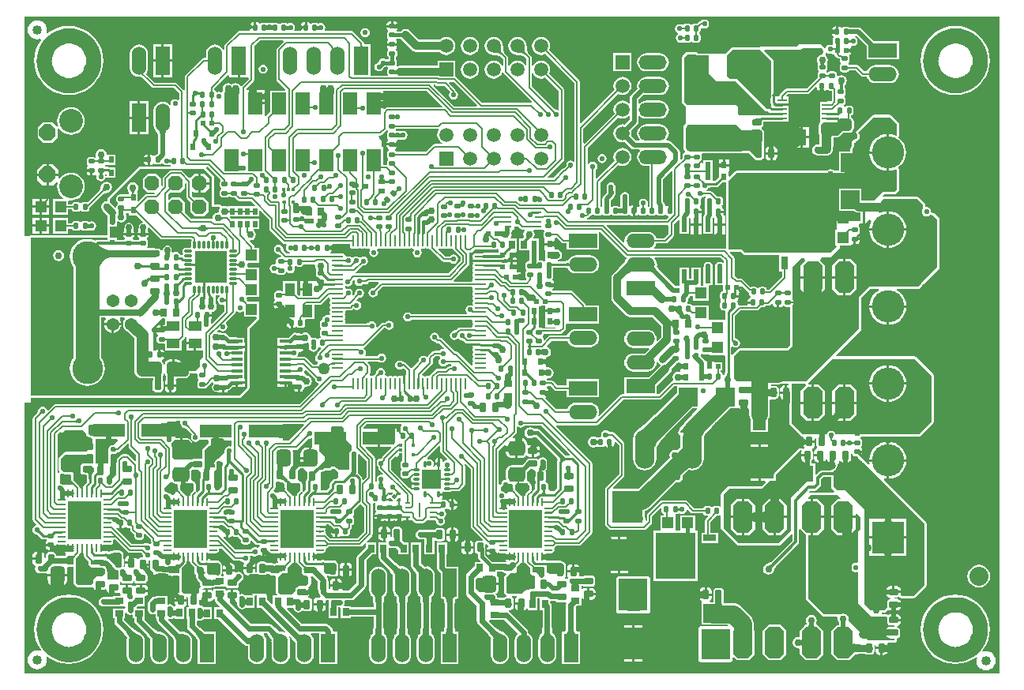
<source format=gtl>
G04*
G04 #@! TF.GenerationSoftware,Altium Limited,Altium Designer,18.1.9 (240)*
G04*
G04 Layer_Physical_Order=1*
G04 Layer_Color=255*
%FSLAX25Y25*%
%MOIN*%
G70*
G01*
G75*
%ADD11C,0.00600*%
%ADD12C,0.00800*%
%ADD13C,0.01000*%
%ADD18C,0.03000*%
%ADD25C,0.00700*%
%ADD130C,0.06000*%
%ADD153P,0.02132X4X180.0*%
%ADD180C,0.06496*%
%ADD181R,0.02800X0.05600*%
%ADD182R,0.19700X0.17000*%
%ADD183R,0.05600X0.02800*%
%ADD184R,0.17000X0.19700*%
G04:AMPARAMS|DCode=185|XSize=22mil|YSize=24mil|CornerRadius=4.4mil|HoleSize=0mil|Usage=FLASHONLY|Rotation=180.000|XOffset=0mil|YOffset=0mil|HoleType=Round|Shape=RoundedRectangle|*
%AMROUNDEDRECTD185*
21,1,0.02200,0.01520,0,0,180.0*
21,1,0.01320,0.02400,0,0,180.0*
1,1,0.00880,-0.00660,0.00760*
1,1,0.00880,0.00660,0.00760*
1,1,0.00880,0.00660,-0.00760*
1,1,0.00880,-0.00660,-0.00760*
%
%ADD185ROUNDEDRECTD185*%
G04:AMPARAMS|DCode=186|XSize=22mil|YSize=24mil|CornerRadius=4.4mil|HoleSize=0mil|Usage=FLASHONLY|Rotation=90.000|XOffset=0mil|YOffset=0mil|HoleType=Round|Shape=RoundedRectangle|*
%AMROUNDEDRECTD186*
21,1,0.02200,0.01520,0,0,90.0*
21,1,0.01320,0.02400,0,0,90.0*
1,1,0.00880,0.00760,0.00660*
1,1,0.00880,0.00760,-0.00660*
1,1,0.00880,-0.00760,-0.00660*
1,1,0.00880,-0.00760,0.00660*
%
%ADD186ROUNDEDRECTD186*%
%ADD187R,0.02165X0.01968*%
G04:AMPARAMS|DCode=188|XSize=22mil|YSize=24mil|CornerRadius=4.4mil|HoleSize=0mil|Usage=FLASHONLY|Rotation=225.000|XOffset=0mil|YOffset=0mil|HoleType=Round|Shape=RoundedRectangle|*
%AMROUNDEDRECTD188*
21,1,0.02200,0.01520,0,0,225.0*
21,1,0.01320,0.02400,0,0,225.0*
1,1,0.00880,-0.01004,0.00071*
1,1,0.00880,-0.00071,0.01004*
1,1,0.00880,0.01004,-0.00071*
1,1,0.00880,0.00071,-0.01004*
%
%ADD188ROUNDEDRECTD188*%
%ADD189R,0.05906X0.09173*%
%ADD190R,0.03150X0.01165*%
G04:AMPARAMS|DCode=191|XSize=29.13mil|YSize=39.37mil|CornerRadius=5.83mil|HoleSize=0mil|Usage=FLASHONLY|Rotation=180.000|XOffset=0mil|YOffset=0mil|HoleType=Round|Shape=RoundedRectangle|*
%AMROUNDEDRECTD191*
21,1,0.02913,0.02772,0,0,180.0*
21,1,0.01748,0.03937,0,0,180.0*
1,1,0.01165,-0.00874,0.01386*
1,1,0.01165,0.00874,0.01386*
1,1,0.01165,0.00874,-0.01386*
1,1,0.01165,-0.00874,-0.01386*
%
%ADD191ROUNDEDRECTD191*%
%ADD192R,0.20079X0.07815*%
%ADD193R,0.07900X0.07900*%
G04:AMPARAMS|DCode=194|XSize=52mil|YSize=60mil|CornerRadius=13mil|HoleSize=0mil|Usage=FLASHONLY|Rotation=270.000|XOffset=0mil|YOffset=0mil|HoleType=Round|Shape=RoundedRectangle|*
%AMROUNDEDRECTD194*
21,1,0.05200,0.03400,0,0,270.0*
21,1,0.02600,0.06000,0,0,270.0*
1,1,0.02600,-0.01700,-0.01300*
1,1,0.02600,-0.01700,0.01300*
1,1,0.02600,0.01700,0.01300*
1,1,0.02600,0.01700,-0.01300*
%
%ADD194ROUNDEDRECTD194*%
%ADD195R,0.04331X0.06693*%
%ADD196R,0.05433X0.07087*%
%ADD197R,0.02000X0.02800*%
%ADD198R,0.05000X0.01500*%
G04:AMPARAMS|DCode=199|XSize=40mil|YSize=40mil|CornerRadius=20mil|HoleSize=0mil|Usage=FLASHONLY|Rotation=0.000|XOffset=0mil|YOffset=0mil|HoleType=Round|Shape=RoundedRectangle|*
%AMROUNDEDRECTD199*
21,1,0.04000,0.00000,0,0,0.0*
21,1,0.00000,0.04000,0,0,0.0*
1,1,0.04000,0.00000,0.00000*
1,1,0.04000,0.00000,0.00000*
1,1,0.04000,0.00000,0.00000*
1,1,0.04000,0.00000,0.00000*
%
%ADD199ROUNDEDRECTD199*%
%ADD200R,0.12600X0.06300*%
G04:AMPARAMS|DCode=201|XSize=52mil|YSize=60mil|CornerRadius=13mil|HoleSize=0mil|Usage=FLASHONLY|Rotation=180.000|XOffset=0mil|YOffset=0mil|HoleType=Round|Shape=RoundedRectangle|*
%AMROUNDEDRECTD201*
21,1,0.05200,0.03400,0,0,180.0*
21,1,0.02600,0.06000,0,0,180.0*
1,1,0.02600,-0.01300,0.01700*
1,1,0.02600,0.01300,0.01700*
1,1,0.02600,0.01300,-0.01700*
1,1,0.02600,-0.01300,-0.01700*
%
%ADD201ROUNDEDRECTD201*%
%ADD202R,0.05200X0.04200*%
%ADD203R,0.02000X0.02600*%
G04:AMPARAMS|DCode=204|XSize=29.13mil|YSize=39.37mil|CornerRadius=5.83mil|HoleSize=0mil|Usage=FLASHONLY|Rotation=90.000|XOffset=0mil|YOffset=0mil|HoleType=Round|Shape=RoundedRectangle|*
%AMROUNDEDRECTD204*
21,1,0.02913,0.02772,0,0,90.0*
21,1,0.01748,0.03937,0,0,90.0*
1,1,0.01165,0.01386,0.00874*
1,1,0.01165,0.01386,-0.00874*
1,1,0.01165,-0.01386,-0.00874*
1,1,0.01165,-0.01386,0.00874*
%
%ADD204ROUNDEDRECTD204*%
%ADD205O,0.00984X0.05118*%
%ADD206O,0.05118X0.00984*%
%ADD207R,0.02400X0.02400*%
%ADD208R,0.03543X0.12992*%
G04:AMPARAMS|DCode=209|XSize=63mil|YSize=71mil|CornerRadius=15.75mil|HoleSize=0mil|Usage=FLASHONLY|Rotation=90.000|XOffset=0mil|YOffset=0mil|HoleType=Round|Shape=RoundedRectangle|*
%AMROUNDEDRECTD209*
21,1,0.06300,0.03950,0,0,90.0*
21,1,0.03150,0.07100,0,0,90.0*
1,1,0.03150,0.01975,0.01575*
1,1,0.03150,0.01975,-0.01575*
1,1,0.03150,-0.01975,-0.01575*
1,1,0.03150,-0.01975,0.01575*
%
%ADD209ROUNDEDRECTD209*%
%ADD210R,0.13386X0.05512*%
%ADD211R,0.02400X0.06000*%
%ADD212R,0.04800X0.04800*%
G04:AMPARAMS|DCode=213|XSize=50mil|YSize=50mil|CornerRadius=25mil|HoleSize=0mil|Usage=FLASHONLY|Rotation=270.000|XOffset=0mil|YOffset=0mil|HoleType=Round|Shape=RoundedRectangle|*
%AMROUNDEDRECTD213*
21,1,0.05000,0.00000,0,0,270.0*
21,1,0.00000,0.05000,0,0,270.0*
1,1,0.05000,0.00000,0.00000*
1,1,0.05000,0.00000,0.00000*
1,1,0.05000,0.00000,0.00000*
1,1,0.05000,0.00000,0.00000*
%
%ADD213ROUNDEDRECTD213*%
%ADD214R,0.02638X0.03465*%
%ADD215R,0.14173X0.16142*%
%ADD216O,0.00984X0.03347*%
%ADD217O,0.03347X0.00984*%
G04:AMPARAMS|DCode=218|XSize=11.02mil|YSize=31.5mil|CornerRadius=4.41mil|HoleSize=0mil|Usage=FLASHONLY|Rotation=180.000|XOffset=0mil|YOffset=0mil|HoleType=Round|Shape=RoundedRectangle|*
%AMROUNDEDRECTD218*
21,1,0.01102,0.02268,0,0,180.0*
21,1,0.00221,0.03150,0,0,180.0*
1,1,0.00882,-0.00110,0.01134*
1,1,0.00882,0.00110,0.01134*
1,1,0.00882,0.00110,-0.01134*
1,1,0.00882,-0.00110,-0.01134*
%
%ADD218ROUNDEDRECTD218*%
G04:AMPARAMS|DCode=219|XSize=11.02mil|YSize=31.5mil|CornerRadius=4.41mil|HoleSize=0mil|Usage=FLASHONLY|Rotation=270.000|XOffset=0mil|YOffset=0mil|HoleType=Round|Shape=RoundedRectangle|*
%AMROUNDEDRECTD219*
21,1,0.01102,0.02268,0,0,270.0*
21,1,0.00221,0.03150,0,0,270.0*
1,1,0.00882,-0.01134,-0.00110*
1,1,0.00882,-0.01134,0.00110*
1,1,0.00882,0.01134,0.00110*
1,1,0.00882,0.01134,-0.00110*
%
%ADD219ROUNDEDRECTD219*%
%ADD220R,0.13700X0.13700*%
%ADD221R,0.02362X0.03150*%
G04:AMPARAMS|DCode=222|XSize=105mil|YSize=105mil|CornerRadius=26.25mil|HoleSize=0mil|Usage=FLASHONLY|Rotation=180.000|XOffset=0mil|YOffset=0mil|HoleType=Round|Shape=RoundedRectangle|*
%AMROUNDEDRECTD222*
21,1,0.10500,0.05250,0,0,180.0*
21,1,0.05250,0.10500,0,0,180.0*
1,1,0.05250,-0.02625,0.02625*
1,1,0.05250,0.02625,0.02625*
1,1,0.05250,0.02625,-0.02625*
1,1,0.05250,-0.02625,-0.02625*
%
%ADD222ROUNDEDRECTD222*%
%ADD223R,0.04016X0.01165*%
%ADD224R,0.03150X0.02165*%
%ADD225R,0.02165X0.00984*%
%ADD226R,0.00787X0.06299*%
%ADD227R,0.01772X0.01181*%
%ADD228R,0.08071X0.08071*%
%ADD229O,0.01102X0.03150*%
%ADD230O,0.03150X0.01102*%
%ADD231R,0.01024X0.01024*%
%ADD232R,0.01181X0.01772*%
%ADD233R,0.03465X0.02638*%
%ADD234R,0.05512X0.13386*%
G04:AMPARAMS|DCode=235|XSize=63mil|YSize=71mil|CornerRadius=15.75mil|HoleSize=0mil|Usage=FLASHONLY|Rotation=180.000|XOffset=0mil|YOffset=0mil|HoleType=Round|Shape=RoundedRectangle|*
%AMROUNDEDRECTD235*
21,1,0.06300,0.03950,0,0,180.0*
21,1,0.03150,0.07100,0,0,180.0*
1,1,0.03150,-0.01575,0.01975*
1,1,0.03150,0.01575,0.01975*
1,1,0.03150,0.01575,-0.01975*
1,1,0.03150,-0.01575,-0.01975*
%
%ADD235ROUNDEDRECTD235*%
%ADD236R,0.04800X0.04800*%
%ADD237R,0.07900X0.07900*%
%ADD238R,0.04200X0.05200*%
%ADD239R,0.07087X0.05433*%
%ADD240C,0.02000*%
%ADD241C,0.01200*%
%ADD242C,0.02500*%
%ADD243C,0.01800*%
%ADD244C,0.02200*%
%ADD245C,0.01150*%
%ADD246C,0.01600*%
%ADD247C,0.03400*%
%ADD248C,0.03000*%
%ADD249C,0.07500*%
%ADD250C,0.01500*%
%ADD251C,0.01100*%
%ADD252C,0.02400*%
%ADD253C,0.03600*%
%ADD254C,0.02700*%
%ADD255C,0.00950*%
%ADD256C,0.04500*%
%ADD257C,0.03500*%
%ADD258C,0.10000*%
%ADD259C,0.02800*%
%ADD260C,0.05000*%
%ADD261C,0.03200*%
%ADD262C,0.07000*%
%ADD263C,0.04000*%
%ADD264C,0.00900*%
%ADD265C,0.02300*%
%ADD266C,0.01400*%
%ADD267R,0.13200X0.12548*%
%ADD268R,0.13800X0.11600*%
%ADD269R,0.12300X0.13100*%
%ADD270R,0.12200X0.13300*%
%ADD271R,0.12300X0.13500*%
%ADD272R,0.12200X0.13400*%
%ADD273R,0.12800X0.13200*%
%ADD274R,0.18600X0.07825*%
%ADD275R,0.05906X0.05906*%
%ADD276C,0.05906*%
%ADD277O,0.08250X0.16500*%
%ADD278O,0.11811X0.05906*%
%ADD279R,0.05906X0.05906*%
G04:AMPARAMS|DCode=280|XSize=133mil|YSize=83mil|CornerRadius=0mil|HoleSize=0mil|Usage=FLASHONLY|Rotation=270.000|XOffset=0mil|YOffset=0mil|HoleType=Round|Shape=Octagon|*
%AMOCTAGOND280*
4,1,8,-0.02075,-0.06650,0.02075,-0.06650,0.04150,-0.04575,0.04150,0.04575,0.02075,0.06650,-0.02075,0.06650,-0.04150,0.04575,-0.04150,-0.04575,-0.02075,-0.06650,0.0*
%
%ADD280OCTAGOND280*%

%ADD281P,0.06711X8X22.5*%
%ADD282C,0.05400*%
%ADD283C,0.13050*%
%ADD284P,0.07577X8X292.5*%
%ADD285C,0.10000*%
%ADD286R,0.12000X0.06000*%
%ADD287O,0.12000X0.06000*%
%ADD288R,0.06000X0.12000*%
%ADD289O,0.06000X0.12000*%
%ADD290O,0.13598X0.13600*%
%ADD291R,0.13598X0.13600*%
%ADD292C,0.08000*%
%ADD293C,0.02200*%
%ADD294C,0.02900*%
%ADD295C,0.03200*%
G36*
X54998Y41514D02*
X55007Y41410D01*
X55022Y41318D01*
X55043Y41239D01*
X55070Y41172D01*
X55103Y41116D01*
X55142Y41074D01*
X55187Y41043D01*
X55238Y41025D01*
X55295Y41019D01*
X54095D01*
X54152Y41025D01*
X54203Y41043D01*
X54248Y41074D01*
X54287Y41116D01*
X54320Y41172D01*
X54347Y41239D01*
X54368Y41318D01*
X54383Y41410D01*
X54392Y41514D01*
X54395Y41631D01*
X54995D01*
X54998Y41514D01*
D02*
G37*
G36*
X42560Y40768D02*
X42646Y40695D01*
X42726Y40636D01*
X42802Y40590D01*
X42872Y40557D01*
X42938Y40537D01*
X42999Y40531D01*
X43055Y40538D01*
X43106Y40558D01*
X43152Y40592D01*
X42272Y39781D01*
X42309Y39824D01*
X42333Y39873D01*
X42343Y39926D01*
X42339Y39985D01*
X42322Y40049D01*
X42290Y40118D01*
X42246Y40192D01*
X42187Y40271D01*
X42115Y40356D01*
X42030Y40446D01*
X42470Y40854D01*
X42560Y40768D01*
D02*
G37*
G36*
X123429Y40669D02*
X123510Y39464D01*
X123562Y39136D01*
X123628Y38846D01*
X123706Y38593D01*
X123797Y38377D01*
X123900Y38199D01*
X124017Y38057D01*
X123592Y37633D01*
X123451Y37749D01*
X123273Y37853D01*
X123057Y37944D01*
X122804Y38022D01*
X122513Y38087D01*
X122186Y38140D01*
X121420Y38206D01*
X120981Y38221D01*
X120504Y38222D01*
X123427Y41145D01*
X123429Y40669D01*
D02*
G37*
G36*
X113429D02*
X113510Y39464D01*
X113562Y39136D01*
X113628Y38846D01*
X113706Y38593D01*
X113797Y38377D01*
X113900Y38199D01*
X114017Y38057D01*
X113593Y37633D01*
X113451Y37749D01*
X113273Y37853D01*
X113057Y37944D01*
X112804Y38022D01*
X112513Y38087D01*
X112186Y38140D01*
X111420Y38206D01*
X110980Y38221D01*
X110504Y38222D01*
X113427Y41145D01*
X113429Y40669D01*
D02*
G37*
G36*
X323893Y-223807D02*
X-87507D01*
Y-109274D01*
X-84661D01*
Y-107420D01*
X3227D01*
X3617Y-107342D01*
X3948Y-107121D01*
X7103Y-103966D01*
X7324Y-103635D01*
X7401Y-103245D01*
Y-78273D01*
X11277Y-74398D01*
X11498Y-74067D01*
X11575Y-73677D01*
X11498Y-73287D01*
X11452Y-73176D01*
Y-66777D01*
X6638D01*
X6570Y-66709D01*
X6551Y-66650D01*
X6534Y-66534D01*
X6492Y-66462D01*
X6466Y-66382D01*
X6391Y-66293D01*
X6358Y-66237D01*
X6371Y-66183D01*
X6380Y-65999D01*
X6393Y-65814D01*
X6389Y-65800D01*
X6389Y-65786D01*
X6327Y-65612D01*
X6269Y-65436D01*
X6259Y-65425D01*
X6254Y-65412D01*
X6207Y-65360D01*
X6204Y-65343D01*
X6614Y-64843D01*
X11452D01*
Y-58676D01*
X11550D01*
Y-52276D01*
X6903D01*
X6541Y-51776D01*
X6660Y-51178D01*
X6571Y-50729D01*
X6888Y-50343D01*
X11550D01*
Y-43943D01*
X9864D01*
X9472Y-43698D01*
X9387Y-43268D01*
X9143Y-42905D01*
X7543Y-41304D01*
X7789Y-40843D01*
X7845Y-40854D01*
X8742Y-40676D01*
X9503Y-40167D01*
X10011Y-39407D01*
X10190Y-38509D01*
X10011Y-37612D01*
X9503Y-36851D01*
X9122Y-36596D01*
X9273Y-36096D01*
X11627D01*
Y-31896D01*
X-212D01*
X-907Y-31201D01*
X-716Y-30739D01*
X11627D01*
Y-28566D01*
X12089Y-28375D01*
X15778Y-32065D01*
Y-35896D01*
X15778Y-35896D01*
X15864Y-36325D01*
X16107Y-36689D01*
X21431Y-42013D01*
X21431Y-42013D01*
X21795Y-42257D01*
X22224Y-42342D01*
X23037D01*
X23250Y-42842D01*
X22935Y-43314D01*
X22787Y-44055D01*
X22935Y-44796D01*
X23355Y-45425D01*
X23983Y-45845D01*
X24671Y-45982D01*
X24621Y-46482D01*
X23068D01*
X22112Y-45526D01*
X22087Y-45360D01*
X22074Y-45338D01*
X22069Y-45313D01*
X21972Y-45168D01*
X21883Y-45019D01*
X21856Y-44988D01*
X21853Y-44983D01*
X21847Y-44967D01*
X21840Y-44942D01*
X21832Y-44905D01*
X21825Y-44855D01*
X21821Y-44794D01*
X21819Y-44694D01*
X21779Y-44508D01*
X21742Y-44321D01*
X21737Y-44314D01*
X21735Y-44306D01*
X21627Y-44149D01*
X21521Y-43990D01*
X21514Y-43985D01*
X21509Y-43978D01*
X21491Y-43967D01*
X21490Y-43959D01*
X21070Y-43330D01*
X20441Y-42910D01*
X19700Y-42763D01*
X18959Y-42910D01*
X18330Y-43330D01*
X17910Y-43959D01*
X17763Y-44700D01*
X17910Y-45441D01*
X18330Y-46070D01*
X18959Y-46490D01*
X18967Y-46491D01*
X18978Y-46509D01*
X18985Y-46514D01*
X18990Y-46521D01*
X19149Y-46627D01*
X19306Y-46735D01*
X19314Y-46737D01*
X19321Y-46742D01*
X19508Y-46779D01*
X19694Y-46819D01*
X19794Y-46821D01*
X19855Y-46826D01*
X19905Y-46832D01*
X19942Y-46840D01*
X19967Y-46847D01*
X19983Y-46853D01*
X19988Y-46856D01*
X20019Y-46883D01*
X20168Y-46972D01*
X20313Y-47069D01*
X20338Y-47074D01*
X20360Y-47087D01*
X20526Y-47112D01*
X20890Y-47476D01*
X20699Y-47938D01*
X19949D01*
X19465Y-48034D01*
X19055Y-48308D01*
X18781Y-48719D01*
X18684Y-49202D01*
Y-50522D01*
X18257Y-50934D01*
X17874Y-50858D01*
X17133Y-51006D01*
X16504Y-51425D01*
X16084Y-52054D01*
X15937Y-52795D01*
X16084Y-53537D01*
X16504Y-54165D01*
X17133Y-54585D01*
X17874Y-54733D01*
X18615Y-54585D01*
X18933Y-54974D01*
X19055Y-55156D01*
X19465Y-55430D01*
X19949Y-55527D01*
X21469D01*
X21952Y-55430D01*
X22363Y-55156D01*
X22637Y-54746D01*
X22733Y-54262D01*
Y-54189D01*
X23233Y-54037D01*
X23330Y-54182D01*
X23959Y-54602D01*
X24700Y-54750D01*
X25441Y-54602D01*
X26070Y-54182D01*
X26490Y-53554D01*
X26637Y-52813D01*
X26490Y-52071D01*
X26463Y-52032D01*
X26538Y-51892D01*
X26572Y-51865D01*
X27172Y-51760D01*
X27331Y-51866D01*
X27815Y-51962D01*
X29135D01*
X29619Y-51866D01*
X30029Y-51592D01*
X30303Y-51182D01*
X30338Y-51003D01*
X34748D01*
X35180Y-51395D01*
X35132Y-51635D01*
X35311Y-52532D01*
X35642Y-53028D01*
Y-53382D01*
X35549Y-53521D01*
X35453Y-54005D01*
Y-55325D01*
X35549Y-55809D01*
X35823Y-56219D01*
Y-56453D01*
X35671Y-56718D01*
X35361Y-57183D01*
X35265Y-57664D01*
X34931Y-58026D01*
X32331D01*
Y-61626D01*
X31831D01*
Y-62126D01*
X28731D01*
Y-64142D01*
X28231Y-64295D01*
X27389Y-63454D01*
Y-58226D01*
X21589D01*
Y-62040D01*
X21128Y-62322D01*
X21089Y-62321D01*
X20635Y-62231D01*
X19115D01*
X18631Y-62327D01*
X18475Y-62432D01*
D01*
X18221Y-62601D01*
X17947Y-63011D01*
X17851Y-63495D01*
Y-64815D01*
X17947Y-65299D01*
X18221Y-65709D01*
Y-65943D01*
X18069Y-66209D01*
X17758Y-66673D01*
X17647Y-67235D01*
Y-67395D01*
X19875D01*
Y-67895D01*
X20375D01*
Y-70023D01*
X20635D01*
X20889Y-69973D01*
X21273Y-70254D01*
X24489D01*
Y-71254D01*
X21389D01*
Y-74354D01*
X22776D01*
X23187Y-74854D01*
X23169Y-74945D01*
Y-75205D01*
X25297D01*
Y-75705D01*
X25797D01*
Y-77933D01*
X25957D01*
X26519Y-77821D01*
X26983Y-77511D01*
X27249Y-77359D01*
X27483D01*
X27893Y-77633D01*
X28377Y-77729D01*
X29697D01*
X30181Y-77633D01*
X30591Y-77359D01*
X30865Y-76949D01*
X30961Y-76465D01*
Y-74945D01*
X30903Y-74654D01*
X31215Y-74154D01*
X34731D01*
Y-68047D01*
X37230D01*
X37230Y-68047D01*
X37659Y-67961D01*
X38023Y-67718D01*
X40821Y-64921D01*
X41281Y-65167D01*
X41251Y-65320D01*
X41351Y-65824D01*
X41408Y-65908D01*
X41610Y-66304D01*
X41408Y-66699D01*
X41351Y-66784D01*
X41251Y-67288D01*
X41351Y-67792D01*
X41408Y-67877D01*
X41610Y-68273D01*
X41408Y-68668D01*
X41351Y-68752D01*
X41251Y-69257D01*
X41351Y-69761D01*
X41408Y-69845D01*
X41610Y-70241D01*
X41408Y-70636D01*
X41351Y-70721D01*
X41251Y-71225D01*
X41351Y-71729D01*
X41408Y-71814D01*
X41453Y-71902D01*
X41209Y-72475D01*
X40948Y-72561D01*
X40859Y-72502D01*
X40118Y-72354D01*
X39377Y-72502D01*
X38748Y-72922D01*
X38328Y-73550D01*
X38181Y-74291D01*
X38210Y-74435D01*
X38028Y-74471D01*
X37618Y-74745D01*
X37344Y-75155D01*
X37248Y-75639D01*
Y-76959D01*
X37344Y-77443D01*
X37618Y-77853D01*
X37678Y-77893D01*
Y-78495D01*
X37618Y-78535D01*
X37344Y-78945D01*
X37248Y-79429D01*
Y-80749D01*
X37344Y-81233D01*
X37618Y-81643D01*
X37627Y-81649D01*
X37598Y-81948D01*
X37499Y-82165D01*
X37095Y-82245D01*
X36685Y-82519D01*
X36644Y-82579D01*
X36043D01*
X36003Y-82519D01*
X35593Y-82245D01*
X35109Y-82149D01*
X33806D01*
X33764Y-82142D01*
X33255Y-81745D01*
X33141Y-81176D01*
X32633Y-80415D01*
X31872Y-79907D01*
X30975Y-79728D01*
X30077Y-79907D01*
X29478Y-80307D01*
X29341D01*
X28894Y-80218D01*
X27627D01*
X27202Y-79935D01*
X26598Y-79814D01*
X25993Y-79935D01*
X25480Y-80277D01*
X23836Y-81921D01*
X19287D01*
Y-84221D01*
X19087D01*
Y-85471D01*
X22587D01*
Y-86471D01*
X19087D01*
Y-87721D01*
X19287D01*
Y-91971D01*
X19287D01*
Y-95071D01*
X19287D01*
Y-99271D01*
X19087D01*
Y-100521D01*
X22587D01*
Y-101021D01*
X23087D01*
Y-102771D01*
X26004D01*
Y-103321D01*
X26116Y-103882D01*
X26434Y-104359D01*
X26910Y-104677D01*
X27472Y-104789D01*
X27732D01*
Y-102661D01*
X28732D01*
Y-104789D01*
X28992D01*
X29554Y-104677D01*
X30030Y-104359D01*
X30349Y-103882D01*
X30460Y-103321D01*
Y-103058D01*
X30961Y-102648D01*
X31417Y-102739D01*
X32315Y-102560D01*
X33075Y-102052D01*
X33584Y-101291D01*
X33762Y-100394D01*
X33584Y-99496D01*
X33075Y-98735D01*
X32315Y-98227D01*
X31834Y-98132D01*
X31330Y-97628D01*
X30735Y-97230D01*
X30612Y-97205D01*
X30405Y-96654D01*
X30665Y-96267D01*
X30770Y-95738D01*
X31288Y-95549D01*
X35077Y-99338D01*
X35071Y-99370D01*
X35218Y-100111D01*
X35638Y-100740D01*
X36266Y-101160D01*
X36506Y-101207D01*
X36670Y-101750D01*
X34728Y-103692D01*
D01*
X28416Y-110004D01*
X-74449D01*
X-74449Y-110004D01*
X-74878Y-110089D01*
X-75242Y-110332D01*
X-77521Y-112611D01*
X-77999Y-112466D01*
X-78035Y-112284D01*
X-78455Y-111655D01*
X-79084Y-111235D01*
X-79825Y-111088D01*
X-80567Y-111235D01*
X-81195Y-111655D01*
X-81615Y-112284D01*
X-81617Y-112292D01*
X-81634Y-112304D01*
X-81639Y-112311D01*
X-81646Y-112315D01*
X-81752Y-112474D01*
X-81861Y-112631D01*
X-81862Y-112639D01*
X-81867Y-112646D01*
X-81904Y-112833D01*
X-81945Y-113020D01*
X-81946Y-113119D01*
X-81951Y-113180D01*
X-81957Y-113230D01*
X-81965Y-113267D01*
X-81972Y-113293D01*
X-81978Y-113308D01*
X-81981Y-113314D01*
X-82008Y-113344D01*
X-82098Y-113493D01*
X-82194Y-113638D01*
X-82199Y-113663D01*
X-82213Y-113685D01*
X-82237Y-113851D01*
X-83718Y-115332D01*
X-83961Y-115696D01*
X-84047Y-116125D01*
X-84047Y-116125D01*
Y-158825D01*
X-84047Y-158825D01*
X-83961Y-159254D01*
X-83718Y-159618D01*
X-82586Y-160750D01*
X-82751Y-161293D01*
X-82967Y-161335D01*
X-83595Y-161755D01*
X-84015Y-162384D01*
X-84162Y-163125D01*
X-84015Y-163866D01*
X-83595Y-164495D01*
X-82967Y-164915D01*
X-82963Y-164916D01*
X-82948Y-164927D01*
X-82935Y-164946D01*
X-82789Y-165044D01*
X-82647Y-165148D01*
X-82624Y-165154D01*
X-82604Y-165167D01*
X-82432Y-165201D01*
X-82301Y-165234D01*
X-82294Y-165236D01*
X-82288Y-165237D01*
X-82283Y-165240D01*
X-82272Y-165247D01*
X-82177Y-165325D01*
X-82123Y-165376D01*
X-81965Y-165476D01*
X-81809Y-165580D01*
X-81797Y-165583D01*
X-81787Y-165589D01*
X-81604Y-165621D01*
X-80563Y-166662D01*
X-80520Y-166691D01*
X-80394Y-166775D01*
X-80132Y-166950D01*
X-79625Y-167051D01*
X-79625Y-167051D01*
X-78152D01*
X-77979Y-167309D01*
Y-167543D01*
X-78131Y-167809D01*
X-78442Y-168273D01*
X-78553Y-168835D01*
Y-168995D01*
X-76325D01*
Y-169495D01*
X-75825D01*
Y-171623D01*
X-75565D01*
X-75003Y-171512D01*
X-74527Y-171193D01*
X-74209Y-170717D01*
X-74097Y-170155D01*
Y-169441D01*
D01*
D01*
X-73597Y-169174D01*
D01*
D01*
X-73415Y-169295D01*
D01*
X-72911Y-169395D01*
X-71052D01*
X-70798Y-169480D01*
X-70263Y-169450D01*
X-70092Y-170235D01*
X-69053D01*
Y-171235D01*
X-70245D01*
X-70574Y-171779D01*
Y-171917D01*
X-70458Y-172499D01*
X-70129Y-172992D01*
X-70073Y-173631D01*
X-70428Y-173986D01*
X-73964D01*
Y-173939D01*
X-74072Y-173400D01*
X-74377Y-172942D01*
X-74835Y-172637D01*
X-75374Y-172530D01*
X-77122D01*
X-77662Y-172637D01*
X-78119Y-172942D01*
X-78425Y-173400D01*
X-78532Y-173939D01*
Y-175078D01*
X-78615Y-175133D01*
X-79115Y-174866D01*
Y-173939D01*
X-79238Y-173322D01*
X-79587Y-172798D01*
X-80111Y-172449D01*
X-80728Y-172326D01*
X-81102D01*
Y-175325D01*
X-81602D01*
Y-175825D01*
X-84090D01*
Y-176711D01*
X-83967Y-177329D01*
X-83617Y-177852D01*
X-83094Y-178202D01*
X-82964Y-178228D01*
X-82801Y-178620D01*
X-82814Y-178767D01*
X-82964Y-179525D01*
X-82809Y-180306D01*
X-82367Y-180967D01*
X-81706Y-181409D01*
X-80925Y-181564D01*
X-78725D01*
X-78197Y-181459D01*
X-77954Y-181625D01*
X-73525D01*
X-69353D01*
Y-180150D01*
X-69441Y-179478D01*
X-69499Y-179339D01*
X-69617Y-179055D01*
D01*
D01*
X-69287Y-178613D01*
X-69125Y-178645D01*
X-66845D01*
Y-185425D01*
X-66767Y-185815D01*
X-66546Y-186146D01*
X-65446Y-187246D01*
X-65115Y-187467D01*
X-64725Y-187545D01*
X-59325D01*
X-59014Y-187483D01*
X-58502Y-187494D01*
X-58152Y-188017D01*
X-57629Y-188367D01*
X-57011Y-188490D01*
X-56125D01*
Y-186002D01*
X-55125D01*
Y-188490D01*
X-54239D01*
X-53622Y-188367D01*
X-53425Y-188235D01*
X-53312Y-188245D01*
X-52885Y-188476D01*
X-52802Y-188894D01*
X-52452Y-189417D01*
X-51929Y-189767D01*
X-51311Y-189890D01*
X-50425D01*
Y-187402D01*
X-49425D01*
Y-189890D01*
X-48539D01*
X-47922Y-189767D01*
X-47922D01*
X-47674Y-189602D01*
X-47551Y-189615D01*
X-47137Y-189844D01*
X-47052Y-190271D01*
X-46856Y-190563D01*
X-47124Y-191063D01*
X-50032D01*
Y-191461D01*
X-54078D01*
X-54859Y-191616D01*
X-55520Y-192058D01*
X-55962Y-192720D01*
X-56117Y-193500D01*
X-55962Y-194280D01*
X-55520Y-194942D01*
X-54859Y-195384D01*
X-54078Y-195539D01*
X-47818D01*
X-47038Y-195384D01*
X-46913Y-195301D01*
X-44968D01*
X-44837Y-195747D01*
Y-195853D01*
X-44968Y-196299D01*
X-45337Y-196299D01*
X-50032D01*
Y-200537D01*
X-49539D01*
Y-201900D01*
X-49384Y-202680D01*
X-48942Y-203342D01*
X-45573Y-206711D01*
X-45563Y-206743D01*
X-45539Y-206879D01*
X-45505Y-206932D01*
X-45487Y-206992D01*
X-45399Y-207098D01*
X-45324Y-207214D01*
X-44919Y-207636D01*
X-44602Y-207999D01*
X-44360Y-208312D01*
X-44196Y-208565D01*
X-44144Y-208669D01*
X-44202Y-208716D01*
X-44235Y-208777D01*
X-44282Y-208827D01*
X-44329Y-208950D01*
X-44392Y-209066D01*
X-44399Y-209135D01*
X-44424Y-209199D01*
X-44420Y-209331D01*
X-44434Y-209462D01*
X-44414Y-209528D01*
X-44412Y-209596D01*
X-44358Y-209717D01*
X-44320Y-209843D01*
X-44313Y-209852D01*
X-44333Y-210000D01*
Y-216000D01*
X-44202Y-216992D01*
X-43819Y-217916D01*
X-43210Y-218710D01*
X-42416Y-219319D01*
X-41492Y-219702D01*
X-40500Y-219833D01*
X-39508Y-219702D01*
X-38584Y-219319D01*
X-37790Y-218710D01*
X-37181Y-217916D01*
X-36798Y-216992D01*
X-36667Y-216000D01*
Y-210000D01*
X-36798Y-209008D01*
X-37181Y-208084D01*
X-37790Y-207290D01*
X-38432Y-206798D01*
X-38439Y-206771D01*
X-38446Y-206762D01*
X-38449Y-206751D01*
X-38567Y-206605D01*
X-38682Y-206456D01*
X-38692Y-206451D01*
X-38699Y-206442D01*
X-38865Y-206352D01*
X-39028Y-206259D01*
X-39323Y-206161D01*
X-39588Y-206055D01*
X-39851Y-205934D01*
X-40102Y-205802D01*
X-40645Y-205461D01*
X-40884Y-205285D01*
X-41416Y-204835D01*
X-41678Y-204584D01*
X-41713Y-204561D01*
X-41740Y-204528D01*
X-41880Y-204454D01*
X-42013Y-204369D01*
X-42054Y-204362D01*
X-42092Y-204342D01*
X-42183Y-204333D01*
X-45461Y-201055D01*
Y-200537D01*
X-44968D01*
Y-198325D01*
X-44468Y-198174D01*
X-44270Y-198470D01*
X-43641Y-198890D01*
X-42900Y-199037D01*
X-42232Y-198904D01*
X-41764Y-199101D01*
X-41732Y-199118D01*
Y-200537D01*
X-41137D01*
Y-201300D01*
X-40990Y-202041D01*
X-40570Y-202670D01*
X-35785Y-207455D01*
X-35755Y-207622D01*
X-35749Y-207630D01*
X-35747Y-207640D01*
X-35642Y-207798D01*
X-35540Y-207957D01*
X-35167Y-208345D01*
X-34870Y-208684D01*
X-34636Y-208983D01*
X-34468Y-209236D01*
X-34362Y-209432D01*
X-34323Y-209535D01*
X-34359Y-209609D01*
X-34431Y-209715D01*
X-34446Y-209787D01*
X-34477Y-209852D01*
X-34485Y-209980D01*
X-34510Y-210105D01*
X-34496Y-210176D01*
X-34500Y-210249D01*
X-34458Y-210370D01*
X-34434Y-210496D01*
X-34394Y-210556D01*
X-34370Y-210625D01*
X-34333Y-210666D01*
Y-216000D01*
X-34202Y-216992D01*
X-33819Y-217916D01*
X-33210Y-218710D01*
X-32416Y-219319D01*
X-31492Y-219702D01*
X-30500Y-219833D01*
X-29508Y-219702D01*
X-28584Y-219319D01*
X-27790Y-218710D01*
X-27181Y-217916D01*
X-26798Y-216992D01*
X-26667Y-216000D01*
Y-210000D01*
X-26798Y-209008D01*
X-27181Y-208084D01*
X-27790Y-207290D01*
X-28584Y-206681D01*
X-29508Y-206298D01*
X-29703Y-206272D01*
X-29763Y-206232D01*
X-29858Y-206146D01*
X-29926Y-206121D01*
X-29987Y-206081D01*
X-30112Y-206055D01*
X-30233Y-206013D01*
X-30305Y-206016D01*
X-30377Y-206002D01*
X-30502Y-206026D01*
X-30630Y-206033D01*
X-30696Y-206064D01*
X-30767Y-206078D01*
X-30874Y-206149D01*
X-30952Y-206186D01*
X-31060Y-206144D01*
X-31259Y-206038D01*
X-31500Y-205876D01*
X-32164Y-205325D01*
X-32543Y-204960D01*
X-32702Y-204858D01*
X-32860Y-204753D01*
X-32869Y-204751D01*
X-32878Y-204745D01*
X-33045Y-204715D01*
X-36830Y-200930D01*
X-36668Y-200537D01*
X-36668D01*
Y-196299D01*
X-39973D01*
X-40103Y-196082D01*
X-40160Y-195799D01*
X-39661Y-195301D01*
X-36668D01*
Y-191226D01*
X-36371Y-191167D01*
X-35848Y-190817D01*
X-35498Y-190294D01*
X-35375Y-189676D01*
Y-189302D01*
X-38375D01*
Y-188802D01*
X-38875D01*
Y-186315D01*
X-39761D01*
X-40378Y-186437D01*
X-40902Y-186787D01*
X-40966Y-186884D01*
X-41568D01*
X-41648Y-186765D01*
X-42171Y-186415D01*
X-42789Y-186292D01*
X-43675D01*
Y-188779D01*
X-44675D01*
Y-186292D01*
X-45561D01*
X-46178Y-186415D01*
X-46426Y-186580D01*
X-46549Y-186567D01*
X-46964Y-186338D01*
X-47049Y-185911D01*
X-47285Y-185557D01*
X-47131Y-185011D01*
X-46854Y-184927D01*
X-46763Y-184989D01*
X-46558Y-185296D01*
X-46100Y-185602D01*
X-45561Y-185709D01*
X-42789D01*
X-42250Y-185602D01*
X-41792Y-185296D01*
X-41557Y-184943D01*
X-41318Y-184904D01*
X-41187Y-184907D01*
X-41005Y-184949D01*
X-40758Y-185319D01*
X-40300Y-185625D01*
X-39761Y-185732D01*
X-36989D01*
X-36450Y-185625D01*
X-35992Y-185319D01*
X-35686Y-184862D01*
X-35579Y-184322D01*
Y-182574D01*
X-35686Y-182035D01*
X-35992Y-181577D01*
X-36349Y-181339D01*
X-36332Y-180924D01*
X-36296Y-180818D01*
X-36086Y-180777D01*
X-35562Y-180427D01*
X-35212Y-179903D01*
X-35089Y-179286D01*
Y-178400D01*
X-37577D01*
Y-177400D01*
X-35089D01*
Y-176514D01*
X-35189Y-176012D01*
X-34847Y-175611D01*
X-34734Y-175594D01*
X-34448Y-175919D01*
D01*
D01*
X-34401Y-175982D01*
X-34507Y-176514D01*
Y-179286D01*
X-34399Y-179825D01*
X-34094Y-180283D01*
X-33708Y-180541D01*
X-33690Y-180567D01*
X-33290Y-180967D01*
X-33290Y-180967D01*
X-33158Y-181055D01*
X-33065Y-181719D01*
X-33223Y-181925D01*
X-27167D01*
X-26909Y-182183D01*
X-26843Y-182227D01*
D01*
X-26825Y-182239D01*
X-26754Y-182310D01*
X-26689Y-182354D01*
X-26596Y-182393D01*
X-26513Y-182448D01*
X-26414Y-182468D01*
X-26321Y-182506D01*
X-26221D01*
X-26122Y-182526D01*
X-25624D01*
X-25194Y-182957D01*
X-24815Y-182526D01*
X-22502D01*
X-22159Y-183026D01*
X-22198Y-183225D01*
Y-187175D01*
X-22148Y-187426D01*
X-22107Y-187633D01*
Y-189025D01*
X-22047Y-189326D01*
X-22221Y-189656D01*
X-22357Y-189826D01*
X-22376D01*
X-22994Y-189948D01*
X-23517Y-190298D01*
X-23867Y-190822D01*
X-23990Y-191439D01*
Y-192325D01*
X-19015D01*
Y-191517D01*
X-18900Y-191439D01*
X-18900D01*
X-18432Y-191892D01*
Y-194211D01*
X-18325Y-194750D01*
X-18046Y-195168D01*
X-18092Y-195367D01*
X-18231Y-195668D01*
X-19001D01*
Y-200732D01*
X-18921D01*
Y-203818D01*
X-18766Y-204598D01*
X-18324Y-205260D01*
X-16171Y-207413D01*
X-16160Y-207447D01*
X-16141Y-207567D01*
X-16099Y-207634D01*
X-16075Y-207710D01*
X-15996Y-207802D01*
X-15932Y-207906D01*
X-15089Y-208814D01*
X-14798Y-209178D01*
X-14573Y-209502D01*
X-14421Y-209767D01*
X-14339Y-209959D01*
X-14320Y-210034D01*
X-14333Y-210053D01*
X-14378Y-210167D01*
X-14439Y-210272D01*
X-14450Y-210350D01*
X-14479Y-210423D01*
X-14477Y-210545D01*
X-14494Y-210666D01*
X-14474Y-210742D01*
X-14473Y-210821D01*
X-14424Y-210933D01*
X-14393Y-211051D01*
X-14346Y-211114D01*
X-14315Y-211186D01*
X-14300Y-211200D01*
Y-219800D01*
X-6700D01*
Y-206200D01*
X-9721D01*
X-9809Y-206127D01*
X-9888Y-206103D01*
X-9960Y-206061D01*
X-10077Y-206045D01*
X-10189Y-206010D01*
X-10272Y-206018D01*
X-10354Y-206006D01*
X-10468Y-206036D01*
X-10585Y-206047D01*
X-10659Y-206086D01*
X-10739Y-206107D01*
X-10833Y-206178D01*
X-10875Y-206200D01*
X-10914D01*
X-11084Y-206128D01*
X-11348Y-205976D01*
X-11666Y-205753D01*
X-12501Y-205044D01*
X-12979Y-204582D01*
X-13023Y-204554D01*
X-13056Y-204515D01*
X-13189Y-204447D01*
X-13314Y-204366D01*
X-13365Y-204357D01*
X-13411Y-204334D01*
X-13489Y-204328D01*
X-14843Y-202974D01*
Y-201585D01*
X-14402Y-201349D01*
X-14341Y-201390D01*
X-13600Y-201537D01*
X-13555Y-201528D01*
X-13500Y-201539D01*
X-12720Y-201384D01*
X-12058Y-200942D01*
X-11948Y-200832D01*
X-8399D01*
Y-195768D01*
X-11918D01*
X-12058Y-195558D01*
X-12720Y-195116D01*
X-13500Y-194961D01*
X-13565Y-194974D01*
X-13929Y-194536D01*
X-13864Y-194211D01*
Y-192689D01*
X-13364Y-192537D01*
X-13127Y-192892D01*
X-12603Y-193242D01*
X-11986Y-193365D01*
X-11100D01*
Y-190877D01*
Y-188390D01*
X-11986D01*
X-12301Y-188062D01*
X-12157Y-187937D01*
X-11897Y-187807D01*
X-9214D01*
X-8675Y-187699D01*
X-8469Y-187562D01*
X-8283D01*
X-7503Y-187407D01*
X-7012Y-187078D01*
X-5358D01*
X-4967Y-187001D01*
X-2668D01*
X-2274Y-187257D01*
X-2183Y-187394D01*
X-1725Y-187699D01*
X-1186Y-187807D01*
X1586D01*
X2125Y-187699D01*
X2583Y-187394D01*
X2888Y-186936D01*
X2996Y-186397D01*
Y-185688D01*
X4342Y-184342D01*
X4784Y-183680D01*
X4939Y-182900D01*
X4784Y-182120D01*
X4342Y-181458D01*
X3680Y-181016D01*
X2900Y-180861D01*
X2120Y-181016D01*
X1840Y-181203D01*
X1340Y-180936D01*
Y-180625D01*
X-1148D01*
X-3636D01*
Y-181511D01*
X-3513Y-182129D01*
X-3423Y-182263D01*
X-3690Y-182763D01*
X-4201D01*
X-4468Y-182263D01*
X-4326Y-182051D01*
X-4219Y-181511D01*
Y-181079D01*
X-4188Y-180925D01*
Y-178025D01*
X-4335Y-177284D01*
X-4755Y-176655D01*
X-5384Y-176235D01*
X-6125Y-176088D01*
X-8734D01*
X-9051Y-175701D01*
X-9014Y-175517D01*
Y-174835D01*
X-10535D01*
Y-173835D01*
X-9014D01*
Y-173461D01*
D01*
X-9014Y-173154D01*
X-8886Y-173112D01*
X-8536Y-172995D01*
X-6677D01*
X-6173Y-172895D01*
X-5745Y-172609D01*
X-5460Y-172182D01*
X-5359Y-171678D01*
X-5429Y-171331D01*
X-5375Y-171240D01*
X-5218Y-171117D01*
X-4955Y-170951D01*
X-4778Y-170987D01*
X-4602Y-171028D01*
X-4521Y-171031D01*
X-4484Y-171035D01*
X-4452Y-171042D01*
X-4425Y-171049D01*
X-4400Y-171058D01*
X-4375Y-171070D01*
X-4351Y-171084D01*
X-4324Y-171102D01*
X-4294Y-171125D01*
X-4236Y-171180D01*
X-4210Y-171196D01*
X-4191Y-171219D01*
X-4042Y-171300D01*
X-3897Y-171389D01*
X-3868Y-171394D01*
X-3841Y-171408D01*
X-3715Y-171421D01*
X782Y-175918D01*
X782Y-175918D01*
X1146Y-176161D01*
X1575Y-176247D01*
X1575Y-176247D01*
X3585D01*
X3720Y-176347D01*
X3745Y-176353D01*
X3766Y-176367D01*
X3937Y-176401D01*
X4106Y-176444D01*
X4147Y-176446D01*
X4152Y-176448D01*
X4167Y-176454D01*
X4191Y-176467D01*
X4222Y-176488D01*
X4262Y-176518D01*
X4309Y-176558D01*
X4380Y-176628D01*
X4540Y-176731D01*
X4699Y-176837D01*
X4707Y-176839D01*
X4714Y-176843D01*
X4836Y-176866D01*
X5045Y-177153D01*
X5112Y-177282D01*
X5119Y-177392D01*
X5010Y-177939D01*
Y-178825D01*
X7498D01*
X9985D01*
Y-177939D01*
X9862Y-177322D01*
X9513Y-176798D01*
X8989Y-176449D01*
X8372Y-176326D01*
X7888D01*
X7685Y-175946D01*
X7673Y-175826D01*
X7812Y-175125D01*
X7665Y-174384D01*
X7579Y-174256D01*
X7776Y-173976D01*
X7918Y-173863D01*
X8027Y-173890D01*
X8187Y-173939D01*
X8219Y-173936D01*
X8250Y-173944D01*
X8296Y-173946D01*
X8311Y-173948D01*
X8325Y-173950D01*
X8442Y-173984D01*
X8472Y-173995D01*
X8744Y-174122D01*
X8836Y-174173D01*
X9023Y-174232D01*
X9211Y-174293D01*
X9213Y-174293D01*
X9215Y-174293D01*
X9412Y-174277D01*
X9607Y-174261D01*
X9609Y-174260D01*
X9612Y-174260D01*
X9681Y-174224D01*
X9875Y-174262D01*
X10616Y-174115D01*
X11245Y-173695D01*
X11856Y-173680D01*
X12053Y-173812D01*
X12615Y-173923D01*
X12875D01*
Y-171795D01*
X13875D01*
Y-173923D01*
X14135D01*
X14697Y-173812D01*
X15173Y-173493D01*
X15491Y-173017D01*
X15513Y-172910D01*
X15573Y-172862D01*
X16060Y-172720D01*
X16322Y-172895D01*
X16826Y-172995D01*
X18686D01*
X19164Y-173154D01*
X19164Y-173461D01*
Y-173835D01*
X20685D01*
Y-174835D01*
X19164D01*
Y-175517D01*
X19279Y-176099D01*
X19567Y-176529D01*
X19494Y-176796D01*
X19362Y-177029D01*
X18866D01*
X18767Y-177048D01*
X18667D01*
X18574Y-177087D01*
X18475Y-177106D01*
X18392Y-177162D01*
X18299Y-177200D01*
X18218Y-177254D01*
X17875Y-177323D01*
X17531Y-177254D01*
X17450Y-177200D01*
X17358Y-177162D01*
X17274Y-177106D01*
X17176Y-177087D01*
X17083Y-177048D01*
X16983D01*
X16884Y-177029D01*
X14780D01*
X14723Y-176943D01*
X14266Y-176637D01*
X13726Y-176530D01*
X11978D01*
X11439Y-176637D01*
X10981Y-176943D01*
X10676Y-177400D01*
X10568Y-177939D01*
Y-180711D01*
X10300Y-181027D01*
X9985Y-180712D01*
X9985Y-180711D01*
Y-179825D01*
X7498D01*
X5010D01*
Y-180711D01*
X5133Y-181328D01*
X5483Y-181852D01*
X6006Y-182202D01*
X6624Y-182325D01*
X6875D01*
X7475Y-181725D01*
X11007D01*
X11439Y-182013D01*
X11978Y-182121D01*
X13726D01*
X14266Y-182013D01*
X14697Y-181725D01*
X15775D01*
X15846Y-181796D01*
D01*
X16096Y-182046D01*
X16427Y-182267D01*
X16817Y-182345D01*
X18192D01*
X18315Y-182485D01*
X18511Y-182845D01*
X18455Y-183125D01*
Y-189357D01*
X18533Y-189747D01*
X18754Y-190078D01*
X19043Y-190368D01*
X18911Y-190868D01*
X17263D01*
Y-194308D01*
X16801Y-194499D01*
X14937Y-192635D01*
Y-190868D01*
X14568D01*
X14469Y-190368D01*
X14574Y-190324D01*
X14703Y-190225D01*
X8697D01*
X8826Y-190324D01*
X8931Y-190368D01*
X8832Y-190868D01*
X5762D01*
X5670Y-190730D01*
X5213Y-190425D01*
D01*
X5041Y-190310D01*
X4300Y-190163D01*
X3700Y-190282D01*
X3295Y-190057D01*
X3190Y-189955D01*
X3164Y-189826D01*
X3085Y-189425D01*
X3075D01*
Y-189383D01*
X2727Y-188862D01*
X2203Y-188512D01*
X1586Y-188390D01*
X700D01*
Y-190877D01*
Y-193365D01*
X1586D01*
X1863Y-193310D01*
X1927Y-193321D01*
X2363Y-193691D01*
Y-194700D01*
X2510Y-195441D01*
X2930Y-196070D01*
X3559Y-196490D01*
X4300Y-196637D01*
X5041Y-196490D01*
X5670Y-196070D01*
X5762Y-195932D01*
X9701D01*
Y-191121D01*
X10120Y-190672D01*
X10125Y-190672D01*
X10280D01*
X10699Y-190868D01*
Y-195932D01*
X12466D01*
X22508Y-205973D01*
X22295Y-206462D01*
X22016Y-206404D01*
X22003Y-206382D01*
X21903Y-206307D01*
X21814Y-206218D01*
X21745Y-206189D01*
X21684Y-206145D01*
X21563Y-206114D01*
X21446Y-206066D01*
X21371Y-206065D01*
X21299Y-206047D01*
X21174Y-206065D01*
X21049Y-206065D01*
X20979Y-206094D01*
X20905Y-206104D01*
X20797Y-206169D01*
X20772Y-206179D01*
X20681Y-206167D01*
X20526Y-206188D01*
X20428Y-206148D01*
X20182Y-206011D01*
X19891Y-205812D01*
X19125Y-205170D01*
X18689Y-204750D01*
X18544Y-204657D01*
X18404Y-204556D01*
X18377Y-204550D01*
X18354Y-204536D01*
X18190Y-204506D01*
X17042Y-203358D01*
X16380Y-202916D01*
X15600Y-202761D01*
X8145D01*
X-751Y-193865D01*
X-544Y-193365D01*
X-300D01*
Y-190877D01*
Y-188390D01*
X-1186D01*
X-1803Y-188512D01*
X-2168Y-188756D01*
X-2668Y-188541D01*
Y-187999D01*
X-7732D01*
Y-188541D01*
X-8232Y-188756D01*
X-8597Y-188512D01*
X-9214Y-188390D01*
X-10100D01*
Y-190877D01*
Y-193365D01*
X-9214D01*
X-8597Y-193242D01*
X-8073Y-192892D01*
X-7724Y-192370D01*
X-7718Y-192369D01*
X-7220Y-192399D01*
X-7084Y-193080D01*
X-6642Y-193742D01*
X-5078Y-195306D01*
X-5269Y-195768D01*
X-7401D01*
Y-200832D01*
X-5633D01*
X4976Y-211442D01*
X5638Y-211884D01*
X5677Y-211892D01*
X5693Y-211917D01*
X5696Y-211919D01*
X5697Y-211921D01*
X5860Y-212030D01*
X6023Y-212140D01*
X6026Y-212140D01*
X6028Y-212142D01*
X6220Y-212180D01*
X6413Y-212220D01*
X6848Y-212222D01*
Y-216000D01*
X6979Y-216992D01*
X7362Y-217916D01*
X7971Y-218710D01*
X8765Y-219319D01*
X9689Y-219702D01*
X10681Y-219833D01*
X11673Y-219702D01*
X12597Y-219319D01*
X13391Y-218710D01*
X14000Y-217916D01*
X14383Y-216992D01*
X14514Y-216000D01*
Y-210000D01*
X14383Y-209008D01*
X14000Y-208084D01*
X13429Y-207339D01*
X13519Y-206914D01*
X13544Y-206839D01*
X14755D01*
X15247Y-207331D01*
X15272Y-207481D01*
X15276Y-207488D01*
X15277Y-207496D01*
X15381Y-207657D01*
X15481Y-207819D01*
X15488Y-207824D01*
X15492Y-207831D01*
X15914Y-208269D01*
X16253Y-208654D01*
X16520Y-208995D01*
X16715Y-209284D01*
X16839Y-209512D01*
X16891Y-209649D01*
X16845Y-209734D01*
X16770Y-209835D01*
X16752Y-209908D01*
X16716Y-209974D01*
X16703Y-210099D01*
X16672Y-210220D01*
X16683Y-210295D01*
X16676Y-210369D01*
X16712Y-210490D01*
X16730Y-210614D01*
X16768Y-210679D01*
X16790Y-210751D01*
X16848Y-210822D01*
Y-216000D01*
X16979Y-216992D01*
X17362Y-217916D01*
X17971Y-218710D01*
X18765Y-219319D01*
X19689Y-219702D01*
X20681Y-219833D01*
X21673Y-219702D01*
X22598Y-219319D01*
X23391Y-218710D01*
X24000Y-217916D01*
X24383Y-216992D01*
X24514Y-216000D01*
Y-210000D01*
X24383Y-209008D01*
X24064Y-208237D01*
X24488Y-207953D01*
X25004Y-208470D01*
X25021Y-208596D01*
X25032Y-208615D01*
X25036Y-208636D01*
X25132Y-208786D01*
X25221Y-208939D01*
X25239Y-208953D01*
X25251Y-208971D01*
X25659Y-209396D01*
X25993Y-209776D01*
X26266Y-210123D01*
X26478Y-210432D01*
X26629Y-210699D01*
X26722Y-210913D01*
X26766Y-211068D01*
X26775Y-211159D01*
X26772Y-211194D01*
X26728Y-211318D01*
X26709Y-211455D01*
X26673Y-211589D01*
X26681Y-211650D01*
X26673Y-211712D01*
X26707Y-211846D01*
X26725Y-211983D01*
X26756Y-212037D01*
X26772Y-212097D01*
X26848Y-212198D01*
Y-216000D01*
X26979Y-216992D01*
X27362Y-217916D01*
X27971Y-218710D01*
X28765Y-219319D01*
X29689Y-219702D01*
X30681Y-219833D01*
X31673Y-219702D01*
X32598Y-219319D01*
X33391Y-218710D01*
X34000Y-217916D01*
X34383Y-216992D01*
X34514Y-216000D01*
Y-210000D01*
X34383Y-209008D01*
X34000Y-208084D01*
X33391Y-207290D01*
X33291Y-207213D01*
X33452Y-206739D01*
X36881D01*
Y-219800D01*
X44481D01*
Y-206200D01*
X42720D01*
Y-205981D01*
X42565Y-205201D01*
X42123Y-204539D01*
X40842Y-203258D01*
X40180Y-202816D01*
X39400Y-202661D01*
X29494D01*
X23228Y-196394D01*
X23419Y-195932D01*
X25936D01*
Y-195975D01*
X26091Y-196755D01*
X26533Y-197417D01*
X26558Y-197442D01*
X27220Y-197884D01*
X28000Y-198039D01*
X28780Y-197884D01*
X29442Y-197442D01*
X29502Y-197353D01*
X30177Y-197242D01*
X30284Y-197313D01*
X30824Y-197421D01*
X32572D01*
X33111Y-197313D01*
X33569Y-197008D01*
X33874Y-196551D01*
X33981Y-196011D01*
Y-193239D01*
X33874Y-192700D01*
X33569Y-192243D01*
X33111Y-191937D01*
X32572Y-191830D01*
X32323D01*
X32171Y-191330D01*
X32227Y-191292D01*
X32577Y-190769D01*
X32699Y-190151D01*
Y-189777D01*
X29700D01*
Y-188777D01*
X32699D01*
Y-188403D01*
X32577Y-187786D01*
X32285Y-187349D01*
X33089Y-186544D01*
X33310Y-186213D01*
X33388Y-185823D01*
Y-183273D01*
X33360Y-183130D01*
X33687Y-182659D01*
X34050Y-182634D01*
X36371Y-184954D01*
X36314Y-185239D01*
Y-188011D01*
X36421Y-188550D01*
X36558Y-188756D01*
Y-189348D01*
X36714Y-190128D01*
X37156Y-190790D01*
X37491Y-191126D01*
X37284Y-191626D01*
X36178D01*
X35560Y-191748D01*
X35037Y-192098D01*
X34687Y-192622D01*
X34564Y-193239D01*
Y-194125D01*
X39540D01*
Y-193239D01*
X39511Y-193096D01*
X39865Y-192743D01*
X39975Y-192764D01*
X40740D01*
X40996Y-193177D01*
X40993Y-193264D01*
X40843Y-194018D01*
Y-195268D01*
X40763D01*
Y-200332D01*
X45001D01*
Y-195837D01*
X45700D01*
X45999Y-196083D01*
Y-200332D01*
X50237D01*
Y-199839D01*
X59815D01*
Y-204313D01*
X59720Y-204450D01*
X59717Y-204461D01*
X59711Y-204471D01*
X59675Y-204655D01*
X59635Y-204839D01*
X59623Y-205457D01*
X59591Y-205979D01*
X59539Y-206421D01*
X59471Y-206777D01*
X59395Y-207041D01*
X59355Y-207134D01*
X59179Y-207269D01*
X59070Y-207291D01*
X59007Y-207334D01*
X58935Y-207360D01*
X58843Y-207444D01*
X58740Y-207513D01*
X58698Y-207577D01*
X58642Y-207628D01*
X58589Y-207741D01*
X58520Y-207845D01*
X58506Y-207920D01*
X58473Y-207988D01*
X58468Y-208113D01*
X58444Y-208236D01*
X58456Y-208294D01*
X58160Y-209008D01*
X58029Y-210000D01*
Y-216000D01*
X58160Y-216992D01*
X58543Y-217916D01*
X59152Y-218710D01*
X59946Y-219319D01*
X60870Y-219702D01*
X61862Y-219833D01*
X62854Y-219702D01*
X63779Y-219319D01*
X64572Y-218710D01*
X65181Y-217916D01*
X65564Y-216992D01*
X65695Y-216000D01*
Y-210000D01*
X65564Y-209008D01*
X65255Y-208260D01*
X65265Y-208208D01*
X65240Y-208086D01*
X65233Y-207961D01*
X65201Y-207893D01*
X65185Y-207818D01*
X65116Y-207715D01*
X65062Y-207602D01*
X65006Y-207552D01*
X64963Y-207489D01*
X64859Y-207420D01*
X64766Y-207336D01*
X64695Y-207311D01*
X64631Y-207269D01*
X64516Y-207246D01*
X64354Y-207122D01*
X64313Y-207028D01*
X64237Y-206766D01*
X64173Y-206426D01*
X64085Y-205434D01*
X64074Y-204830D01*
X64033Y-204643D01*
X63995Y-204456D01*
X63991Y-204449D01*
X63989Y-204441D01*
X63894Y-204304D01*
Y-197925D01*
Y-194137D01*
X63989Y-194000D01*
X63991Y-193992D01*
X63995Y-193985D01*
X64033Y-193798D01*
X64074Y-193611D01*
X64085Y-192993D01*
X64118Y-192471D01*
X64170Y-192030D01*
X64237Y-191675D01*
X64313Y-191413D01*
X64354Y-191319D01*
X64516Y-191195D01*
X64631Y-191172D01*
X64695Y-191130D01*
X64766Y-191105D01*
X64859Y-191021D01*
X64963Y-190952D01*
X65006Y-190889D01*
X65062Y-190839D01*
X65116Y-190726D01*
X65185Y-190622D01*
X65201Y-190548D01*
X65233Y-190480D01*
X65240Y-190355D01*
X65265Y-190233D01*
X65255Y-190181D01*
X65360Y-189925D01*
X65564Y-189433D01*
X65695Y-188441D01*
Y-182441D01*
X65564Y-181449D01*
X65181Y-180525D01*
X64572Y-179731D01*
X63779Y-179122D01*
X62854Y-178739D01*
X61862Y-178608D01*
X60870Y-178739D01*
X59946Y-179122D01*
X59152Y-179731D01*
X58543Y-180525D01*
X58160Y-181449D01*
X58029Y-182441D01*
Y-188441D01*
X58160Y-189433D01*
X58364Y-189925D01*
X58456Y-190147D01*
X58444Y-190205D01*
X58468Y-190328D01*
X58473Y-190453D01*
X58506Y-190521D01*
X58520Y-190596D01*
X58589Y-190700D01*
X58642Y-190813D01*
X58698Y-190864D01*
X58740Y-190927D01*
X58843Y-190997D01*
X58935Y-191082D01*
X59007Y-191107D01*
X59070Y-191150D01*
X59179Y-191172D01*
X59355Y-191307D01*
X59395Y-191400D01*
X59471Y-191664D01*
X59536Y-192005D01*
X59624Y-192998D01*
X59635Y-193602D01*
X59675Y-193786D01*
X59711Y-193970D01*
X59717Y-193980D01*
X59720Y-193991D01*
X59815Y-194128D01*
Y-195761D01*
X50237D01*
Y-195268D01*
X47602D01*
X47366Y-194827D01*
X47490Y-194641D01*
X47637Y-193900D01*
X47511Y-193264D01*
X47782Y-192764D01*
X50275D01*
X51055Y-192609D01*
X51717Y-192167D01*
X53921Y-189963D01*
D01*
X56117Y-187767D01*
X56559Y-187106D01*
X56714Y-186325D01*
Y-175952D01*
D01*
X59108Y-173557D01*
X60876D01*
Y-168493D01*
X56955D01*
X56748Y-167993D01*
X59083Y-165658D01*
X59083Y-165658D01*
X59326Y-165294D01*
X59411Y-164865D01*
X59411Y-164865D01*
Y-152570D01*
X59350Y-152260D01*
X59575Y-151937D01*
X59715Y-151823D01*
X59773Y-151834D01*
X60414D01*
X60681Y-152334D01*
X60572Y-152498D01*
X60476Y-152982D01*
Y-154302D01*
X60572Y-154786D01*
X60846Y-155196D01*
Y-155430D01*
X60694Y-155695D01*
X60383Y-156160D01*
X60272Y-156722D01*
Y-156882D01*
X62500D01*
Y-157382D01*
X63000D01*
Y-159510D01*
X63260D01*
X63822Y-159398D01*
X64298Y-159080D01*
X64737D01*
X65214Y-159398D01*
X65775Y-159510D01*
X66035D01*
Y-157382D01*
X67035D01*
Y-159510D01*
X67295D01*
X67857Y-159398D01*
X68221Y-159155D01*
X68553Y-159110D01*
X68885Y-159155D01*
X69249Y-159398D01*
X69811Y-159510D01*
X70071D01*
Y-157382D01*
X71071D01*
Y-159510D01*
X71331D01*
X71893Y-159398D01*
X72235Y-159169D01*
X73634D01*
Y-157677D01*
X74634D01*
Y-159169D01*
X76140D01*
X76910Y-159939D01*
X77307Y-160204D01*
X77775Y-160298D01*
X80591D01*
X81060Y-160204D01*
X81457Y-159939D01*
X82224Y-159172D01*
D01*
D01*
X82645Y-158969D01*
Y-158969D01*
X82645Y-158969D01*
X85824D01*
X86170Y-159364D01*
X86153Y-159449D01*
X86301Y-160190D01*
X86721Y-160819D01*
X87349Y-161239D01*
X88090Y-161386D01*
X88832Y-161239D01*
X89460Y-160819D01*
X89880Y-160190D01*
X90028Y-159449D01*
X89880Y-158707D01*
X89670Y-158393D01*
X89766Y-157728D01*
X89854Y-157669D01*
X90274Y-157041D01*
X90421Y-156299D01*
X90274Y-155558D01*
X89879Y-154966D01*
X89878Y-154962D01*
X89920Y-154748D01*
X90030Y-154446D01*
X90317Y-154389D01*
X90727Y-154115D01*
X90961D01*
X91227Y-154267D01*
X91691Y-154577D01*
X92253Y-154689D01*
X92413D01*
Y-152461D01*
Y-150232D01*
X92253D01*
X91691Y-150344D01*
X91227Y-150654D01*
X90961Y-150807D01*
X90727D01*
X90317Y-150533D01*
X89833Y-150436D01*
X88928D01*
X88661Y-149936D01*
X88764Y-149781D01*
X88885Y-149176D01*
Y-148652D01*
X87303D01*
Y-147652D01*
X88885D01*
Y-147320D01*
X88999Y-147191D01*
X89152Y-147080D01*
X89252Y-147008D01*
X89363Y-146971D01*
X89747Y-147047D01*
X91794D01*
X92321Y-146942D01*
X92548Y-146791D01*
X95374D01*
X95374Y-146791D01*
X95803Y-146705D01*
X96167Y-146462D01*
X98059Y-144570D01*
X98059Y-144570D01*
X98302Y-144206D01*
X98388Y-143777D01*
X98388Y-143777D01*
Y-136144D01*
X98388Y-136144D01*
X98302Y-135715D01*
X98163Y-135507D01*
D01*
X98552Y-135188D01*
X100753Y-137390D01*
Y-161747D01*
X100753Y-161747D01*
X100839Y-162176D01*
X101082Y-162540D01*
X105796Y-167254D01*
X105677Y-167585D01*
X105565Y-167730D01*
X103878D01*
X103339Y-167837D01*
X102881Y-168142D01*
X102576Y-168600D01*
X102468Y-169139D01*
Y-171911D01*
X102576Y-172450D01*
X102881Y-172908D01*
X103339Y-173214D01*
X103794Y-173304D01*
Y-174425D01*
X103915Y-175030D01*
X104257Y-175543D01*
X104946Y-176231D01*
X104754Y-176693D01*
X102438D01*
Y-178460D01*
X99333Y-181565D01*
X98891Y-182227D01*
X98736Y-183007D01*
Y-189502D01*
X98891Y-190283D01*
X99333Y-190944D01*
X103358Y-194970D01*
Y-196902D01*
X103336Y-197017D01*
Y-201391D01*
X103491Y-202172D01*
X103570Y-202290D01*
X103585Y-202366D01*
X104005Y-202995D01*
X104275Y-203176D01*
X107890Y-206790D01*
X107918Y-206866D01*
X107937Y-206972D01*
X107987Y-207051D01*
X108020Y-207138D01*
X108094Y-207216D01*
X108152Y-207307D01*
X108566Y-207737D01*
X108893Y-208110D01*
X109143Y-208432D01*
X109317Y-208697D01*
X109396Y-208851D01*
X109327Y-208911D01*
X109296Y-208975D01*
X109249Y-209029D01*
X109208Y-209151D01*
X109150Y-209267D01*
X109145Y-209338D01*
X109123Y-209406D01*
X109132Y-209535D01*
X109123Y-209664D01*
X109146Y-209732D01*
X109151Y-209803D01*
X109208Y-209918D01*
X109250Y-210041D01*
X109250Y-210041D01*
Y-215961D01*
X109380Y-216953D01*
X109763Y-217877D01*
X110372Y-218671D01*
X111166Y-219280D01*
X112091Y-219663D01*
X113083Y-219793D01*
X114075Y-219663D01*
X114999Y-219280D01*
X115793Y-218671D01*
X116402Y-217877D01*
X116785Y-216953D01*
X116916Y-215961D01*
Y-209961D01*
X116785Y-208969D01*
X116402Y-208044D01*
X115793Y-207250D01*
X115150Y-206757D01*
X115141Y-206725D01*
X115125Y-206705D01*
X115116Y-206680D01*
X115002Y-206549D01*
X114895Y-206413D01*
X114872Y-206400D01*
X114855Y-206380D01*
X114700Y-206303D01*
X114548Y-206218D01*
X114185Y-206099D01*
X113867Y-205979D01*
X113229Y-205688D01*
X112963Y-205542D01*
X112405Y-205180D01*
X112166Y-204997D01*
X111928Y-204794D01*
X111683Y-204561D01*
X111624Y-204524D01*
X111576Y-204473D01*
X111457Y-204419D01*
X111347Y-204349D01*
X111278Y-204337D01*
X111214Y-204308D01*
X111174Y-204307D01*
X108529Y-201662D01*
X108737Y-201162D01*
X113307D01*
Y-200980D01*
X114990D01*
X120607Y-206597D01*
X120574Y-207096D01*
X120372Y-207250D01*
X119763Y-208044D01*
X119380Y-208969D01*
X119250Y-209961D01*
Y-215961D01*
X119380Y-216953D01*
X119763Y-217877D01*
X120372Y-218671D01*
X121166Y-219280D01*
X122091Y-219663D01*
X123083Y-219793D01*
X124075Y-219663D01*
X124999Y-219280D01*
X125793Y-218671D01*
X126402Y-217877D01*
X126785Y-216953D01*
X126916Y-215961D01*
Y-209961D01*
X126785Y-208969D01*
X126402Y-208044D01*
X125793Y-207250D01*
X125012Y-206651D01*
Y-206325D01*
X124865Y-205584D01*
X124445Y-204955D01*
X117163Y-197673D01*
X116785Y-197421D01*
X116936Y-196921D01*
X117572D01*
X118111Y-196813D01*
X118569Y-196508D01*
X118874Y-196051D01*
X118981Y-195511D01*
Y-192739D01*
X118874Y-192200D01*
X118569Y-191743D01*
X118111Y-191437D01*
X118200Y-190945D01*
X120115D01*
X120267Y-191445D01*
X120037Y-191598D01*
X119687Y-192122D01*
X119564Y-192739D01*
Y-193625D01*
X122052D01*
Y-194125D01*
X122552D01*
Y-197125D01*
X122926D01*
X123544Y-197002D01*
X124067Y-196652D01*
X124238Y-196397D01*
X124738Y-196548D01*
Y-197057D01*
X128976D01*
Y-191993D01*
X129421Y-191862D01*
X129528D01*
X129974Y-191993D01*
Y-197057D01*
X131098D01*
Y-204439D01*
X131001Y-204578D01*
X130998Y-204594D01*
X130988Y-204608D01*
X130955Y-204788D01*
X130916Y-204967D01*
X130906Y-205510D01*
X130876Y-205966D01*
X130830Y-206350D01*
X130770Y-206655D01*
X130704Y-206877D01*
X130649Y-207001D01*
X130554Y-207037D01*
X130430Y-207065D01*
X130370Y-207107D01*
X130302Y-207133D01*
X130209Y-207221D01*
X130105Y-207295D01*
X130066Y-207357D01*
X130013Y-207407D01*
X129961Y-207523D01*
X129893Y-207631D01*
X129880Y-207703D01*
X129851Y-207770D01*
X129847Y-207897D01*
X129839Y-207946D01*
X129763Y-208044D01*
X129381Y-208969D01*
X129250Y-209961D01*
Y-215961D01*
X129381Y-216953D01*
X129763Y-217877D01*
X130373Y-218671D01*
X131166Y-219280D01*
X132091Y-219663D01*
X133083Y-219793D01*
X134075Y-219663D01*
X134999Y-219280D01*
X135793Y-218671D01*
X136402Y-217877D01*
X136785Y-216953D01*
X136916Y-215961D01*
Y-209961D01*
X136785Y-208969D01*
X136402Y-208044D01*
X136241Y-207834D01*
X136217Y-207730D01*
X136207Y-207603D01*
X136174Y-207538D01*
X136158Y-207467D01*
X136084Y-207362D01*
X136026Y-207248D01*
X135970Y-207201D01*
X135928Y-207142D01*
X135820Y-207073D01*
X135722Y-206991D01*
X135653Y-206968D01*
X135591Y-206929D01*
X135466Y-206908D01*
X135402Y-206888D01*
X135364Y-206803D01*
X135300Y-206593D01*
X135244Y-206313D01*
X135165Y-205461D01*
X135155Y-204938D01*
X135113Y-204747D01*
X135072Y-204555D01*
X135070Y-204552D01*
X135070Y-204549D01*
X134973Y-204410D01*
Y-195468D01*
X134825Y-194726D01*
X134405Y-194098D01*
X134212Y-193904D01*
Y-193278D01*
X134475Y-193062D01*
X136700D01*
X136892Y-193350D01*
X137349Y-193656D01*
X137889Y-193763D01*
X140661D01*
X140731Y-193749D01*
X140817Y-193801D01*
X141116Y-194183D01*
X140996Y-194783D01*
Y-204027D01*
X140904Y-204158D01*
X140901Y-204171D01*
X140893Y-204182D01*
X140857Y-204365D01*
X140816Y-204546D01*
X140805Y-204973D01*
X140775Y-205313D01*
X140730Y-205587D01*
X140675Y-205791D01*
X140622Y-205922D01*
X140596Y-205963D01*
X140528Y-205971D01*
X140389Y-206014D01*
X140245Y-206043D01*
X140200Y-206073D01*
X140148Y-206089D01*
X140062Y-206161D01*
X139283D01*
Y-219761D01*
X146883D01*
Y-206161D01*
X146009D01*
X145923Y-206089D01*
X145871Y-206073D01*
X145826Y-206043D01*
X145682Y-206014D01*
X145543Y-205971D01*
X145475Y-205963D01*
X145449Y-205922D01*
X145396Y-205791D01*
X145341Y-205587D01*
X145296Y-205313D01*
X145266Y-204973D01*
X145255Y-204546D01*
X145214Y-204365D01*
X145177Y-204182D01*
X145170Y-204171D01*
X145167Y-204158D01*
X145075Y-204027D01*
Y-195627D01*
X145640Y-195062D01*
X147407D01*
Y-192208D01*
X147907Y-192056D01*
X147948Y-192117D01*
X148471Y-192467D01*
X149089Y-192590D01*
X149975D01*
Y-190102D01*
Y-187615D01*
X149089D01*
X148471Y-187738D01*
X147948Y-188087D01*
X147907Y-188148D01*
D01*
X147407Y-187997D01*
D01*
Y-186764D01*
X148310D01*
X148549Y-186925D01*
X149089Y-187032D01*
X151861D01*
X152400Y-186925D01*
X152857Y-186619D01*
X153163Y-186161D01*
X153270Y-185622D01*
Y-183874D01*
X153163Y-183335D01*
X152857Y-182877D01*
X152400Y-182572D01*
X151861Y-182464D01*
X149089D01*
X148549Y-182572D01*
X148378Y-182686D01*
X146819D01*
X146502Y-182299D01*
X146540Y-182111D01*
Y-181225D01*
X144052D01*
X141564D01*
Y-182111D01*
X141687Y-182729D01*
X141982Y-183170D01*
X141884Y-183527D01*
X141808Y-183665D01*
X141318Y-183787D01*
X141278Y-183760D01*
X140672Y-183640D01*
X140653Y-183609D01*
D01*
X140524Y-183138D01*
X140568Y-183108D01*
X140874Y-182650D01*
X140981Y-182111D01*
Y-179339D01*
X140910Y-178981D01*
Y-178525D01*
X140770Y-177823D01*
X140373Y-177227D01*
X139873Y-176727D01*
X139277Y-176330D01*
X138575Y-176190D01*
X135887D01*
X135644Y-176142D01*
X135626Y-176125D01*
X135595Y-176097D01*
X135538Y-176076D01*
X135487Y-176040D01*
X135352Y-176009D01*
X135221Y-175961D01*
X135160Y-175964D01*
X135100Y-175950D01*
X134514Y-175931D01*
X134473Y-175938D01*
X134431Y-175932D01*
X134278Y-175970D01*
X134122Y-175996D01*
X134086Y-176019D01*
X134045Y-176029D01*
X133918Y-176123D01*
X133915Y-176125D01*
X132775D01*
X132364Y-175625D01*
X132386Y-175517D01*
Y-174835D01*
X130865D01*
Y-173835D01*
X132386D01*
Y-173461D01*
X132386Y-173154D01*
X132864Y-172995D01*
X134723D01*
X135227Y-172895D01*
X135655Y-172609D01*
X135940Y-172182D01*
X136040Y-171678D01*
X135940Y-171174D01*
X136157Y-170598D01*
X136300Y-170502D01*
X137079Y-169724D01*
X146457D01*
X146457Y-169724D01*
X146886Y-169639D01*
X147250Y-169395D01*
X151777Y-164868D01*
X151777Y-164868D01*
X152020Y-164504D01*
X152106Y-164075D01*
Y-135235D01*
X152106Y-135235D01*
X152020Y-134805D01*
X151777Y-134442D01*
X151777Y-134442D01*
X150142Y-132807D01*
X136624Y-119288D01*
X136751Y-119044D01*
X136919Y-118876D01*
X137275Y-118947D01*
X137275Y-118947D01*
X153875D01*
X153875Y-118947D01*
X154304Y-118861D01*
X154668Y-118618D01*
X165139Y-108147D01*
X180575D01*
X180575Y-108147D01*
X181004Y-108061D01*
X181368Y-107818D01*
X186739Y-102447D01*
X187825D01*
Y-105185D01*
X178559Y-114451D01*
X178454Y-114463D01*
X178424Y-114479D01*
X178390Y-114485D01*
X178251Y-114575D01*
X178105Y-114655D01*
X178084Y-114681D01*
X178055Y-114700D01*
X173895Y-118705D01*
X172881Y-119577D01*
X172534Y-119842D01*
X172316Y-119986D01*
X172160Y-120059D01*
X172141Y-120073D01*
X172118Y-120080D01*
X171982Y-120191D01*
X171840Y-120294D01*
X171828Y-120315D01*
X171809Y-120331D01*
X171726Y-120484D01*
X171691Y-120498D01*
X170662Y-121288D01*
X169873Y-122317D01*
X169377Y-123514D01*
X169207Y-124800D01*
Y-133050D01*
X169377Y-134336D01*
X169873Y-135534D01*
X170662Y-136563D01*
X171691Y-137352D01*
X172889Y-137848D01*
X174175Y-138018D01*
X175461Y-137848D01*
X176658Y-137352D01*
X177687Y-136563D01*
X178477Y-135534D01*
X178973Y-134336D01*
X179142Y-133050D01*
Y-132335D01*
X179145Y-132330D01*
X179225Y-132219D01*
X179239Y-132157D01*
X179270Y-132100D01*
X179284Y-131964D01*
X179315Y-131831D01*
X179304Y-131768D01*
X179311Y-131705D01*
X179272Y-131574D01*
X179250Y-131439D01*
X179142Y-131155D01*
Y-129108D01*
X179233Y-128778D01*
X179626Y-127869D01*
X180199Y-126857D01*
X180947Y-125762D01*
X183032Y-123265D01*
X184346Y-121899D01*
X184425Y-121776D01*
X184516Y-121661D01*
X184531Y-121610D01*
X184560Y-121564D01*
X184586Y-121420D01*
X184593Y-121398D01*
X194315Y-111675D01*
X196159D01*
X196356Y-112175D01*
X194214Y-114348D01*
X194205Y-114361D01*
X194193Y-114370D01*
X191321Y-117463D01*
X190930Y-117854D01*
X190771Y-118060D01*
X190759Y-118070D01*
X189643Y-119415D01*
X189625Y-119449D01*
X189597Y-119475D01*
X188869Y-120498D01*
X188834Y-120575D01*
X188783Y-120643D01*
X188442Y-121344D01*
X188418Y-121435D01*
X188376Y-121520D01*
X188368Y-121626D01*
X188342Y-121728D01*
X188355Y-121823D01*
X188348Y-121917D01*
X188396Y-122295D01*
X188419Y-122363D01*
X188424Y-122436D01*
X188481Y-122550D01*
X188522Y-122672D01*
X188569Y-122727D01*
X188602Y-122792D01*
X188699Y-122876D01*
X188783Y-122973D01*
X188848Y-123005D01*
X188902Y-123052D01*
X189012Y-123089D01*
X189035Y-123098D01*
X189139Y-123150D01*
X189328Y-123516D01*
X189353Y-123691D01*
X189207Y-124800D01*
Y-128103D01*
X187771Y-129539D01*
X186975Y-129380D01*
X186077Y-129559D01*
X185317Y-130067D01*
X184808Y-130828D01*
X184630Y-131725D01*
X184788Y-132522D01*
X171604Y-145706D01*
X161034D01*
X160843Y-145244D01*
X165368Y-140718D01*
X165368Y-140718D01*
X165611Y-140354D01*
X165696Y-139925D01*
X165696Y-139925D01*
Y-126925D01*
X165611Y-126496D01*
X165368Y-126132D01*
X165368Y-126132D01*
X161468Y-122232D01*
X161104Y-121989D01*
X160675Y-121904D01*
X160675Y-121904D01*
X159964D01*
X159830Y-121804D01*
X159805Y-121798D01*
X159783Y-121783D01*
X159613Y-121749D01*
X159444Y-121707D01*
X159403Y-121705D01*
X159397Y-121703D01*
X159382Y-121696D01*
X159359Y-121683D01*
X159327Y-121662D01*
X159288Y-121632D01*
X159241Y-121592D01*
X159169Y-121523D01*
X159009Y-121419D01*
X158851Y-121313D01*
X158842Y-121312D01*
X158835Y-121307D01*
X158648Y-121273D01*
X158460Y-121236D01*
X158452Y-121237D01*
X158444Y-121236D01*
X158423Y-121240D01*
X158416Y-121235D01*
X157675Y-121088D01*
X156933Y-121235D01*
X156305Y-121655D01*
X155885Y-122284D01*
X155738Y-123025D01*
X155832Y-123501D01*
X155486Y-124001D01*
X154945D01*
X154461Y-124097D01*
X154300Y-124204D01*
X154188Y-124134D01*
X154036Y-124033D01*
X154019Y-124030D01*
X154004Y-124021D01*
X153825Y-123991D01*
X153646Y-123956D01*
X153629Y-123959D01*
X153620Y-123958D01*
X153472Y-123859D01*
X152575Y-123680D01*
X151677Y-123859D01*
X150917Y-124367D01*
X150408Y-125128D01*
X150230Y-126025D01*
X150408Y-126923D01*
X150917Y-127683D01*
X151677Y-128192D01*
X152575Y-128370D01*
X153472Y-128192D01*
X153620Y-128093D01*
X153629Y-128091D01*
X153646Y-128095D01*
X153825Y-128059D01*
X154004Y-128030D01*
X154019Y-128021D01*
X154036Y-128017D01*
X154188Y-127916D01*
X154300Y-127846D01*
X154461Y-127953D01*
X154945Y-128050D01*
X156265D01*
X156749Y-127953D01*
X157159Y-127679D01*
X157393D01*
X157659Y-127831D01*
X158123Y-128142D01*
X158685Y-128253D01*
X158845D01*
Y-128054D01*
X158325D01*
X158410Y-127963D01*
X158487Y-127865D01*
X158554Y-127760D01*
X158613Y-127650D01*
X158662Y-127532D01*
X158703Y-127409D01*
X158734Y-127279D01*
X158757Y-127143D01*
X158770Y-127000D01*
X158775Y-126850D01*
X158845D01*
Y-126025D01*
X159845D01*
Y-126850D01*
X159975D01*
X159979Y-127000D01*
X159993Y-127143D01*
X160015Y-127279D01*
X160047Y-127409D01*
X160087Y-127532D01*
X160137Y-127650D01*
X160195Y-127760D01*
X160263Y-127865D01*
X160339Y-127963D01*
X160425Y-128054D01*
X159845D01*
Y-128253D01*
X160005D01*
X160567Y-128142D01*
X161043Y-127823D01*
X161361Y-127347D01*
X161473Y-126785D01*
Y-126063D01*
X161935Y-125872D01*
X163453Y-127390D01*
Y-139461D01*
X157782Y-145132D01*
X157539Y-145496D01*
X157453Y-145925D01*
X157453Y-145925D01*
Y-160625D01*
X157453Y-160625D01*
X157539Y-161054D01*
X157782Y-161418D01*
X159182Y-162818D01*
X159182Y-162818D01*
X159546Y-163061D01*
X159975Y-163147D01*
X159975Y-163147D01*
X173975D01*
X173975Y-163147D01*
X174404Y-163061D01*
X174768Y-162818D01*
X176968Y-160618D01*
X177211Y-160254D01*
X177296Y-159825D01*
X177296Y-159825D01*
Y-157490D01*
X180851Y-153936D01*
X181351Y-154143D01*
Y-155285D01*
X181447Y-155769D01*
X181721Y-156179D01*
X182131Y-156453D01*
X182253Y-156478D01*
Y-157025D01*
X180741D01*
Y-163408D01*
X177958D01*
Y-184707D01*
X196558D01*
Y-163408D01*
X195475D01*
Y-157025D01*
X189075D01*
Y-163408D01*
X187141D01*
Y-157025D01*
X187141D01*
X187200Y-156550D01*
X187725D01*
X188208Y-156453D01*
X188619Y-156179D01*
X188799Y-156237D01*
X188822Y-156242D01*
X188842Y-156254D01*
X189016Y-156280D01*
X189189Y-156315D01*
X189212Y-156310D01*
X189231Y-156313D01*
X189234Y-156315D01*
X189975Y-156462D01*
X190716Y-156315D01*
X191345Y-155895D01*
X191765Y-155266D01*
X191890Y-154634D01*
X192357Y-154393D01*
X193882Y-155918D01*
X193882Y-155918D01*
X194246Y-156161D01*
X194675Y-156247D01*
X198933D01*
X198957Y-156369D01*
X199231Y-156779D01*
X199641Y-157053D01*
X200125Y-157150D01*
X200721D01*
X200913Y-157611D01*
X199992Y-158532D01*
X199749Y-158896D01*
X199663Y-159325D01*
X199663Y-159325D01*
Y-164357D01*
X198097D01*
Y-168757D01*
X205297D01*
Y-164357D01*
X201906D01*
Y-159790D01*
X204547Y-157150D01*
X205235D01*
X205719Y-157053D01*
X205855Y-156962D01*
X206355Y-157229D01*
Y-162325D01*
X206433Y-162715D01*
X206654Y-163046D01*
X213154Y-169546D01*
X213485Y-169767D01*
X213875Y-169845D01*
X230675Y-169845D01*
X231065Y-169767D01*
X231396Y-169546D01*
X235985Y-164956D01*
X236447Y-165148D01*
Y-167634D01*
X227400Y-176681D01*
X227379Y-176687D01*
X227223Y-176713D01*
X227188Y-176735D01*
X227148Y-176745D01*
X227020Y-176840D01*
X226886Y-176924D01*
X226800Y-177005D01*
X226739Y-177056D01*
X226683Y-177097D01*
X226631Y-177129D01*
X226584Y-177155D01*
X226541Y-177173D01*
X226500Y-177187D01*
X226461Y-177197D01*
X226422Y-177203D01*
X226339Y-177210D01*
X226163Y-177260D01*
X225985Y-177304D01*
X225972Y-177313D01*
X225956Y-177318D01*
X225812Y-177431D01*
X225665Y-177540D01*
X225664Y-177541D01*
X225577Y-177559D01*
X224817Y-178067D01*
X224308Y-178828D01*
X224130Y-179725D01*
X224308Y-180623D01*
X224817Y-181383D01*
X225577Y-181892D01*
X226475Y-182070D01*
X227372Y-181892D01*
X228133Y-181383D01*
X228641Y-180623D01*
X228694Y-180357D01*
X228701Y-180352D01*
X228712Y-180337D01*
X228727Y-180326D01*
X228820Y-180171D01*
X228919Y-180019D01*
X228922Y-180001D01*
X228932Y-179985D01*
X228959Y-179806D01*
X228992Y-179628D01*
X228991Y-179551D01*
X228993Y-179524D01*
X228998Y-179498D01*
X229006Y-179470D01*
X229018Y-179438D01*
X229036Y-179401D01*
X229061Y-179358D01*
X229096Y-179309D01*
X229142Y-179253D01*
X229221Y-179169D01*
X229227Y-179160D01*
X229235Y-179154D01*
X229332Y-178991D01*
X229432Y-178831D01*
X229433Y-178821D01*
X229439Y-178812D01*
X229461Y-178657D01*
X238884Y-169235D01*
X238884Y-169235D01*
X239194Y-168772D01*
X239302Y-168225D01*
Y-163085D01*
X239802Y-162878D01*
X242096Y-165171D01*
X242055Y-165375D01*
Y-192025D01*
X242133Y-192415D01*
X242354Y-192746D01*
X249154Y-199546D01*
X249485Y-199767D01*
X249875Y-199845D01*
X255235D01*
X255645Y-200345D01*
X255555Y-200800D01*
X255733Y-201697D01*
X256065Y-202193D01*
Y-203275D01*
X255500D01*
X253025Y-205750D01*
Y-215700D01*
X255500Y-218175D01*
X260450D01*
X261614Y-217010D01*
X261655Y-217007D01*
X261779Y-216945D01*
X261909Y-216898D01*
X261955Y-216856D01*
X262010Y-216828D01*
X262101Y-216723D01*
X262203Y-216629D01*
X262229Y-216573D01*
X262270Y-216526D01*
X262313Y-216395D01*
X262372Y-216269D01*
X262377Y-216248D01*
X262766Y-215859D01*
X262791Y-215847D01*
X263084Y-215749D01*
X263450Y-215668D01*
X264501Y-215559D01*
X265135Y-215545D01*
X265319Y-215504D01*
X265503Y-215467D01*
X265513Y-215461D01*
X265524Y-215458D01*
X265649Y-215370D01*
X266902D01*
X266927Y-215408D01*
X267384Y-215714D01*
X267924Y-215821D01*
X269672D01*
X270211Y-215714D01*
X270669Y-215408D01*
X270974Y-214950D01*
X271081Y-214411D01*
Y-213333D01*
X271143Y-213025D01*
X271081Y-212717D01*
Y-211639D01*
X271079Y-211627D01*
X271372Y-211250D01*
X271670Y-211613D01*
X271664Y-211639D01*
Y-212525D01*
X276640D01*
Y-211639D01*
X276561Y-211245D01*
X276887Y-210745D01*
X279475D01*
X279865Y-210667D01*
X280196Y-210446D01*
X280417Y-210115D01*
X280494Y-209725D01*
Y-208990D01*
X280948Y-208709D01*
X281100Y-208679D01*
X281557Y-208373D01*
X281863Y-207916D01*
X281970Y-207376D01*
Y-205628D01*
X281863Y-205089D01*
X281557Y-204631D01*
X281100Y-204326D01*
X280948Y-204296D01*
X280670Y-204124D01*
X280766Y-203595D01*
X281178Y-203513D01*
X281702Y-203163D01*
X282051Y-202640D01*
X282174Y-202022D01*
Y-201648D01*
X279175D01*
Y-201148D01*
X278675D01*
Y-198660D01*
X277789D01*
X277171Y-198783D01*
X276743Y-199069D01*
X276671Y-199021D01*
X276555Y-198926D01*
X276507Y-198911D01*
X276465Y-198883D01*
X276318Y-198854D01*
X276174Y-198811D01*
X276124Y-198816D01*
X276074Y-198806D01*
X274420D01*
X274137Y-198306D01*
X274233Y-198145D01*
X275175D01*
X275565Y-198067D01*
X275896Y-197846D01*
X276874Y-196868D01*
X277171Y-197067D01*
X277789Y-197190D01*
X278675D01*
Y-194702D01*
X279175D01*
Y-194202D01*
X282174D01*
Y-193828D01*
X282051Y-193211D01*
X281702Y-192687D01*
X281178Y-192338D01*
X280561Y-192215D01*
X279318D01*
X279273Y-192132D01*
X279569Y-191632D01*
X280561D01*
X281100Y-191525D01*
X281448Y-191292D01*
X281809Y-191625D01*
X281823Y-191646D01*
X281948Y-191729D01*
X282064Y-191824D01*
X282112Y-191839D01*
X282154Y-191867D01*
X282301Y-191896D01*
X282444Y-191940D01*
X282495Y-191935D01*
X282544Y-191945D01*
X286799D01*
X286800Y-191945D01*
X286801Y-191945D01*
X287675D01*
X288065Y-191867D01*
X288396Y-191646D01*
X292796Y-187246D01*
X293017Y-186915D01*
X293094Y-186525D01*
Y-175925D01*
X293094Y-160425D01*
X293017Y-160035D01*
X292796Y-159704D01*
X275042Y-141950D01*
X275230Y-141492D01*
X275263Y-141464D01*
X276275Y-141564D01*
Y-134275D01*
X268987D01*
X269087Y-135288D01*
X269059Y-135320D01*
X268600Y-135509D01*
X266674Y-133583D01*
X266656Y-133571D01*
X266643Y-133553D01*
X266491Y-133460D01*
X266343Y-133362D01*
X266322Y-133357D01*
X266303Y-133346D01*
X266241Y-133323D01*
X266219Y-133320D01*
X266214Y-133314D01*
X266211Y-133333D01*
X266191Y-133308D01*
X266148Y-133261D01*
X266129Y-133242D01*
X266129Y-133242D01*
X265471Y-132574D01*
Y-132574D01*
X264993Y-132090D01*
X265510Y-131193D01*
X265620Y-131294D01*
X265727Y-131377D01*
X265833Y-131441D01*
X265882Y-131463D01*
X265916Y-131412D01*
X266028Y-130850D01*
Y-130690D01*
X263800D01*
Y-129690D01*
X266028D01*
Y-129530D01*
X265916Y-128968D01*
X265598Y-128492D01*
X265454Y-128395D01*
Y-127954D01*
X265728Y-127544D01*
X265824Y-127060D01*
Y-125740D01*
X265728Y-125256D01*
X265454Y-124846D01*
X265241Y-124704D01*
X265199Y-124147D01*
X265207Y-124126D01*
X265684Y-123807D01*
X265725Y-123745D01*
X276648D01*
X276747Y-123725D01*
X276847D01*
X276875Y-123720D01*
X276902Y-123725D01*
X277003D01*
X277101Y-123745D01*
X289775D01*
X290165Y-123667D01*
X290496Y-123446D01*
X295805Y-118137D01*
X296026Y-117806D01*
X296104Y-117416D01*
Y-97916D01*
X296026Y-97526D01*
X295805Y-97195D01*
X288805Y-90195D01*
X288474Y-89974D01*
X288084Y-89896D01*
X255099D01*
X254908Y-89434D01*
X265396Y-78946D01*
X265617Y-78615D01*
X265694Y-78225D01*
Y-74225D01*
Y-65148D01*
X269397Y-61445D01*
X272882D01*
X273007Y-61945D01*
X272421Y-62258D01*
X271233Y-63233D01*
X270259Y-64420D01*
X269534Y-65775D01*
X269088Y-67246D01*
X268987Y-68275D01*
X276775D01*
X284563D01*
X284461Y-67246D01*
X284015Y-65775D01*
X283291Y-64420D01*
X282316Y-63233D01*
X281129Y-62258D01*
X280542Y-61945D01*
X280668Y-61445D01*
X289375D01*
X289765Y-61367D01*
X290096Y-61146D01*
X291496Y-59746D01*
X298396Y-52846D01*
X298617Y-52515D01*
X298694Y-52125D01*
Y-32125D01*
X298617Y-31735D01*
X298396Y-31404D01*
X296551Y-29560D01*
X296412Y-29467D01*
X296278Y-29365D01*
X296247Y-29357D01*
X296221Y-29339D01*
X296056Y-29306D01*
X295894Y-29263D01*
X295316Y-29227D01*
X295011Y-28831D01*
X295012Y-28825D01*
X294865Y-28084D01*
X294445Y-27455D01*
X293816Y-27035D01*
X293075Y-26888D01*
X293069Y-26889D01*
X292673Y-26584D01*
X292637Y-26006D01*
X292594Y-25844D01*
X292561Y-25679D01*
X292543Y-25653D01*
X292535Y-25622D01*
X292433Y-25488D01*
X292340Y-25349D01*
X289796Y-22804D01*
X289465Y-22583D01*
X289075Y-22506D01*
X274843D01*
X274720Y-22343D01*
X274614Y-22028D01*
X275097Y-21545D01*
X279375D01*
X279765Y-21467D01*
X280096Y-21246D01*
X281196Y-20146D01*
X281417Y-19815D01*
X281494Y-19425D01*
Y-11128D01*
X281470Y-11005D01*
X281464Y-10880D01*
X281432Y-10812D01*
X281417Y-10738D01*
X281347Y-10634D01*
X281294Y-10521D01*
X281234Y-10193D01*
X281274Y-9969D01*
X281319Y-9877D01*
X282174Y-9175D01*
X283124Y-8018D01*
X283829Y-6698D01*
X284264Y-5266D01*
X284411Y-3776D01*
Y-3774D01*
X284264Y-2285D01*
X283829Y-852D01*
X283124Y468D01*
X282174Y1625D01*
X281319Y2327D01*
X281274Y2418D01*
X281234Y2643D01*
X281294Y2970D01*
X281347Y3083D01*
X281417Y3187D01*
X281432Y3262D01*
X281464Y3330D01*
X281470Y3455D01*
X281494Y3578D01*
Y8175D01*
X281417Y8565D01*
X281196Y8896D01*
X278296Y11796D01*
X277965Y12017D01*
X277575Y12094D01*
X270775D01*
X270385Y12017D01*
X270054Y11796D01*
X263617Y5359D01*
X263562Y5276D01*
X263491Y5205D01*
X263452Y5112D01*
X263396Y5029D01*
X263377Y4930D01*
X263338Y4837D01*
Y4737D01*
X263319Y4638D01*
X263338Y4540D01*
Y4439D01*
X263377Y4347D01*
X263396Y4248D01*
X263452Y4165D01*
X263491Y4072D01*
X263806Y3600D01*
X263906Y3100D01*
X263806Y2600D01*
X263523Y2177D01*
X263083Y1883D01*
X262871Y1795D01*
X262752Y1746D01*
X262752Y1746D01*
X262752Y1746D01*
X262721Y1714D01*
X262703Y1702D01*
X262669Y1669D01*
X262669Y1669D01*
X262665Y1666D01*
X262661Y1664D01*
X262585Y1599D01*
X262534Y1575D01*
X262519Y1563D01*
X262510Y1553D01*
X262492Y1543D01*
X262491Y1542D01*
X262489Y1540D01*
X262480Y1529D01*
X262467Y1522D01*
X262394Y1460D01*
X262377Y1438D01*
X262354Y1423D01*
X262009Y1094D01*
X262003Y1085D01*
X261994Y1079D01*
X261880Y966D01*
X261866Y980D01*
X261849Y969D01*
X261778Y898D01*
X261695Y842D01*
X261639Y759D01*
X261568Y688D01*
X261530Y595D01*
X261474Y511D01*
X261454Y413D01*
X261416Y320D01*
X261416Y220D01*
X261396Y121D01*
Y-825D01*
X261293Y-1347D01*
X260950Y-1859D01*
X260927Y-1882D01*
X260889Y-1975D01*
X260833Y-2058D01*
X260813Y-2157D01*
X260775Y-2250D01*
X260775Y-2350D01*
X260755Y-2449D01*
Y-3250D01*
X256050D01*
Y-11506D01*
X254241D01*
X253572Y-11059D01*
X252675Y-10880D01*
X251777Y-11059D01*
X251108Y-11506D01*
X212975Y-11506D01*
X212585Y-11583D01*
X212254Y-11804D01*
X210089Y-13969D01*
X209628Y-13777D01*
Y-11775D01*
X209828D01*
Y-9700D01*
X207646D01*
X205865D01*
Y-9750D01*
X205465Y-9762D01*
Y-11775D01*
X205665D01*
Y-13960D01*
X203751Y-15875D01*
X202935D01*
Y-12075D01*
X202935Y-11725D01*
X202935D01*
X202935Y-11575D01*
X202935D01*
Y-6825D01*
X198972D01*
Y-8482D01*
X198472Y-8531D01*
X198391Y-8123D01*
X198081Y-7659D01*
X197929Y-7393D01*
Y-7159D01*
X198203Y-6749D01*
X198299Y-6265D01*
Y-4945D01*
X198211Y-4500D01*
X198216Y-4441D01*
X198496Y-4000D01*
X211559D01*
X211696Y-4092D01*
X212087Y-4169D01*
X218087D01*
X220127Y-6209D01*
X220327Y-6508D01*
X220784Y-6814D01*
X221324Y-6921D01*
X223072D01*
X223611Y-6814D01*
X224068Y-6508D01*
X224374Y-6050D01*
X224481Y-5511D01*
Y-2739D01*
X224445Y-2555D01*
Y416D01*
X224576Y1075D01*
Y4475D01*
X224413Y5294D01*
X223949Y5989D01*
X223417Y6344D01*
X223388Y6464D01*
X223407Y6871D01*
X223417Y6899D01*
X223758Y7127D01*
X224063Y7584D01*
X224170Y8124D01*
Y9093D01*
X232095D01*
X232192Y9113D01*
X234902D01*
Y11081D01*
Y15815D01*
X232192D01*
X232095Y15834D01*
X228594D01*
Y16438D01*
X228575Y16536D01*
Y16637D01*
X228536Y16730D01*
X228517Y16828D01*
X228461Y16912D01*
X228423Y17004D01*
X228365Y17090D01*
X228318Y17329D01*
Y18818D01*
Y20073D01*
X228302Y20151D01*
X228342Y20349D01*
D01*
X228423Y20470D01*
X228461Y20563D01*
X228517Y20647D01*
X228536Y20745D01*
X228575Y20838D01*
X228575Y20938D01*
X228594Y21037D01*
X228594Y29875D01*
Y34775D01*
X228517Y35165D01*
X228296Y35496D01*
X228110Y35681D01*
X224579Y39213D01*
X224770Y39675D01*
X246546D01*
X248416Y37804D01*
X248214Y37299D01*
X247517Y36833D01*
X247008Y36072D01*
X246830Y35175D01*
X247008Y34277D01*
X247107Y34129D01*
X247109Y34121D01*
X247105Y34104D01*
X247141Y33925D01*
X247170Y33745D01*
X247179Y33731D01*
X247183Y33713D01*
X247280Y33568D01*
X247247Y33519D01*
X247150Y33035D01*
Y31715D01*
X247247Y31231D01*
X247521Y30821D01*
X247581Y30781D01*
Y30179D01*
X247521Y30139D01*
X247247Y29729D01*
X247150Y29245D01*
Y27925D01*
X247165Y27851D01*
X242410Y23096D01*
X234075D01*
X234075Y23096D01*
X233646Y23011D01*
X233282Y22768D01*
X233282Y22768D01*
X231301Y20788D01*
X231058Y20424D01*
X231010Y20183D01*
D01*
X230973Y19995D01*
X230579Y19752D01*
X230579Y19752D01*
X229287D01*
Y16987D01*
X234902D01*
Y19752D01*
X234091D01*
X233900Y20214D01*
X234539Y20853D01*
X242875D01*
X242875Y20853D01*
X243304Y20939D01*
X243668Y21182D01*
X246415Y23929D01*
X246877Y23737D01*
Y23615D01*
X246988Y23053D01*
X247307Y22577D01*
X247783Y22258D01*
X248345Y22147D01*
X248505D01*
Y22646D01*
X247725D01*
X247810Y22738D01*
X247887Y22835D01*
X247954Y22940D01*
X248013Y23050D01*
X248062Y23167D01*
X248103Y23291D01*
X248134Y23421D01*
X248157Y23557D01*
X248170Y23700D01*
X248175Y23850D01*
X248505D01*
Y24375D01*
X249505D01*
Y23126D01*
X249537Y23050D01*
X249595Y22940D01*
X249663Y22835D01*
X249739Y22738D01*
X249825Y22646D01*
X249505D01*
Y22147D01*
X249665D01*
X250227Y22258D01*
X250691Y22569D01*
X250957Y22721D01*
X251191D01*
X251601Y22447D01*
X252085Y22351D01*
X253101D01*
Y17910D01*
X252974Y17783D01*
X248184D01*
Y13050D01*
Y9113D01*
X248184Y9113D01*
X248184D01*
X247945Y8718D01*
X247940Y8713D01*
X247719Y8382D01*
X247642Y7992D01*
Y4134D01*
X247719Y3744D01*
X247826Y3584D01*
Y-380D01*
X247175D01*
X246277Y-559D01*
X245517Y-1067D01*
X245008Y-1828D01*
X244830Y-2725D01*
X245008Y-3623D01*
X245517Y-4383D01*
X246277Y-4892D01*
X247175Y-5070D01*
X250179D01*
X250791Y-5151D01*
X251522Y-5055D01*
X252203Y-4772D01*
X252788Y-4324D01*
X253237Y-3739D01*
X253519Y-3058D01*
X253615Y-2327D01*
Y-1472D01*
X253757D01*
Y2636D01*
X255335D01*
X256115Y2791D01*
X256776Y3233D01*
X258017Y4474D01*
X260275D01*
X261094Y4637D01*
X261789Y5101D01*
X262253Y5796D01*
X262416Y6615D01*
Y9215D01*
X262253Y10034D01*
X261789Y10729D01*
X261196Y11125D01*
Y11883D01*
X261519Y11947D01*
X261929Y12221D01*
X262203Y12631D01*
X262299Y13115D01*
Y14635D01*
X262203Y15119D01*
X261929Y15529D01*
X261519Y15803D01*
X261035Y15899D01*
X259715D01*
X259231Y15803D01*
X258821Y15529D01*
X258799Y15496D01*
X258311Y15475D01*
X258070Y15733D01*
X258211Y16255D01*
X258219Y16257D01*
X258629Y16531D01*
X258903Y16941D01*
X258999Y17425D01*
Y18745D01*
X258903Y19229D01*
X258629Y19639D01*
X258569Y19679D01*
Y20281D01*
X258629Y20321D01*
X258903Y20731D01*
X258999Y21215D01*
Y22535D01*
X258903Y23019D01*
X258629Y23429D01*
X258617Y23910D01*
X258653Y24090D01*
X258694Y24269D01*
X258697Y24386D01*
X258705Y24461D01*
X258715Y24525D01*
X258728Y24579D01*
X258743Y24624D01*
X258759Y24662D01*
X258776Y24694D01*
X258794Y24722D01*
X258815Y24749D01*
X258870Y24807D01*
X258966Y24962D01*
X259067Y25113D01*
X259070Y25131D01*
X259079Y25145D01*
X259109Y25325D01*
X259144Y25504D01*
X259141Y25521D01*
X259142Y25529D01*
X259241Y25677D01*
X259420Y26575D01*
X259241Y27472D01*
X258733Y28233D01*
X257972Y28741D01*
X257075Y28920D01*
X256177Y28741D01*
X255699Y28422D01*
X255199Y28689D01*
Y29235D01*
X255103Y29719D01*
X254829Y30129D01*
X254419Y30403D01*
X253935Y30499D01*
X252415D01*
X251931Y30403D01*
X251521Y30129D01*
X251479Y30066D01*
X250877D01*
X250829Y30139D01*
X250769Y30179D01*
Y30781D01*
X250829Y30821D01*
X251103Y31231D01*
X251199Y31715D01*
Y33035D01*
X251103Y33519D01*
X251070Y33568D01*
X251167Y33713D01*
X251170Y33731D01*
X251179Y33745D01*
X251209Y33925D01*
X251244Y34104D01*
X251241Y34121D01*
X251242Y34129D01*
X251341Y34277D01*
X251520Y35175D01*
X251341Y36072D01*
X250833Y36833D01*
X250740Y36895D01*
X250433Y37244D01*
X250433D01*
X250433Y37244D01*
Y38361D01*
X250933Y38513D01*
X251005Y38405D01*
X251634Y37985D01*
X252375Y37838D01*
X252991Y37960D01*
X253491Y37680D01*
Y37625D01*
X254290D01*
X254338Y37386D01*
X254581Y37022D01*
X255349Y36254D01*
X255349Y36254D01*
X255713Y36011D01*
X256142Y35926D01*
X256480D01*
Y35098D01*
X256576Y34614D01*
X256850Y34204D01*
X256910Y34164D01*
Y33563D01*
X256850Y33522D01*
X256576Y33112D01*
X256480Y32629D01*
Y31308D01*
X256576Y30825D01*
X256850Y30415D01*
X257260Y30140D01*
X257744Y30044D01*
X259264D01*
X259748Y30140D01*
X260158Y30415D01*
X260432Y30825D01*
X260436Y30847D01*
X263167D01*
X265407Y28607D01*
X265407Y28607D01*
X265771Y28364D01*
X266200Y28278D01*
X266200Y28278D01*
X267429D01*
X267430Y28278D01*
X267586Y28168D01*
X267595Y28166D01*
X267601Y28161D01*
X267789Y28122D01*
X267907Y28096D01*
X267912Y28088D01*
X267960Y28055D01*
X267998Y28010D01*
X268035Y27990D01*
X268255Y27458D01*
X268865Y26665D01*
X269658Y26055D01*
X270583Y25673D01*
X271575Y25542D01*
X277575D01*
X278567Y25673D01*
X279491Y26055D01*
X280285Y26665D01*
X280894Y27458D01*
X281277Y28383D01*
X281408Y29375D01*
X281277Y30367D01*
X280894Y31291D01*
X280285Y32085D01*
X279491Y32694D01*
X278567Y33077D01*
X277575Y33208D01*
X271575D01*
X270583Y33077D01*
X269658Y32694D01*
X268865Y32085D01*
X268255Y31291D01*
X268059Y30817D01*
X268028Y30801D01*
X267989Y30757D01*
X267940Y30725D01*
X267928Y30708D01*
X267801Y30679D01*
X267622Y30645D01*
X267608Y30636D01*
X267592Y30632D01*
X267442Y30527D01*
X267434Y30522D01*
X266665D01*
X264425Y32761D01*
X264061Y33005D01*
X263632Y33090D01*
X263632Y33090D01*
X260436D01*
X260432Y33112D01*
X260158Y33522D01*
X260098Y33563D01*
Y34164D01*
X260158Y34204D01*
X260432Y34614D01*
X260528Y35098D01*
Y36418D01*
X260432Y36902D01*
X260417Y36925D01*
X260684Y37425D01*
X261197D01*
Y38909D01*
X259114D01*
Y39909D01*
X261197D01*
Y40866D01*
X261697Y41258D01*
X262075Y41183D01*
X262816Y41330D01*
X263445Y41750D01*
X263865Y42378D01*
X264012Y43120D01*
X263865Y43861D01*
X263445Y44489D01*
X262816Y44909D01*
X262868Y45409D01*
X263531D01*
X267775Y41165D01*
Y35575D01*
X281375D01*
Y43175D01*
X270956D01*
X265589Y48542D01*
X264994Y48940D01*
X264291Y49079D01*
X260417D01*
X260278Y49172D01*
X259794Y49268D01*
X258474D01*
X257990Y49172D01*
X257580Y48898D01*
X257139D01*
X257042Y49042D01*
X256566Y49360D01*
X256004Y49472D01*
X255844D01*
Y47244D01*
X255344D01*
Y46744D01*
X253216D01*
Y46484D01*
X253328Y45922D01*
X253646Y45446D01*
X253791Y45349D01*
X253831Y44774D01*
X253557Y44363D01*
X253461Y43880D01*
Y42360D01*
X253557Y41876D01*
X253562Y41868D01*
X253202Y41507D01*
X253116Y41565D01*
X252375Y41712D01*
X251634Y41565D01*
X251005Y41145D01*
X250585Y40516D01*
X250566Y40418D01*
X250023Y40254D01*
X248505Y41772D01*
X239252D01*
X238504Y41024D01*
X223004D01*
X222675Y40694D01*
X211375D01*
X210985Y40617D01*
X210654Y40396D01*
X208283Y38025D01*
X208225D01*
Y37952D01*
X208172Y37874D01*
X201951D01*
Y38025D01*
X196867D01*
X196611Y38280D01*
X196611Y38280D01*
X196281Y38501D01*
X195890Y38579D01*
X192087Y38579D01*
X191696Y38501D01*
X191366Y38280D01*
X190066Y36981D01*
X189845Y36650D01*
X189768Y36260D01*
Y17641D01*
X189845Y17251D01*
X190066Y16920D01*
X191435Y15551D01*
Y15441D01*
X191535D01*
Y9108D01*
X191435D01*
Y8346D01*
X191236Y8213D01*
X190673Y7370D01*
X190475Y6375D01*
Y-1425D01*
X190673Y-2420D01*
X191202Y-3213D01*
X191159Y-3483D01*
X191065Y-3750D01*
X191031Y-3757D01*
X190621Y-4031D01*
X190347Y-4441D01*
X190251Y-4925D01*
Y-6023D01*
X189553Y-6721D01*
X189091Y-6529D01*
Y-3688D01*
X188951Y-2986D01*
X188554Y-2390D01*
X185495Y668D01*
X184900Y1066D01*
X184198Y1205D01*
X183483D01*
X183401Y1445D01*
X183353Y1705D01*
X183927Y2453D01*
X184305Y3366D01*
X184434Y4346D01*
X184305Y5325D01*
X183927Y6238D01*
X183325Y7022D01*
X182541Y7624D01*
X181629Y8002D01*
X180649Y8131D01*
X174743D01*
X173764Y8002D01*
X172851Y7624D01*
X172067Y7022D01*
X171465Y6238D01*
X171087Y5325D01*
X170958Y4346D01*
X171087Y3366D01*
X171465Y2453D01*
X172039Y1705D01*
X171991Y1445D01*
X171909Y1205D01*
X170479D01*
X168376Y3309D01*
X168400Y3366D01*
X168528Y4346D01*
X168400Y5325D01*
X168376Y5383D01*
X171022Y8029D01*
X171420Y8625D01*
X171560Y9327D01*
Y11552D01*
X172033Y11713D01*
X172067Y11669D01*
X172851Y11068D01*
X173764Y10689D01*
X174743Y10560D01*
X180649D01*
X181629Y10689D01*
X182541Y11068D01*
X183325Y11669D01*
X183927Y12453D01*
X184305Y13366D01*
X184434Y14346D01*
X184305Y15325D01*
X183927Y16238D01*
X183325Y17022D01*
X182541Y17624D01*
X181629Y18002D01*
X180649Y18131D01*
X174743D01*
X173764Y18002D01*
X172851Y17624D01*
X172067Y17022D01*
X172033Y16978D01*
X171560Y17139D01*
Y18567D01*
X173706Y20713D01*
X173764Y20689D01*
X174743Y20561D01*
X180649D01*
X181629Y20689D01*
X182541Y21068D01*
X183325Y21669D01*
X183927Y22453D01*
X184305Y23366D01*
X184434Y24346D01*
X184305Y25325D01*
X183927Y26238D01*
X183325Y27022D01*
X182541Y27624D01*
X181629Y28002D01*
X180649Y28131D01*
X174743D01*
X173764Y28002D01*
X172851Y27624D01*
X172067Y27022D01*
X171465Y26238D01*
X171087Y25325D01*
X170958Y24346D01*
X171087Y23366D01*
X171111Y23309D01*
X168427Y20625D01*
X168029Y20029D01*
X167889Y19327D01*
Y17181D01*
X167595Y17082D01*
X167389Y17046D01*
X166636Y17624D01*
X165723Y18002D01*
X164743Y18131D01*
X163764Y18002D01*
X162851Y17624D01*
X162067Y17022D01*
X161465Y16238D01*
X161087Y15325D01*
X160958Y14346D01*
X161087Y13366D01*
X161407Y12595D01*
X148722Y-90D01*
X148222Y117D01*
Y6238D01*
X162993Y21009D01*
X163764Y20689D01*
X164743Y20561D01*
X165723Y20689D01*
X166636Y21068D01*
X167420Y21669D01*
X168021Y22453D01*
X168400Y23366D01*
X168528Y24346D01*
X168400Y25325D01*
X168021Y26238D01*
X167420Y27022D01*
X166636Y27624D01*
X165723Y28002D01*
X164743Y28131D01*
X163764Y28002D01*
X162851Y27624D01*
X162067Y27022D01*
X161465Y26238D01*
X161087Y25325D01*
X160958Y24346D01*
X161087Y23366D01*
X161407Y22595D01*
X147283Y8472D01*
X146822Y8663D01*
Y25950D01*
X146736Y26379D01*
X146493Y26743D01*
X146493Y26743D01*
X133812Y39424D01*
X134131Y40195D01*
X134260Y41175D01*
X134131Y42154D01*
X133753Y43067D01*
X133151Y43851D01*
X132367Y44453D01*
X131455Y44831D01*
X130475Y44960D01*
X129495Y44831D01*
X128582Y44453D01*
X127798Y43851D01*
X127197Y43067D01*
X126819Y42154D01*
X126690Y41175D01*
X126819Y40195D01*
X127197Y39282D01*
X127798Y38498D01*
X128582Y37897D01*
X129495Y37519D01*
X130475Y37390D01*
X131455Y37519D01*
X132226Y37838D01*
X144578Y25485D01*
Y-7347D01*
X144078Y-7614D01*
X143734Y-7384D01*
X142992Y-7236D01*
X142251Y-7384D01*
X141622Y-7803D01*
X141202Y-8432D01*
X141055Y-9173D01*
X141113Y-9466D01*
X140157Y-10422D01*
X139768Y-10499D01*
X139404Y-10742D01*
X139404Y-10742D01*
X135650Y-14497D01*
X133390D01*
X133198Y-14035D01*
X139927Y-7306D01*
X139927Y-7306D01*
X140170Y-6942D01*
X140255Y-6513D01*
Y22516D01*
X140255Y22516D01*
X140170Y22945D01*
X139927Y23309D01*
X133812Y29424D01*
X134131Y30195D01*
X134260Y31175D01*
X134131Y32155D01*
X133753Y33067D01*
X133151Y33851D01*
X132367Y34453D01*
X131455Y34831D01*
X130475Y34960D01*
X129495Y34831D01*
X128582Y34453D01*
X127798Y33851D01*
X127197Y33067D01*
X127096Y32825D01*
X126596Y32924D01*
Y36175D01*
X126596Y36175D01*
X126511Y36604D01*
X126268Y36968D01*
X126268Y36968D01*
X125004Y38231D01*
X124992Y38355D01*
X124969Y38399D01*
X124959Y38447D01*
X124875Y38572D01*
X124804Y38705D01*
X124740Y38782D01*
X124711Y38833D01*
X124665Y38942D01*
X124614Y39109D01*
X124564Y39329D01*
X124524Y39579D01*
X124448Y40705D01*
X124447Y41148D01*
X124408Y41343D01*
X124369Y41535D01*
X124369Y41537D01*
X124368Y41538D01*
X124257Y41704D01*
X124174Y41828D01*
X124131Y42154D01*
X123753Y43067D01*
X123151Y43851D01*
X122367Y44453D01*
X121455Y44831D01*
X120475Y44960D01*
X119495Y44831D01*
X118582Y44453D01*
X117798Y43851D01*
X117197Y43067D01*
X116819Y42154D01*
X116690Y41175D01*
X116819Y40195D01*
X117197Y39282D01*
X117798Y38498D01*
X118582Y37897D01*
X119495Y37519D01*
X119822Y37476D01*
X119948Y37391D01*
X120111Y37281D01*
X120113Y37281D01*
X120114Y37280D01*
X120307Y37242D01*
X120501Y37203D01*
X120963Y37201D01*
X121359Y37188D01*
X122061Y37127D01*
X122320Y37086D01*
X122541Y37036D01*
X122708Y36985D01*
X122817Y36939D01*
X122867Y36909D01*
X122944Y36846D01*
X123077Y36775D01*
X123202Y36691D01*
X123251Y36681D01*
X123295Y36658D01*
X123418Y36645D01*
X124353Y35710D01*
Y32924D01*
X123853Y32825D01*
X123753Y33067D01*
X123151Y33851D01*
X122367Y34453D01*
X121455Y34831D01*
X120475Y34960D01*
X119495Y34831D01*
X118582Y34453D01*
X117798Y33851D01*
X117197Y33067D01*
X117122Y32886D01*
X116622Y32985D01*
Y36149D01*
X116622Y36150D01*
X116536Y36579D01*
X116293Y36943D01*
X116293Y36943D01*
X115004Y38231D01*
X114992Y38355D01*
X114969Y38399D01*
X114959Y38447D01*
X114875Y38572D01*
X114804Y38705D01*
X114740Y38782D01*
X114711Y38833D01*
X114665Y38942D01*
X114614Y39109D01*
X114564Y39329D01*
X114524Y39579D01*
X114448Y40705D01*
X114447Y41148D01*
X114408Y41343D01*
X114369Y41535D01*
X114368Y41537D01*
X114368Y41538D01*
X114257Y41704D01*
X114174Y41828D01*
X114131Y42154D01*
X113753Y43067D01*
X113151Y43851D01*
X112367Y44453D01*
X111454Y44831D01*
X110475Y44960D01*
X109495Y44831D01*
X108582Y44453D01*
X107798Y43851D01*
X107197Y43067D01*
X106819Y42154D01*
X106690Y41175D01*
X106819Y40195D01*
X107197Y39282D01*
X107798Y38498D01*
X108582Y37897D01*
X109495Y37519D01*
X109822Y37476D01*
X109948Y37391D01*
X110111Y37281D01*
X110113Y37281D01*
X110114Y37280D01*
X110307Y37242D01*
X110501Y37203D01*
X110962Y37201D01*
X111359Y37188D01*
X112061Y37127D01*
X112320Y37086D01*
X112541Y37036D01*
X112708Y36985D01*
X112817Y36939D01*
X112867Y36909D01*
X112944Y36846D01*
X113077Y36775D01*
X113202Y36691D01*
X113251Y36681D01*
X113295Y36658D01*
X113418Y36645D01*
X114378Y35685D01*
Y32864D01*
X113878Y32764D01*
X113753Y33067D01*
X113151Y33851D01*
X112367Y34453D01*
X111454Y34831D01*
X110475Y34960D01*
X109495Y34831D01*
X108582Y34453D01*
X107798Y33851D01*
X107197Y33067D01*
X106819Y32155D01*
X106690Y31175D01*
X106819Y30195D01*
X107197Y29282D01*
X107798Y28498D01*
X108582Y27897D01*
X109495Y27519D01*
X110475Y27390D01*
X111454Y27519D01*
X112367Y27897D01*
X113151Y28498D01*
X113753Y29282D01*
X113968Y29801D01*
X114223Y29837D01*
X114509Y29802D01*
X114707Y29507D01*
X126584Y17629D01*
X126373Y17198D01*
X126342Y17165D01*
X105621D01*
X94774Y28012D01*
X94410Y28256D01*
X94227Y28292D01*
Y34928D01*
X86722D01*
Y32825D01*
X70787D01*
X70027Y32673D01*
X69936Y32727D01*
X69634Y33067D01*
X69701Y33405D01*
Y34725D01*
X69605Y35209D01*
X69331Y35619D01*
X69309Y35634D01*
Y36470D01*
X69336Y36489D01*
X69610Y36899D01*
X69706Y37383D01*
Y38703D01*
X69610Y39186D01*
X69336Y39597D01*
Y39831D01*
X69488Y40096D01*
X69798Y40561D01*
X69910Y41123D01*
Y41283D01*
X67682D01*
X65454D01*
Y41123D01*
X65565Y40561D01*
X65876Y40096D01*
X66028Y39831D01*
Y39597D01*
X65754Y39186D01*
X65658Y38703D01*
Y37383D01*
X65754Y36899D01*
X66028Y36489D01*
X66046Y36477D01*
Y35697D01*
X64816D01*
X64579Y35855D01*
X63837Y36003D01*
X63096Y35855D01*
X62468Y35435D01*
X62048Y34807D01*
X61992Y34527D01*
X61673Y34208D01*
X61393Y34152D01*
X60764Y33732D01*
X60344Y33103D01*
X60197Y32362D01*
X60344Y31621D01*
X60764Y30992D01*
X61393Y30572D01*
X62134Y30425D01*
X62876Y30572D01*
X63504Y30992D01*
X63924Y31621D01*
X63980Y31901D01*
X64299Y32220D01*
X64579Y32276D01*
X64816Y32434D01*
X65699D01*
X65820Y32288D01*
X66023Y31830D01*
X65749Y31419D01*
X65653Y30936D01*
Y29616D01*
X65749Y29132D01*
X65795Y29063D01*
X65528Y28563D01*
X58495D01*
Y41842D01*
X55973D01*
X55937Y42021D01*
X55930Y42032D01*
X55927Y42045D01*
X55820Y42197D01*
X55790Y42242D01*
X55731Y42534D01*
X55488Y42898D01*
X55488Y42898D01*
X51193Y47193D01*
X50829Y47436D01*
X50400Y47522D01*
X50400Y47522D01*
X39408D01*
X39140Y48022D01*
X39309Y48274D01*
X39457Y49016D01*
X39309Y49757D01*
X38890Y50386D01*
X38261Y50805D01*
X37520Y50953D01*
X36778Y50805D01*
X36694Y50749D01*
X36446D01*
X36154Y50944D01*
X35670Y51040D01*
X34350D01*
X33866Y50944D01*
X33456Y50670D01*
X33015D01*
X32919Y50814D01*
X32442Y51132D01*
X31880Y51244D01*
X31720D01*
Y49016D01*
X31220D01*
Y48516D01*
X29092D01*
Y48256D01*
X29139Y48022D01*
X28764Y47522D01*
X26627D01*
X26360Y48022D01*
X26529Y48274D01*
X26676Y49016D01*
X26529Y49757D01*
X26109Y50386D01*
X25480Y50805D01*
X24739Y50953D01*
X23998Y50805D01*
X23913Y50749D01*
X23375D01*
X23083Y50944D01*
X22599Y51040D01*
X21279D01*
X20796Y50944D01*
X20385Y50670D01*
X20345Y50609D01*
X19744D01*
X19704Y50670D01*
X19293Y50944D01*
X18810Y51040D01*
X17490D01*
X17006Y50944D01*
X16867Y50851D01*
X16776D01*
X16718Y50890D01*
X15976Y51037D01*
X15235Y50890D01*
X15154Y50835D01*
X14842D01*
X14665Y50953D01*
X14181Y51050D01*
X12861D01*
X12377Y50953D01*
X11967Y50679D01*
X11733D01*
X11468Y50831D01*
X11003Y51142D01*
X10441Y51253D01*
X10281D01*
Y49025D01*
X9781D01*
Y48525D01*
X7653D01*
Y48265D01*
X7701Y48022D01*
X7331Y47522D01*
X3200D01*
X3200Y47522D01*
X2771Y47436D01*
X2407Y47193D01*
X-2793Y41993D01*
X-3036Y41629D01*
X-3122Y41200D01*
X-3122Y41200D01*
Y39632D01*
X-3621Y39532D01*
X-3781Y39916D01*
X-4390Y40710D01*
X-5184Y41319D01*
X-6108Y41702D01*
X-7100Y41833D01*
X-8092Y41702D01*
X-9016Y41319D01*
X-9810Y40710D01*
X-10419Y39916D01*
X-10802Y38992D01*
X-10933Y38000D01*
Y36274D01*
X-11093Y36242D01*
X-11104Y36235D01*
X-11117Y36232D01*
X-11269Y36124D01*
X-11273Y36122D01*
X-11800D01*
X-12229Y36036D01*
X-12593Y35793D01*
X-12593Y35793D01*
X-19493Y28893D01*
X-19736Y28529D01*
X-19822Y28100D01*
X-19821Y28100D01*
Y22767D01*
X-20259Y22610D01*
X-20322Y22608D01*
X-23107Y25393D01*
X-23471Y25636D01*
X-23900Y25722D01*
X-23900Y25722D01*
X-32486D01*
X-36052Y29288D01*
X-36079Y29368D01*
X-36101Y29493D01*
X-36140Y29556D01*
X-36163Y29626D01*
X-36200Y29668D01*
X-35881Y30084D01*
X-35498Y31008D01*
X-35367Y32000D01*
Y38000D01*
X-35498Y38992D01*
X-35881Y39916D01*
X-36490Y40710D01*
X-37284Y41319D01*
X-38208Y41702D01*
X-39200Y41833D01*
X-40192Y41702D01*
X-41116Y41319D01*
X-41910Y40710D01*
X-42519Y39916D01*
X-42902Y38992D01*
X-43033Y38000D01*
Y32000D01*
X-42902Y31008D01*
X-42519Y30084D01*
X-41910Y29290D01*
X-41116Y28681D01*
X-40192Y28298D01*
X-39200Y28167D01*
X-38756Y28226D01*
X-38730Y28208D01*
X-38675Y28197D01*
X-38626Y28171D01*
X-38482Y28159D01*
X-38352Y28133D01*
X-38298Y28082D01*
X-38256Y28055D01*
X-38223Y28017D01*
X-38089Y27949D01*
X-37963Y27869D01*
X-37913Y27860D01*
X-37868Y27837D01*
X-37766Y27830D01*
X-33744Y23807D01*
X-33744Y23807D01*
X-33380Y23564D01*
X-32950Y23479D01*
X-24365D01*
X-22221Y21335D01*
Y18476D01*
X-22722Y18256D01*
X-23184Y18565D01*
X-23925Y18712D01*
X-24667Y18565D01*
X-25295Y18145D01*
X-25715Y17516D01*
X-25862Y16775D01*
X-25819Y16558D01*
X-26287Y16346D01*
X-26490Y16610D01*
X-27284Y17219D01*
X-28208Y17602D01*
X-29200Y17733D01*
X-30192Y17602D01*
X-31116Y17219D01*
X-31910Y16610D01*
X-32519Y15816D01*
X-32902Y14892D01*
X-33033Y13900D01*
Y7900D01*
X-32902Y6908D01*
X-32519Y5984D01*
X-32186Y5549D01*
X-32179Y5428D01*
X-32148Y5364D01*
X-32134Y5295D01*
X-32062Y5187D01*
X-32005Y5070D01*
X-31953Y5023D01*
X-31913Y4964D01*
X-31805Y4892D01*
X-31708Y4806D01*
X-31641Y4782D01*
X-31583Y4743D01*
X-31455Y4718D01*
X-31420Y4706D01*
X-31401Y4665D01*
X-31347Y4493D01*
X-31299Y4258D01*
X-31229Y3517D01*
X-31219Y3060D01*
X-31179Y2876D01*
X-31142Y2691D01*
X-31136Y2682D01*
X-31134Y2672D01*
X-31035Y2530D01*
Y-4059D01*
X-31826Y-4851D01*
X-31915D01*
X-32399Y-4947D01*
X-32809Y-5221D01*
X-33043D01*
X-33309Y-5069D01*
X-33773Y-4758D01*
X-34335Y-4647D01*
X-34495D01*
Y-6875D01*
Y-9103D01*
X-34335D01*
X-33773Y-8991D01*
X-33309Y-8681D01*
X-33043Y-8529D01*
X-32809D01*
X-32399Y-8803D01*
X-31915Y-8899D01*
X-30595D01*
X-30111Y-8803D01*
X-29701Y-8529D01*
X-29567Y-8327D01*
X-28995Y-8291D01*
X-28988Y-8293D01*
X-28770Y-8620D01*
X-28141Y-9040D01*
X-27400Y-9188D01*
X-26769Y-9062D01*
X-26740Y-9071D01*
X-26718Y-9068D01*
X-26696Y-9074D01*
X-26521Y-9047D01*
X-26344Y-9028D01*
X-26325Y-9017D01*
X-26303Y-9014D01*
X-26151Y-8922D01*
X-26088Y-8888D01*
X-26044Y-8954D01*
X-25667Y-9206D01*
X-25662Y-9242D01*
X-25958Y-9706D01*
X-38697D01*
X-39087Y-9783D01*
X-39418Y-10004D01*
X-52115Y-22701D01*
X-52336Y-23032D01*
X-52413Y-23422D01*
X-52336Y-23812D01*
X-52315Y-23843D01*
Y-24068D01*
X-52701Y-24385D01*
X-52725Y-24380D01*
X-53623Y-24559D01*
X-54383Y-25067D01*
X-54892Y-25828D01*
X-55070Y-26725D01*
X-54892Y-27623D01*
X-54383Y-28383D01*
X-52707Y-30060D01*
X-52674Y-30223D01*
X-52547Y-30413D01*
Y-32969D01*
X-52508Y-33166D01*
Y-34969D01*
X-52315D01*
Y-38583D01*
X-52508Y-38741D01*
X-84661D01*
X-85052Y-38819D01*
X-85323Y-39000D01*
X-87507D01*
Y53735D01*
X323893D01*
X323893Y-223807D01*
D02*
G37*
G36*
X-10091Y34400D02*
X-10097Y34457D01*
X-10115Y34508D01*
X-10146Y34553D01*
X-10188Y34592D01*
X-10244Y34625D01*
X-10311Y34652D01*
X-10390Y34673D01*
X-10482Y34688D01*
X-10586Y34697D01*
X-10702Y34700D01*
Y35300D01*
X-10586Y35303D01*
X-10482Y35312D01*
X-10390Y35327D01*
X-10311Y35348D01*
X-10244Y35375D01*
X-10188Y35408D01*
X-10146Y35447D01*
X-10115Y35492D01*
X-10097Y35543D01*
X-10091Y35600D01*
Y34400D01*
D02*
G37*
G36*
X250139Y34012D02*
X250063Y33914D01*
X249995Y33810D01*
X249937Y33699D01*
X249887Y33582D01*
X249847Y33459D01*
X249815Y33329D01*
X249793Y33192D01*
X249779Y33049D01*
X249775Y32900D01*
X248575D01*
X248570Y33049D01*
X248557Y33192D01*
X248534Y33329D01*
X248503Y33459D01*
X248462Y33582D01*
X248413Y33699D01*
X248354Y33810D01*
X248287Y33914D01*
X248210Y34012D01*
X248125Y34104D01*
X250225D01*
X250139Y34012D01*
D02*
G37*
G36*
X-37298Y29717D02*
X-37330Y29677D01*
X-37348Y29631D01*
X-37350Y29578D01*
X-37338Y29518D01*
X-37311Y29453D01*
X-37268Y29381D01*
X-37211Y29302D01*
X-37139Y29217D01*
X-37051Y29125D01*
X-37594Y28819D01*
X-37688Y28909D01*
X-37862Y29050D01*
X-37943Y29102D01*
X-38020Y29142D01*
X-38093Y29168D01*
X-38161Y29183D01*
X-38226Y29184D01*
X-38286Y29174D01*
X-38341Y29151D01*
X-37250Y29750D01*
X-37298Y29717D01*
D02*
G37*
G36*
X268641Y28801D02*
X268635Y28858D01*
X268616Y28909D01*
X268584Y28954D01*
X268540Y28992D01*
X268482Y29025D01*
X268411Y29052D01*
X268328Y29073D01*
X268231Y29088D01*
X268122Y29097D01*
X267999Y29100D01*
X268004Y29700D01*
X268127Y29703D01*
X268237Y29712D01*
X268334Y29727D01*
X268418Y29747D01*
X268490Y29774D01*
X268548Y29807D01*
X268594Y29845D01*
X268626Y29890D01*
X268646Y29940D01*
X268653Y29996D01*
X268641Y28801D01*
D02*
G37*
G36*
X3400Y28000D02*
X6900D01*
X7178Y27615D01*
Y27365D01*
X4168Y24354D01*
X4090Y24237D01*
X3503Y24241D01*
X3158Y24758D01*
X2397Y25267D01*
X1500Y25445D01*
X603Y25267D01*
X0Y24864D01*
X-603Y25267D01*
X-1500Y25445D01*
X-2397Y25267D01*
X-3158Y24758D01*
X-3667Y23997D01*
X-3845Y23100D01*
Y21772D01*
X-4345Y21505D01*
X-4584Y21665D01*
X-5325Y21812D01*
X-6067Y21665D01*
X-6111Y21635D01*
X-6667Y21865D01*
X-6682Y21944D01*
X-6956Y22354D01*
X-7366Y22628D01*
X-7389Y22633D01*
Y23125D01*
X-1600Y28914D01*
X-1100Y28707D01*
Y28000D01*
X2400D01*
Y35000D01*
X3400D01*
Y28000D01*
D02*
G37*
G36*
X258039Y25412D02*
X257963Y25314D01*
X257895Y25210D01*
X257837Y25099D01*
X257787Y24982D01*
X257747Y24859D01*
X257715Y24729D01*
X257693Y24592D01*
X257679Y24449D01*
X257675Y24300D01*
X256475D01*
X256470Y24449D01*
X256457Y24592D01*
X256434Y24729D01*
X256403Y24859D01*
X256362Y24982D01*
X256313Y25099D01*
X256254Y25210D01*
X256187Y25314D01*
X256110Y25412D01*
X256025Y25504D01*
X258125D01*
X258039Y25412D01*
D02*
G37*
G36*
X-14458Y21919D02*
X-14396Y21873D01*
X-14326Y21832D01*
X-14251Y21797D01*
X-14169Y21768D01*
X-14080Y21743D01*
X-13985Y21724D01*
X-13883Y21711D01*
X-13775Y21703D01*
X-13660Y21700D01*
Y20700D01*
X-13775Y20697D01*
X-13985Y20676D01*
X-14080Y20657D01*
X-14169Y20632D01*
X-14251Y20603D01*
X-14326Y20568D01*
X-14396Y20527D01*
X-14458Y20481D01*
X-14514Y20430D01*
Y21970D01*
X-14458Y21919D01*
D02*
G37*
G36*
X-15605Y20143D02*
X-15616Y20141D01*
X-15634Y20131D01*
X-15659Y20112D01*
X-15692Y20085D01*
X-15836Y19953D01*
X-16046Y19746D01*
X-16754Y20454D01*
X-16357Y20895D01*
X-15605Y20143D01*
D02*
G37*
G36*
X103503Y16111D02*
X103312Y15649D01*
X93890D01*
X85163Y24376D01*
X85348Y24847D01*
X85735Y24888D01*
X85980Y24642D01*
X85980Y24642D01*
X86344Y24399D01*
X86773Y24314D01*
X86773Y24314D01*
X89600D01*
X92156Y21758D01*
X91761Y21167D01*
X91614Y20425D01*
X91761Y19684D01*
X92181Y19055D01*
X92810Y18635D01*
X93551Y18488D01*
X94292Y18635D01*
X94921Y19055D01*
X95341Y19684D01*
X95488Y20425D01*
X95341Y21167D01*
X94921Y21795D01*
X94670Y21963D01*
X94587Y22378D01*
X94344Y22742D01*
X94344Y22742D01*
X91548Y25539D01*
X91739Y26000D01*
X93613D01*
X103503Y16111D01*
D02*
G37*
G36*
X88709Y15678D02*
X88517Y15216D01*
X65669D01*
X65669Y15216D01*
X65240Y15131D01*
X64876Y14887D01*
X64876Y14887D01*
X64415Y14426D01*
X63953Y14617D01*
Y16449D01*
X60000D01*
Y17449D01*
X63953D01*
Y22119D01*
X82267D01*
X88709Y15678D01*
D02*
G37*
G36*
X227575Y34775D02*
Y29875D01*
X227575Y21037D01*
X227381Y20747D01*
X227273Y20201D01*
X227298Y20073D01*
Y17229D01*
X227405Y16692D01*
X227575Y16438D01*
Y14447D01*
X225750Y14447D01*
X213022Y27175D01*
X210175Y27175D01*
X208975Y28375D01*
Y37275D01*
X211375Y39675D01*
X222675D01*
X227575Y34775D01*
D02*
G37*
G36*
X127197Y29282D02*
X127798Y28498D01*
X128582Y27897D01*
X129495Y27519D01*
X130475Y27390D01*
X131455Y27519D01*
X132226Y27838D01*
X138012Y22051D01*
Y14258D01*
X137823Y14133D01*
X137512Y14044D01*
X137426Y14102D01*
X137269Y14210D01*
X137261Y14212D01*
X137254Y14217D01*
X137067Y14254D01*
X136880Y14294D01*
X136781Y14296D01*
X136720Y14300D01*
X136670Y14307D01*
X136633Y14315D01*
X136607Y14322D01*
X136592Y14328D01*
X136586Y14331D01*
X136556Y14358D01*
X136407Y14447D01*
X136262Y14544D01*
X136237Y14549D01*
X136215Y14562D01*
X136049Y14587D01*
X126596Y24039D01*
Y29425D01*
X127096Y29525D01*
X127197Y29282D01*
D02*
G37*
G36*
X132667Y13564D02*
X132744Y13507D01*
X132827Y13457D01*
X132916Y13415D01*
X133012Y13378D01*
X133114Y13349D01*
X133223Y13327D01*
X133339Y13311D01*
X133461Y13302D01*
X133589Y13300D01*
X132500Y12211D01*
X132498Y12339D01*
X132489Y12461D01*
X132473Y12577D01*
X132451Y12686D01*
X132422Y12788D01*
X132385Y12884D01*
X132343Y12973D01*
X132293Y13056D01*
X132236Y13133D01*
X132173Y13203D01*
X132597Y13627D01*
X132667Y13564D01*
D02*
G37*
G36*
X135942Y13539D02*
X136018Y13482D01*
X136101Y13432D01*
X136191Y13389D01*
X136287Y13353D01*
X136389Y13324D01*
X136498Y13301D01*
X136614Y13286D01*
X136735Y13277D01*
X136864Y13275D01*
X135775Y12186D01*
X135773Y12314D01*
X135764Y12436D01*
X135748Y12551D01*
X135726Y12660D01*
X135696Y12763D01*
X135660Y12859D01*
X135617Y12948D01*
X135568Y13031D01*
X135511Y13108D01*
X135448Y13178D01*
X135872Y13602D01*
X135942Y13539D01*
D02*
G37*
G36*
X198375Y35075D02*
X198375Y31070D01*
X203263Y26181D01*
X210045Y26181D01*
X210175Y26155D01*
X212600Y26155D01*
X225029Y13726D01*
X225359Y13505D01*
X225750Y13428D01*
X226179D01*
X227209Y12397D01*
X227119Y11897D01*
X223595D01*
X223482Y11875D01*
X217075Y11875D01*
X214275D01*
X213625Y12547D01*
Y15472D01*
X212921Y16176D01*
X212835Y16176D01*
X212835Y16176D01*
X192252D01*
X190787Y17641D01*
Y36260D01*
X192087Y37559D01*
X195890Y37559D01*
X198375Y35075D01*
D02*
G37*
G36*
X21792Y42978D02*
X19107Y40293D01*
X18864Y39929D01*
X18778Y39500D01*
X18778Y39500D01*
Y27180D01*
X18778Y27180D01*
X18864Y26751D01*
X19107Y26387D01*
X22658Y22835D01*
X22451Y22335D01*
X16247D01*
Y13433D01*
X14640Y11826D01*
X14453Y11546D01*
X14069Y11585D01*
X13953Y11629D01*
Y16449D01*
X10000D01*
Y16949D01*
X9500D01*
Y22535D01*
X6082D01*
Y23096D01*
X9093Y26107D01*
X9093Y26107D01*
X9336Y26471D01*
X9422Y26900D01*
Y41035D01*
X11865Y43478D01*
X21585D01*
X21792Y42978D01*
D02*
G37*
G36*
X167595Y11610D02*
X167889Y11510D01*
Y10087D01*
X165780Y7978D01*
X165723Y8002D01*
X164743Y8131D01*
X163764Y8002D01*
X162851Y7624D01*
X162067Y7022D01*
X161465Y6238D01*
X161087Y5325D01*
X160958Y4346D01*
X161087Y3366D01*
X161465Y2453D01*
X162067Y1669D01*
X162851Y1068D01*
X163764Y690D01*
X164743Y561D01*
X165723Y690D01*
X165780Y713D01*
X168421Y-1928D01*
X169017Y-2325D01*
X169719Y-2465D01*
X171957D01*
X172118Y-2939D01*
X172067Y-2978D01*
X171465Y-3762D01*
X171087Y-4675D01*
X170958Y-5654D01*
X171087Y-6634D01*
X171465Y-7547D01*
X172067Y-8331D01*
X172851Y-8932D01*
X173764Y-9311D01*
X174743Y-9439D01*
X176096D01*
Y-26493D01*
X176074Y-26497D01*
X175946Y-26583D01*
X175315Y-26480D01*
X175294Y-26462D01*
X175215Y-26331D01*
X175217Y-26327D01*
X175451Y-25978D01*
X175599Y-25236D01*
X175451Y-24495D01*
X175031Y-23866D01*
X174403Y-23447D01*
X173661Y-23299D01*
X172920Y-23447D01*
X172292Y-23866D01*
X171872Y-24495D01*
X171724Y-25236D01*
X171872Y-25978D01*
X172043Y-26233D01*
X171945Y-26724D01*
X171874Y-26771D01*
X171327Y-26690D01*
X171285Y-26627D01*
X170808Y-26309D01*
X170247Y-26197D01*
X170087D01*
Y-28425D01*
Y-30653D01*
X170247D01*
X170808Y-30542D01*
X171285Y-30223D01*
X171327Y-30161D01*
X171874Y-30079D01*
X172284Y-30353D01*
X172768Y-30450D01*
X174088D01*
X174571Y-30353D01*
X174982Y-30079D01*
X175022Y-30019D01*
X175623D01*
X175663Y-30079D01*
X176074Y-30353D01*
X176557Y-30450D01*
X177877D01*
X178361Y-30353D01*
X178771Y-30079D01*
X178795Y-30044D01*
X179396D01*
X179420Y-30079D01*
X179830Y-30353D01*
X180314Y-30450D01*
X181634D01*
X182118Y-30353D01*
X182528Y-30079D01*
X182969D01*
X183066Y-30223D01*
X183542Y-30542D01*
X184039Y-30640D01*
X184239Y-30981D01*
X184288Y-31098D01*
X183358Y-32028D01*
X149857D01*
X149808Y-31528D01*
X150103Y-31469D01*
X150467Y-31226D01*
X150697Y-30997D01*
X150941Y-30834D01*
X151148Y-30523D01*
X151606Y-30432D01*
X152016Y-30158D01*
X152056Y-30098D01*
X152657D01*
X152698Y-30158D01*
X153108Y-30432D01*
X153592Y-30529D01*
X154912D01*
X155395Y-30432D01*
X155806Y-30158D01*
X155902Y-30015D01*
X156499Y-30009D01*
X156546Y-30079D01*
X156956Y-30353D01*
X157440Y-30450D01*
X158760D01*
X159244Y-30353D01*
X159654Y-30079D01*
X159694Y-30019D01*
X160296D01*
X160336Y-30079D01*
X160746Y-30353D01*
X161230Y-30450D01*
X162550D01*
X163034Y-30353D01*
X163172Y-30261D01*
X164564D01*
X164703Y-30353D01*
X165187Y-30450D01*
X166507D01*
X166990Y-30353D01*
X167401Y-30079D01*
X167635D01*
X167900Y-30231D01*
X168365Y-30542D01*
X168927Y-30653D01*
X169087D01*
Y-28425D01*
Y-26197D01*
X168927D01*
X168365Y-26309D01*
X168083Y-26497D01*
X167583Y-26252D01*
Y-25473D01*
X167685Y-24961D01*
X167583Y-24448D01*
Y-22914D01*
X167685Y-22402D01*
X167538Y-21660D01*
X167118Y-21032D01*
X166489Y-20612D01*
X165748Y-20464D01*
X165007Y-20612D01*
X164378Y-21032D01*
X163958Y-21660D01*
X163811Y-22402D01*
X163913Y-22914D01*
Y-24448D01*
X163811Y-24961D01*
X163913Y-25473D01*
Y-26590D01*
X163172D01*
X163034Y-26497D01*
X162550Y-26401D01*
X161230D01*
X160746Y-26497D01*
X160435Y-26705D01*
X160080Y-26587D01*
X159935Y-26483D01*
Y-24156D01*
X161298Y-22794D01*
X161696Y-22198D01*
X161835Y-21496D01*
Y-21340D01*
X161977Y-20630D01*
X161835Y-19919D01*
Y-18859D01*
X161937Y-18347D01*
X161790Y-17605D01*
X161370Y-16977D01*
X160741Y-16557D01*
X160000Y-16409D01*
X159259Y-16557D01*
X158630Y-16977D01*
X158210Y-17605D01*
X158063Y-18347D01*
X158165Y-18859D01*
Y-20315D01*
X158102Y-20630D01*
X158130Y-20771D01*
X156802Y-22098D01*
X156404Y-22694D01*
X156265Y-23396D01*
Y-26638D01*
X155966Y-26776D01*
X155770Y-26822D01*
X155373Y-26535D01*
Y-16611D01*
X162993Y-8991D01*
X163764Y-9311D01*
X164743Y-9439D01*
X165723Y-9311D01*
X166636Y-8932D01*
X167420Y-8331D01*
X168021Y-7547D01*
X168400Y-6634D01*
X168528Y-5654D01*
X168400Y-4675D01*
X168021Y-3762D01*
X167420Y-2978D01*
X166636Y-2376D01*
X165723Y-1998D01*
X164743Y-1869D01*
X163764Y-1998D01*
X162851Y-2376D01*
X162067Y-2978D01*
X161465Y-3762D01*
X161087Y-4675D01*
X160958Y-5654D01*
X161087Y-6634D01*
X161407Y-7405D01*
X153905Y-14907D01*
X153405Y-14699D01*
Y-11134D01*
X153653Y-10968D01*
X154073Y-10340D01*
X154221Y-9598D01*
X154073Y-8857D01*
X153653Y-8228D01*
X153025Y-7808D01*
X152284Y-7661D01*
X151542Y-7808D01*
X150914Y-8228D01*
X150647Y-8627D01*
X150147Y-8475D01*
Y-1836D01*
X162993Y11009D01*
X163764Y10689D01*
X164743Y10560D01*
X165723Y10689D01*
X166636Y11068D01*
X167389Y11646D01*
X167595Y11610D01*
D02*
G37*
G36*
X-6582Y4803D02*
X-6596Y4799D01*
X-6619Y4786D01*
X-6650Y4763D01*
X-6689Y4731D01*
X-6856Y4578D01*
X-7098Y4341D01*
X-8065Y5496D01*
X-7598Y5960D01*
X-6582Y4803D01*
D02*
G37*
G36*
X257598Y9606D02*
Y6939D01*
X254794Y4134D01*
X248661D01*
Y7992D01*
X249724Y9055D01*
X255138D01*
X255401Y9319D01*
Y10039D01*
X257165D01*
X257598Y9606D01*
D02*
G37*
G36*
X280475Y8175D02*
Y3578D01*
X280046Y3321D01*
X279774Y3466D01*
X278304Y3912D01*
X277275Y4013D01*
Y-3775D01*
Y-11564D01*
X278304Y-11462D01*
X279774Y-11016D01*
X280046Y-10871D01*
X280475Y-11128D01*
Y-19425D01*
X279375Y-20525D01*
X274675D01*
X271197Y-24003D01*
X265550D01*
Y-19024D01*
X256050D01*
Y-28000D01*
Y-28524D01*
X262455D01*
X262940Y-28896D01*
X263573Y-29158D01*
X264251Y-29248D01*
X265125D01*
Y-32675D01*
X265075Y-32725D01*
X255175D01*
Y-36534D01*
X254600D01*
Y-42934D01*
X254913D01*
X255066Y-43434D01*
X252413Y-46087D01*
X216437D01*
X215075Y-44725D01*
X209675Y-44725D01*
Y-29225D01*
X209675Y-24225D01*
Y-15825D01*
X212975Y-12525D01*
X258275Y-12525D01*
X261775Y-9025D01*
Y-2449D01*
X261789Y-2439D01*
X262253Y-1745D01*
X262416Y-925D01*
Y121D01*
X262435Y134D01*
X262599Y243D01*
X262713Y356D01*
X263058Y685D01*
X263130Y747D01*
X263145Y759D01*
X263152Y766D01*
X263156Y769D01*
X263160Y775D01*
X263241Y820D01*
X263269Y854D01*
X263306Y879D01*
X263318Y898D01*
X263497Y934D01*
X264258Y1442D01*
X264767Y2203D01*
X264945Y3100D01*
X264767Y3997D01*
X264338Y4638D01*
X270775Y11075D01*
X277575D01*
X280475Y8175D01*
D02*
G37*
G36*
X-27396Y5659D02*
X-27565Y5581D01*
X-27714Y5451D01*
X-27843Y5269D01*
X-27952Y5034D01*
X-28041Y4748D01*
X-28111Y4409D01*
X-28160Y4018D01*
X-28190Y3576D01*
X-28200Y3081D01*
X-30200D01*
X-30210Y3576D01*
X-30289Y4409D01*
X-30359Y4748D01*
X-30448Y5034D01*
X-30557Y5269D01*
X-30686Y5451D01*
X-30835Y5581D01*
X-31004Y5659D01*
X-31192Y5685D01*
X-27208D01*
X-27396Y5659D01*
D02*
G37*
G36*
X87300Y5701D02*
X87197Y5567D01*
X86819Y4654D01*
X86690Y3675D01*
X86819Y2695D01*
X87197Y1782D01*
X87798Y998D01*
X88582Y397D01*
X88747Y329D01*
X88648Y-172D01*
X85636D01*
X85636Y-172D01*
X85207Y-257D01*
X84843Y-500D01*
X84843Y-500D01*
X81780Y-3563D01*
X69373D01*
X69369Y-3541D01*
X69095Y-3131D01*
X68748Y-2899D01*
X68736Y-2644D01*
X68801Y-2379D01*
X68841Y-2371D01*
X69318Y-2053D01*
X69636Y-1576D01*
X69748Y-1014D01*
Y-854D01*
X67520D01*
X65292D01*
Y-1014D01*
X65403Y-1576D01*
X65721Y-2053D01*
X66170Y-2352D01*
X66198Y-2560D01*
X66197Y-2667D01*
X66170Y-2875D01*
X65787Y-3131D01*
X65513Y-3541D01*
X65417Y-4025D01*
Y-5345D01*
X65513Y-5829D01*
X65787Y-6239D01*
X65847Y-6279D01*
Y-6881D01*
X65787Y-6921D01*
X65513Y-7331D01*
X65417Y-7815D01*
Y-8927D01*
X65236Y-9075D01*
X65236Y-9075D01*
X63753D01*
Y-1562D01*
X63396D01*
X63118Y-1146D01*
X63234Y-867D01*
X63348Y0D01*
X63234Y867D01*
X62900Y1674D01*
X62368Y2368D01*
X62074Y2593D01*
X61992Y3271D01*
X62067Y3367D01*
X62559D01*
X62559Y3367D01*
X62988Y3452D01*
X63352Y3695D01*
X65281Y5624D01*
X65281Y5624D01*
X65728Y5500D01*
X65742Y5490D01*
X65866Y4989D01*
X65592Y4579D01*
X65495Y4095D01*
Y2775D01*
X65592Y2292D01*
X65866Y1881D01*
Y1440D01*
X65721Y1344D01*
X65403Y867D01*
X65292Y306D01*
Y146D01*
X67520D01*
X69748D01*
Y306D01*
X69636Y867D01*
X69513Y1051D01*
X69814Y1501D01*
X69882Y1488D01*
X70623Y1635D01*
X70723Y1702D01*
X71329D01*
X71414Y1646D01*
X72155Y1498D01*
X72896Y1646D01*
X73525Y2066D01*
X73945Y2694D01*
X74092Y3435D01*
X73945Y4177D01*
X73525Y4805D01*
X72896Y5225D01*
X72155Y5373D01*
X71414Y5225D01*
X71329Y5169D01*
X70692D01*
X70623Y5215D01*
X69882Y5362D01*
X69298Y5246D01*
X69269Y5284D01*
X69095Y5769D01*
X69369Y6179D01*
X69373Y6201D01*
X87053D01*
X87300Y5701D01*
D02*
G37*
G36*
X215079Y5472D02*
X222207D01*
X223425Y4254D01*
Y-4843D01*
X222722Y-5545D01*
X220905D01*
X218510Y-3150D01*
X212087D01*
X210748Y-1811D01*
Y7677D01*
X211142Y8071D01*
X212480D01*
X215079Y5472D01*
D02*
G37*
G36*
X-11822Y-4219D02*
X-11730Y-4299D01*
X-11637Y-4370D01*
X-11544Y-4431D01*
X-11451Y-4482D01*
X-11357Y-4525D01*
X-11264Y-4558D01*
X-11170Y-4581D01*
X-11076Y-4595D01*
X-10982Y-4600D01*
Y-5200D01*
X-11076Y-5205D01*
X-11170Y-5219D01*
X-11264Y-5242D01*
X-11357Y-5275D01*
X-11451Y-5317D01*
X-11544Y-5369D01*
X-11637Y-5430D01*
X-11730Y-5501D01*
X-11822Y-5581D01*
X-11914Y-5670D01*
Y-4130D01*
X-11822Y-4219D01*
D02*
G37*
G36*
X-26526Y-6570D02*
X-26466Y-6619D01*
X-26398Y-6661D01*
X-26324Y-6698D01*
X-26243Y-6729D01*
X-26155Y-6755D01*
X-26060Y-6775D01*
X-25959Y-6789D01*
X-25851Y-6797D01*
X-25736Y-6800D01*
X-25787Y-7800D01*
X-25902Y-7802D01*
X-26112Y-7823D01*
X-26208Y-7841D01*
X-26297Y-7864D01*
X-26381Y-7892D01*
X-26457Y-7925D01*
X-26528Y-7963D01*
X-26592Y-8007D01*
X-26650Y-8055D01*
X-26581Y-6517D01*
X-26526Y-6570D01*
D02*
G37*
G36*
X198972Y-16113D02*
X199049Y-16179D01*
X199129Y-16240D01*
X199212Y-16296D01*
X199297Y-16348D01*
X199385Y-16394D01*
X199476Y-16436D01*
X199570Y-16473D01*
X199666Y-16505D01*
X199765Y-16532D01*
X198438Y-17314D01*
X198458Y-17220D01*
X198468Y-17128D01*
X198468Y-17037D01*
X198457Y-16948D01*
X198435Y-16861D01*
X198404Y-16775D01*
X198361Y-16691D01*
X198309Y-16609D01*
X198246Y-16528D01*
X198172Y-16448D01*
X198897Y-16042D01*
X198972Y-16113D01*
D02*
G37*
G36*
X200001Y-16617D02*
X200059Y-16634D01*
X200123Y-16650D01*
X200276Y-16674D01*
X200364Y-16683D01*
X200674Y-16699D01*
X200793Y-16700D01*
X201255Y-17700D01*
X201140Y-17703D01*
X201033Y-17713D01*
X200936Y-17730D01*
X200847Y-17753D01*
X200768Y-17783D01*
X200699Y-17819D01*
X200638Y-17863D01*
X200587Y-17912D01*
X200545Y-17969D01*
X200512Y-18032D01*
X199952Y-16597D01*
X200001Y-16617D01*
D02*
G37*
G36*
X208655Y-24225D02*
X208655Y-29225D01*
Y-44089D01*
X208242Y-44364D01*
X208155Y-44379D01*
X207775Y-44304D01*
X207775Y-44304D01*
X178344D01*
X178248Y-44020D01*
X178209Y-43804D01*
X178794Y-43042D01*
X179123Y-42247D01*
X182723D01*
X182723Y-42247D01*
X183152Y-42161D01*
X183516Y-41918D01*
X186179Y-39255D01*
X186179Y-39255D01*
X186423Y-38891D01*
X186508Y-38462D01*
Y-34031D01*
X188413Y-32125D01*
X188875Y-32316D01*
Y-38183D01*
X192875D01*
Y-31509D01*
X193003Y-31317D01*
X193192Y-31287D01*
X193675Y-31661D01*
Y-33883D01*
X195875D01*
X198075D01*
Y-30383D01*
X198075Y-30383D01*
X198064Y-29883D01*
X198128Y-29560D01*
Y-29300D01*
X196000D01*
Y-28300D01*
X198128D01*
Y-28040D01*
X198017Y-27478D01*
X197698Y-27002D01*
X197436Y-26827D01*
X197402Y-26248D01*
X197544Y-26154D01*
X197818Y-25744D01*
X197914Y-25260D01*
Y-23740D01*
X197865Y-23494D01*
X198153Y-22927D01*
X198341Y-22890D01*
X198348Y-22885D01*
X198369Y-22889D01*
X198377Y-22888D01*
X198386Y-22890D01*
X198573Y-22852D01*
X198760Y-22818D01*
X198767Y-22814D01*
X198776Y-22812D01*
X198934Y-22706D01*
X199095Y-22603D01*
X199166Y-22533D01*
X199213Y-22493D01*
X199252Y-22463D01*
X199284Y-22442D01*
X199308Y-22429D01*
X199323Y-22422D01*
X199328Y-22420D01*
X199369Y-22418D01*
X199538Y-22376D01*
X199708Y-22342D01*
X199754Y-22373D01*
X199946Y-22846D01*
X199672Y-23256D01*
X199576Y-23740D01*
Y-25260D01*
X199665Y-25708D01*
Y-27644D01*
X199586Y-28040D01*
Y-29560D01*
X199612Y-29692D01*
X199577Y-29728D01*
X199179Y-30323D01*
X199127Y-30583D01*
X198875D01*
Y-38183D01*
X202875D01*
Y-31582D01*
X203175Y-31133D01*
X203212Y-31128D01*
X203675Y-31392D01*
Y-33883D01*
X205875D01*
X208075D01*
Y-30383D01*
X207698D01*
X207364Y-29883D01*
X207428Y-29560D01*
Y-29300D01*
X205300D01*
Y-28300D01*
X207428D01*
Y-28040D01*
X207316Y-27478D01*
X206998Y-27002D01*
X206736Y-26827D01*
X206702Y-26248D01*
X206844Y-26154D01*
X207118Y-25744D01*
X207214Y-25260D01*
Y-23740D01*
X207118Y-23256D01*
X206844Y-22846D01*
X206434Y-22572D01*
X205950Y-22476D01*
X204852D01*
X202683Y-20307D01*
X202319Y-20064D01*
X201890Y-19978D01*
X201890Y-19978D01*
X200383D01*
X200294Y-19889D01*
X200282Y-19773D01*
X200399Y-19285D01*
X200822Y-19002D01*
X200848Y-18988D01*
X200883Y-18981D01*
X201022Y-18893D01*
X201166Y-18813D01*
X201188Y-18786D01*
X201218Y-18767D01*
X201251Y-18720D01*
X201285Y-18719D01*
X201291Y-18718D01*
X201297Y-18719D01*
X201484Y-18674D01*
X201673Y-18630D01*
X201678Y-18627D01*
X201684Y-18625D01*
X201821Y-18526D01*
X204300D01*
X204807Y-18425D01*
X205237Y-18137D01*
X206900Y-16475D01*
X208655D01*
Y-24225D01*
D02*
G37*
G36*
X-25556Y-19501D02*
X-25600Y-19465D01*
X-25649Y-19442D01*
X-25703Y-19432D01*
X-25761Y-19434D01*
X-25823Y-19450D01*
X-25890Y-19479D01*
X-25961Y-19520D01*
X-26036Y-19574D01*
X-26116Y-19642D01*
X-26201Y-19722D01*
X-26625Y-19297D01*
X-26545Y-19213D01*
X-26478Y-19133D01*
X-26423Y-19058D01*
X-26382Y-18986D01*
X-26353Y-18920D01*
X-26338Y-18858D01*
X-26335Y-18800D01*
X-26345Y-18746D01*
X-26368Y-18697D01*
X-26404Y-18653D01*
X-25556Y-19501D01*
D02*
G37*
G36*
X-8525Y-14025D02*
X-8425Y-26825D01*
X-5255D01*
X-4988Y-27325D01*
X-5332Y-27840D01*
X-5510Y-28737D01*
X-5497Y-28804D01*
X-5829Y-29149D01*
X-6720Y-29326D01*
X-7481Y-29835D01*
X-7989Y-30595D01*
X-8151Y-31409D01*
X-8260Y-31561D01*
X-8613Y-31820D01*
X-8693Y-31804D01*
X-8693Y-31804D01*
X-17052D01*
X-19736Y-29120D01*
X-19737Y-29115D01*
X-19768Y-28932D01*
X-19775Y-28920D01*
X-19778Y-28907D01*
X-19851Y-28798D01*
X-19772Y-28719D01*
Y-24819D01*
X-21723Y-22869D01*
X-25622D01*
X-26389Y-23636D01*
X-26851Y-23445D01*
Y-21534D01*
X-26115Y-20798D01*
X-25622Y-20669D01*
X-21723D01*
X-19772Y-18719D01*
Y-16921D01*
X-19273Y-16672D01*
X-19094Y-16807D01*
Y-22469D01*
X-19094Y-22469D01*
X-19009Y-22898D01*
X-18766Y-23262D01*
X-17701Y-24327D01*
X-17572Y-24819D01*
Y-28719D01*
X-15622Y-30669D01*
X-11722D01*
X-9772Y-28719D01*
Y-24819D01*
X-11722Y-22869D01*
X-15622D01*
X-16115Y-22740D01*
X-16851Y-22005D01*
Y-20394D01*
X-16389Y-20203D01*
X-15722Y-20869D01*
X-14173D01*
Y-16769D01*
Y-12669D01*
X-15722D01*
X-17427Y-14374D01*
X-18131Y-14378D01*
X-20832Y-11676D01*
X-21196Y-11433D01*
X-21625Y-11348D01*
X-21625Y-11348D01*
X-25719D01*
X-26149Y-11433D01*
X-26513Y-11676D01*
X-26513Y-11676D01*
X-28765Y-13929D01*
X-29009Y-14293D01*
X-29094Y-14722D01*
X-29094Y-14722D01*
Y-17819D01*
X-29272Y-17947D01*
X-29772Y-17691D01*
Y-14819D01*
X-31722Y-12869D01*
X-35622D01*
X-37572Y-14819D01*
Y-18719D01*
X-35622Y-20669D01*
X-32818D01*
X-32551Y-21169D01*
X-32641Y-21304D01*
X-35925D01*
X-36354Y-21389D01*
X-36718Y-21632D01*
X-36718Y-21632D01*
X-39346Y-24260D01*
X-39808Y-24069D01*
Y-20457D01*
X-39808Y-20457D01*
X-39711Y-20172D01*
X-39674Y-19981D01*
X-39637Y-19791D01*
X-39638Y-19786D01*
X-39637Y-19781D01*
X-39640Y-19767D01*
X-39540Y-19617D01*
X-39361Y-18720D01*
X-39540Y-17822D01*
X-40048Y-17062D01*
X-40809Y-16553D01*
X-41706Y-16375D01*
X-42604Y-16553D01*
X-43365Y-17062D01*
X-43873Y-17822D01*
X-44051Y-18720D01*
X-43873Y-19617D01*
X-43775Y-19764D01*
X-43773Y-19775D01*
X-43776Y-19791D01*
X-43740Y-19971D01*
X-43710Y-20152D01*
X-43701Y-20165D01*
X-43698Y-20181D01*
X-43596Y-20334D01*
X-43499Y-20489D01*
X-43408Y-20586D01*
Y-21535D01*
X-45640D01*
X-45868Y-21490D01*
X-47388D01*
X-47871Y-21586D01*
X-48281Y-21860D01*
X-48556Y-22270D01*
X-48652Y-22754D01*
Y-24074D01*
X-48556Y-24558D01*
X-48281Y-24968D01*
X-48221Y-25008D01*
Y-25610D01*
X-48281Y-25650D01*
X-48556Y-26060D01*
X-48652Y-26544D01*
Y-26775D01*
X-49152Y-26982D01*
X-51067Y-25067D01*
X-51295Y-24914D01*
Y-23520D01*
X-51394Y-23422D01*
X-38697Y-10725D01*
X-11825D01*
X-8525Y-14025D01*
D02*
G37*
G36*
X-40799Y-19936D02*
X-41039Y-20216D01*
X-41136Y-20351D01*
X-41219Y-20483D01*
X-41286Y-20611D01*
X-41339Y-20736D01*
X-41376Y-20857D01*
X-41399Y-20975D01*
X-41406Y-21089D01*
X-42006D01*
X-42014Y-20975D01*
X-42036Y-20857D01*
X-42074Y-20736D01*
X-42126Y-20611D01*
X-42194Y-20483D01*
X-42276Y-20351D01*
X-42374Y-20216D01*
X-42486Y-20078D01*
X-42756Y-19791D01*
X-40656D01*
X-40799Y-19936D01*
D02*
G37*
G36*
X198478Y-20419D02*
X198570Y-20499D01*
X198663Y-20570D01*
X198756Y-20631D01*
X198849Y-20683D01*
X198942Y-20725D01*
X199036Y-20758D01*
X199130Y-20781D01*
X199224Y-20795D01*
X199318Y-20800D01*
Y-21400D01*
X199224Y-21405D01*
X199130Y-21419D01*
X199036Y-21442D01*
X198942Y-21475D01*
X198849Y-21518D01*
X198756Y-21569D01*
X198663Y-21630D01*
X198570Y-21701D01*
X198478Y-21781D01*
X198386Y-21870D01*
Y-20330D01*
X198478Y-20419D01*
D02*
G37*
G36*
X193808Y-21378D02*
X193844Y-21618D01*
X193872Y-21728D01*
X193904Y-21831D01*
X193943Y-21927D01*
X193988Y-22017D01*
X194039Y-22099D01*
X194095Y-22175D01*
X194158Y-22244D01*
X193759Y-22693D01*
X193688Y-22629D01*
X193611Y-22573D01*
X193528Y-22524D01*
X193438Y-22483D01*
X193343Y-22450D01*
X193242Y-22424D01*
X193134Y-22406D01*
X193020Y-22395D01*
X192900Y-22393D01*
X192774Y-22398D01*
X193799Y-21248D01*
X193808Y-21378D01*
D02*
G37*
G36*
X-16116Y-23897D02*
X-16036Y-23964D01*
X-15961Y-24018D01*
X-15890Y-24060D01*
X-15823Y-24088D01*
X-15761Y-24104D01*
X-15703Y-24107D01*
X-15649Y-24097D01*
X-15600Y-24073D01*
X-15556Y-24037D01*
X-16404Y-24886D01*
X-16368Y-24841D01*
X-16345Y-24792D01*
X-16335Y-24739D01*
X-16338Y-24681D01*
X-16353Y-24619D01*
X-16382Y-24552D01*
X-16423Y-24481D01*
X-16477Y-24405D01*
X-16545Y-24326D01*
X-16625Y-24241D01*
X-16201Y-23817D01*
X-16116Y-23897D01*
D02*
G37*
G36*
X185853Y-11843D02*
Y-25888D01*
X185467Y-26206D01*
X185424Y-26197D01*
X185264D01*
Y-28425D01*
X184264D01*
Y-26197D01*
X184104D01*
X183542Y-26309D01*
X183309Y-26464D01*
X182809Y-26197D01*
Y-26053D01*
X182670Y-25350D01*
X182272Y-24755D01*
X181953Y-24437D01*
Y-15090D01*
X185391Y-11652D01*
X185853Y-11843D01*
D02*
G37*
G36*
X-4630Y-15406D02*
X-4654Y-15646D01*
X-4928Y-16056D01*
X-5024Y-16540D01*
Y-17860D01*
X-4928Y-18344D01*
X-4654Y-18754D01*
X-4594Y-18794D01*
Y-19396D01*
X-4654Y-19436D01*
X-4928Y-19846D01*
X-5024Y-20330D01*
Y-21650D01*
X-4928Y-22134D01*
X-4654Y-22544D01*
X-4244Y-22818D01*
X-3760Y-22914D01*
X-2240D01*
X-1756Y-22818D01*
X-1346Y-22544D01*
X-1294Y-22466D01*
X-693D01*
X-654Y-22524D01*
X-244Y-22798D01*
X240Y-22894D01*
X1308D01*
X2407Y-23993D01*
X2771Y-24236D01*
X3200Y-24322D01*
X3200Y-24321D01*
X8035D01*
X9791Y-26077D01*
X9599Y-26539D01*
X-1498D01*
X-1498Y-26539D01*
X-1998Y-26687D01*
X-2094Y-26667D01*
X-2099Y-26668D01*
X-2104Y-26667D01*
X-2118Y-26670D01*
X-2268Y-26570D01*
X-3165Y-26392D01*
X-4063Y-26570D01*
X-4262Y-26520D01*
X-4356Y-26345D01*
X-4451Y-26229D01*
X-4535Y-26104D01*
X-4577Y-26076D01*
X-4609Y-26037D01*
X-4741Y-25966D01*
X-4865Y-25883D01*
X-4915Y-25873D01*
X-4959Y-25850D01*
X-5109Y-25835D01*
X-5255Y-25806D01*
X-7413D01*
X-7506Y-14017D01*
X-7545Y-13826D01*
X-7583Y-13635D01*
X-7586Y-13632D01*
X-7586Y-13628D01*
X-7696Y-13466D01*
X-7804Y-13304D01*
X-10744Y-10365D01*
X-10552Y-9860D01*
X-10218Y-9819D01*
X-4630Y-15406D01*
D02*
G37*
G36*
X-20977Y-28697D02*
X-21000Y-28746D01*
X-21010Y-28800D01*
X-21007Y-28857D01*
X-20992Y-28920D01*
X-20963Y-28986D01*
X-20922Y-29058D01*
X-20867Y-29133D01*
X-20800Y-29213D01*
X-20720Y-29297D01*
X-21144Y-29722D01*
X-21229Y-29642D01*
X-21309Y-29574D01*
X-21384Y-29520D01*
X-21455Y-29479D01*
X-21522Y-29450D01*
X-21584Y-29434D01*
X-21642Y-29432D01*
X-21696Y-29442D01*
X-21745Y-29465D01*
X-21789Y-29501D01*
X-20941Y-28653D01*
X-20977Y-28697D01*
D02*
G37*
G36*
X-30977D02*
X-31000Y-28746D01*
X-31010Y-28800D01*
X-31007Y-28857D01*
X-30992Y-28920D01*
X-30963Y-28986D01*
X-30922Y-29058D01*
X-30867Y-29133D01*
X-30800Y-29213D01*
X-30720Y-29297D01*
X-31144Y-29722D01*
X-31229Y-29642D01*
X-31309Y-29574D01*
X-31384Y-29520D01*
X-31455Y-29479D01*
X-31522Y-29450D01*
X-31584Y-29434D01*
X-31642Y-29432D01*
X-31696Y-29442D01*
X-31745Y-29465D01*
X-31789Y-29501D01*
X-30941Y-28653D01*
X-30977Y-28697D01*
D02*
G37*
G36*
X-1949Y-27830D02*
X-1668Y-28069D01*
X-1534Y-28167D01*
X-1402Y-28249D01*
X-1274Y-28317D01*
X-1149Y-28370D01*
X-1028Y-28407D01*
X-910Y-28429D01*
X-796Y-28437D01*
Y-29037D01*
X-910Y-29044D01*
X-1028Y-29067D01*
X-1149Y-29105D01*
X-1274Y-29157D01*
X-1402Y-29225D01*
X-1534Y-29307D01*
X-1668Y-29405D01*
X-1807Y-29517D01*
X-2094Y-29787D01*
Y-27687D01*
X-1949Y-27830D01*
D02*
G37*
G36*
X-45675Y-29854D02*
X-47775D01*
X-47766Y-29836D01*
X-47757Y-29800D01*
X-47750Y-29748D01*
X-47738Y-29593D01*
X-47726Y-29078D01*
X-47725Y-28907D01*
X-45725D01*
X-45675Y-29854D01*
D02*
G37*
G36*
X-4606Y-30585D02*
X-4326Y-30825D01*
X-4191Y-30923D01*
X-4059Y-31005D01*
X-3931Y-31073D01*
X-3807Y-31125D01*
X-3685Y-31163D01*
X-3568Y-31185D01*
X-3453Y-31193D01*
Y-31793D01*
X-3568Y-31800D01*
X-3685Y-31823D01*
X-3807Y-31860D01*
X-3931Y-31913D01*
X-4059Y-31980D01*
X-4191Y-32063D01*
X-4326Y-32160D01*
X-4464Y-32273D01*
X-4752Y-32543D01*
Y-30443D01*
X-4606Y-30585D01*
D02*
G37*
G36*
X-43408Y-30369D02*
X-39994D01*
X-37323Y-33039D01*
X-37554Y-33516D01*
X-38127Y-33630D01*
X-38723Y-34027D01*
X-39121Y-34623D01*
X-39261Y-35325D01*
Y-35760D01*
X-39321Y-35863D01*
X-39417Y-36006D01*
X-39423Y-36033D01*
X-39437Y-36057D01*
X-39461Y-36227D01*
X-39495Y-36396D01*
X-39489Y-36423D01*
X-39493Y-36450D01*
X-39468Y-36932D01*
X-39589Y-37113D01*
X-39701Y-37675D01*
Y-37835D01*
X-37472D01*
X-35244D01*
Y-37675D01*
X-35356Y-37113D01*
X-35402Y-37044D01*
X-35394Y-36709D01*
X-35387Y-36614D01*
X-35384Y-36595D01*
X-35385Y-36585D01*
X-35384Y-36581D01*
X-35385Y-36573D01*
X-35359Y-36484D01*
X-35364Y-36440D01*
X-35356Y-36396D01*
X-35379Y-36281D01*
X-35377Y-36256D01*
X-35388Y-36228D01*
X-35403Y-36089D01*
X-35425Y-36050D01*
X-35433Y-36006D01*
X-35482Y-35934D01*
X-35463Y-35704D01*
X-35439Y-35631D01*
X-34874Y-35489D01*
X-30277Y-40086D01*
X-30277Y-40086D01*
X-29913Y-40329D01*
X-29484Y-40415D01*
X-29483Y-40415D01*
X-17213D01*
X-16947Y-40680D01*
Y-40887D01*
X-17094Y-41107D01*
X-17190Y-41591D01*
Y-43470D01*
X-17274Y-43876D01*
X-17680Y-43960D01*
X-19559D01*
X-20043Y-44056D01*
X-20454Y-44330D01*
X-20728Y-44741D01*
X-20824Y-45225D01*
Y-45446D01*
X-20728Y-45930D01*
X-20468Y-46320D01*
X-20728Y-46709D01*
X-20772Y-46930D01*
X-21258Y-47139D01*
X-21675Y-46946D01*
X-21727Y-46681D01*
X-22001Y-46271D01*
X-22411Y-45997D01*
X-22895Y-45901D01*
X-24215D01*
X-24667Y-45991D01*
X-24694Y-45994D01*
X-24722Y-45992D01*
X-24856Y-45959D01*
X-24919Y-45934D01*
X-25199Y-45730D01*
X-25203Y-45689D01*
X-25225Y-45650D01*
X-25233Y-45606D01*
X-25314Y-45486D01*
X-25315Y-45483D01*
X-25318Y-45479D01*
X-25320Y-45477D01*
X-25390Y-45349D01*
Y-44925D01*
X-25530Y-44223D01*
X-25927Y-43628D01*
X-26523Y-43230D01*
X-27225Y-43090D01*
X-27928Y-43230D01*
X-28523Y-43628D01*
X-28921Y-44223D01*
X-29061Y-44925D01*
Y-45044D01*
X-29214Y-45201D01*
X-29461Y-45169D01*
X-29782Y-45067D01*
X-30042Y-44677D01*
X-30500Y-44372D01*
X-31039Y-44265D01*
X-32117D01*
X-32425Y-44203D01*
X-35704D01*
X-35856Y-43703D01*
X-35818Y-43678D01*
X-35544Y-43268D01*
X-35448Y-42784D01*
Y-41464D01*
X-35544Y-40981D01*
X-35818Y-40570D01*
Y-40129D01*
X-35674Y-40033D01*
X-35356Y-39557D01*
X-35244Y-38995D01*
Y-38835D01*
X-37472D01*
X-39701D01*
Y-38995D01*
X-39589Y-39557D01*
X-39271Y-40033D01*
X-39126Y-40129D01*
Y-40570D01*
X-39211Y-40697D01*
X-41568D01*
X-41768Y-40219D01*
X-41666Y-40042D01*
X-41356Y-39577D01*
X-41244Y-39015D01*
Y-38855D01*
X-43472D01*
X-45701D01*
Y-39015D01*
X-45589Y-39577D01*
X-45279Y-40042D01*
X-45177Y-40219D01*
X-45377Y-40697D01*
X-48508D01*
Y-39700D01*
X-51295D01*
Y-34969D01*
X-50705D01*
X-50508Y-35008D01*
X-50311Y-34969D01*
X-48508D01*
Y-33166D01*
X-48496Y-33109D01*
X-48158Y-32902D01*
X-47969Y-32860D01*
X-47623Y-33092D01*
X-46725Y-33270D01*
X-45828Y-33092D01*
X-45067Y-32583D01*
X-44559Y-31823D01*
X-44380Y-30925D01*
X-44559Y-30028D01*
X-44660Y-29876D01*
X-44656Y-29854D01*
X-44661Y-29827D01*
X-44657Y-29800D01*
X-44665Y-29653D01*
X-44321Y-29290D01*
X-43408D01*
Y-30369D01*
D02*
G37*
G36*
X291619Y-26070D02*
X291705Y-27455D01*
X291285Y-28084D01*
X291138Y-28825D01*
X291285Y-29566D01*
X291705Y-30195D01*
X292334Y-30615D01*
X293075Y-30762D01*
X293816Y-30615D01*
X294445Y-30195D01*
X295830Y-30281D01*
X297675Y-32125D01*
Y-52125D01*
X290775Y-59025D01*
X289375Y-60425D01*
X268975D01*
X264675Y-64725D01*
Y-74225D01*
Y-78225D01*
X242375Y-100525D01*
X213175D01*
X211775Y-99125D01*
Y-90025D01*
X214275Y-87525D01*
X234475D01*
X236475Y-85525D01*
Y-68434D01*
X236616Y-68222D01*
X236728Y-67660D01*
Y-66340D01*
X236616Y-65778D01*
X236475Y-65566D01*
Y-64119D01*
X236524Y-63870D01*
Y-62550D01*
X236475Y-62301D01*
Y-52025D01*
X240244Y-48256D01*
X241414Y-48373D01*
X241850Y-49425D01*
X239925Y-51350D01*
Y-55925D01*
X245075D01*
X250225D01*
Y-51350D01*
X248300Y-49425D01*
X248797Y-48225D01*
X252675D01*
X256575Y-44325D01*
Y-42934D01*
X261000D01*
X261000Y-42934D01*
X262040Y-42418D01*
X262300D01*
Y-40290D01*
X262800D01*
Y-39790D01*
X265028D01*
Y-39630D01*
X264916Y-39068D01*
X264454Y-38054D01*
X264728Y-37644D01*
X264824Y-37160D01*
Y-35840D01*
X264728Y-35356D01*
X264507Y-35025D01*
X264599Y-34610D01*
X264936Y-33825D01*
X267075D01*
X268804Y-32096D01*
X269779Y-32818D01*
X269534Y-33275D01*
X269088Y-34745D01*
X268987Y-35775D01*
X276275D01*
Y-28487D01*
X275246Y-28588D01*
X273776Y-29034D01*
X273319Y-29278D01*
X272596Y-28304D01*
X272775Y-28125D01*
X273775Y-24525D01*
X274775Y-23525D01*
X289075D01*
X291619Y-26070D01*
D02*
G37*
G36*
X-10873Y-34937D02*
X-10762Y-35075D01*
X-10649Y-35196D01*
X-10535Y-35301D01*
X-10420Y-35390D01*
X-10303Y-35463D01*
X-10186Y-35520D01*
X-10067Y-35561D01*
X-9947Y-35585D01*
X-9826Y-35593D01*
X-9937Y-36193D01*
X-10040Y-36200D01*
X-10152Y-36219D01*
X-10272Y-36252D01*
X-10402Y-36298D01*
X-10539Y-36357D01*
X-10686Y-36429D01*
X-11005Y-36613D01*
X-11359Y-36849D01*
X-12225Y-36000D01*
X-13092Y-36849D01*
X-13445Y-36613D01*
X-13765Y-36429D01*
X-13911Y-36357D01*
X-14049Y-36298D01*
X-14178Y-36252D01*
X-14299Y-36219D01*
X-14411Y-36200D01*
X-14514Y-36193D01*
X-14625Y-35593D01*
X-14504Y-35585D01*
X-14384Y-35561D01*
X-14265Y-35520D01*
X-14147Y-35463D01*
X-14031Y-35390D01*
X-13916Y-35301D01*
X-13802Y-35196D01*
X-13689Y-35075D01*
X-13577Y-34937D01*
X-13467Y-34783D01*
X-12225Y-36000D01*
X-10984Y-34783D01*
X-10873Y-34937D01*
D02*
G37*
G36*
X-36385Y-36415D02*
X-36393Y-36450D01*
X-36401Y-36502D01*
X-36413Y-36658D01*
X-36425Y-37172D01*
X-36425Y-37343D01*
X-38425D01*
X-38475Y-36396D01*
X-36375D01*
X-36385Y-36415D01*
D02*
G37*
G36*
X117100Y-37062D02*
X116998Y-37748D01*
X114974Y-37188D01*
X114998Y-37165D01*
X115019Y-37127D01*
X115038Y-37072D01*
X115055Y-37000D01*
X115068Y-36912D01*
X115089Y-36687D01*
X115099Y-36395D01*
X115100Y-36225D01*
X117100Y-37062D01*
D02*
G37*
G36*
X114839Y-37271D02*
X114455Y-39336D01*
X114432Y-39315D01*
X114392Y-39296D01*
X114336Y-39279D01*
X114264Y-39265D01*
X114175Y-39253D01*
X113949Y-39235D01*
X113487Y-39225D01*
X114009Y-37225D01*
X114839Y-37271D01*
D02*
G37*
G36*
X183823Y-34271D02*
X184265Y-34693D01*
Y-37997D01*
X182258Y-40004D01*
X179123D01*
X178794Y-39209D01*
X178185Y-38415D01*
X177391Y-37806D01*
X176467Y-37423D01*
X175475Y-37292D01*
X169475D01*
X168483Y-37423D01*
X167558Y-37806D01*
X166765Y-38415D01*
X166156Y-39209D01*
X165773Y-40133D01*
X165642Y-41125D01*
X165705Y-41600D01*
X165231Y-41834D01*
X158130Y-34733D01*
X158322Y-34271D01*
X183823D01*
X183823Y-34271D01*
D02*
G37*
G36*
X-52508Y-40697D02*
X-56324D01*
X-56324Y-40697D01*
X-56495Y-40731D01*
X-56548Y-40720D01*
X-56737Y-40681D01*
X-56743Y-40682D01*
X-56749Y-40681D01*
X-56938Y-40718D01*
X-57128Y-40754D01*
X-57133Y-40757D01*
X-57139Y-40758D01*
X-57300Y-40865D01*
X-57461Y-40971D01*
X-57547Y-41055D01*
X-57609Y-41110D01*
X-58124Y-40835D01*
X-59505Y-40416D01*
X-60941Y-40274D01*
X-62377Y-40416D01*
X-63758Y-40835D01*
X-65030Y-41515D01*
X-66146Y-42430D01*
X-67061Y-43545D01*
X-67741Y-44818D01*
X-68160Y-46199D01*
X-68301Y-47635D01*
X-68160Y-49071D01*
X-67741Y-50451D01*
X-67061Y-51724D01*
X-66769Y-52080D01*
Y-70925D01*
Y-90512D01*
X-67061Y-90868D01*
X-67741Y-92140D01*
X-68160Y-93521D01*
X-68301Y-94957D01*
X-68160Y-96393D01*
X-67741Y-97773D01*
X-67061Y-99046D01*
X-66146Y-100161D01*
X-65030Y-101077D01*
X-63758Y-101757D01*
X-62377Y-102176D01*
X-60941Y-102317D01*
X-59505Y-102176D01*
X-58124Y-101757D01*
X-56852Y-101077D01*
X-55736Y-100161D01*
X-54821Y-99046D01*
X-54141Y-97773D01*
X-53722Y-96393D01*
X-53580Y-94957D01*
X-53722Y-93521D01*
X-54141Y-92140D01*
X-54821Y-90868D01*
X-55113Y-90512D01*
Y-73568D01*
X-53472D01*
X-53225Y-74068D01*
X-53473Y-74391D01*
X-53846Y-75291D01*
X-53907Y-75757D01*
X-50241D01*
X-46575D01*
X-46636Y-75291D01*
X-47009Y-74391D01*
X-47256Y-74068D01*
X-47010Y-73568D01*
X-45320D01*
X-45073Y-74068D01*
X-45398Y-74492D01*
X-45751Y-75343D01*
X-45871Y-76257D01*
X-45751Y-77170D01*
X-45398Y-78022D01*
X-44837Y-78753D01*
X-44106Y-79314D01*
X-43909Y-79395D01*
X-41254Y-82051D01*
Y-95725D01*
X-41140Y-96587D01*
X-40808Y-97389D01*
X-40279Y-98079D01*
X-39589Y-98608D01*
X-38787Y-98940D01*
X-37925Y-99054D01*
X-37009D01*
X-36925Y-99070D01*
X-33242D01*
Y-100071D01*
X-33329Y-100200D01*
X-33436Y-100740D01*
Y-103511D01*
X-33329Y-104051D01*
X-33023Y-104508D01*
X-32566Y-104814D01*
X-32026Y-104921D01*
X-30278D01*
X-29739Y-104814D01*
X-29281Y-104508D01*
X-28976Y-104051D01*
X-28868Y-103511D01*
Y-100740D01*
X-28976Y-100200D01*
X-29062Y-100071D01*
Y-97917D01*
X-28947Y-97745D01*
X-28812Y-97066D01*
X-28302D01*
X-28152Y-97823D01*
X-27888Y-98217D01*
Y-99711D01*
X-28163Y-100122D01*
X-28286Y-100740D01*
Y-101626D01*
X-25798D01*
X-23310D01*
Y-100740D01*
X-23433Y-100122D01*
X-23668Y-99770D01*
X-23536Y-99270D01*
X-23385D01*
X-22882Y-99170D01*
X-19925D01*
X-19028Y-98992D01*
X-18267Y-98483D01*
X-17759Y-97723D01*
X-17650Y-97178D01*
X-15370D01*
X-14980Y-97100D01*
X-14914Y-97056D01*
X-14803Y-97078D01*
X-14424Y-97330D01*
Y-98470D01*
X-14328Y-98954D01*
X-14054Y-99364D01*
X-13994Y-99404D01*
Y-100006D01*
X-14054Y-100046D01*
X-14328Y-100456D01*
X-14424Y-100940D01*
Y-102260D01*
X-14328Y-102744D01*
X-14054Y-103154D01*
X-13644Y-103428D01*
X-13160Y-103524D01*
X-11640D01*
X-11156Y-103428D01*
X-10746Y-103154D01*
X-10472Y-102744D01*
X-10451Y-102639D01*
X-10435Y-102636D01*
X-10071Y-102393D01*
X-8422Y-100744D01*
X-8170Y-100769D01*
X-7779Y-101030D01*
Y-101632D01*
X-7809Y-101652D01*
X-8207Y-102247D01*
X-8347Y-102950D01*
X-8207Y-103652D01*
X-7809Y-104247D01*
X-7214Y-104645D01*
X-6512Y-104785D01*
X-6077D01*
X-5974Y-104846D01*
X-5831Y-104942D01*
X-5804Y-104947D01*
X-5781Y-104961D01*
X-5610Y-104985D01*
X-5441Y-105019D01*
X-5414Y-105014D01*
X-5387Y-105018D01*
X-4781Y-104986D01*
X-4319Y-105078D01*
X-4059D01*
Y-102950D01*
X-3059D01*
Y-105078D01*
X-2799D01*
X-2237Y-104966D01*
X-1761Y-104648D01*
X-1443Y-104171D01*
X-1434Y-104128D01*
X-1220Y-104085D01*
X-708Y-103743D01*
X264Y-102771D01*
X1551D01*
Y-101021D01*
X2051D01*
Y-100521D01*
X5551D01*
Y-99271D01*
X5351D01*
Y-95071D01*
Y-92521D01*
Y-87721D01*
X5551D01*
Y-86471D01*
X2051D01*
Y-85471D01*
X5551D01*
Y-84221D01*
X5351D01*
Y-81921D01*
X2204D01*
X2051Y-81891D01*
X-724D01*
X-1718Y-80897D01*
X-1729Y-80841D01*
X-2004Y-80431D01*
X-2414Y-80157D01*
X-2898Y-80061D01*
X-3511D01*
X-3559Y-80051D01*
X-4141D01*
X-4298Y-79946D01*
X-4299Y-79945D01*
X-4301Y-79945D01*
X-4493Y-79906D01*
X-4688Y-79867D01*
X-4849Y-79867D01*
X-5325Y-79855D01*
X-5420Y-79848D01*
X-5439Y-79845D01*
X-5449Y-79846D01*
X-5453Y-79846D01*
X-5461Y-79847D01*
X-5550Y-79821D01*
X-5594Y-79826D01*
X-5638Y-79817D01*
X-5660Y-79821D01*
X-5811Y-79720D01*
X-5977Y-79687D01*
X-6122Y-79209D01*
X-5572Y-78658D01*
X-5195Y-78695D01*
X-4566Y-79115D01*
X-3825Y-79262D01*
X-3084Y-79115D01*
X-2455Y-78695D01*
X-2035Y-78066D01*
X-1888Y-77325D01*
X-2035Y-76584D01*
X-2455Y-75955D01*
X-2492Y-75579D01*
X1317Y-71769D01*
X1317Y-71769D01*
X1560Y-71406D01*
X1639Y-71006D01*
X1697Y-70957D01*
X2145Y-70789D01*
X2633Y-71115D01*
X3375Y-71262D01*
X4116Y-71115D01*
X4552Y-70824D01*
X5052Y-71066D01*
Y-73177D01*
X10349D01*
X10556Y-73677D01*
X6382Y-77851D01*
Y-103245D01*
X3227Y-106400D01*
X-84661D01*
Y-39761D01*
X-52508D01*
Y-40697D01*
D02*
G37*
G36*
X126117Y-39629D02*
X124888Y-40861D01*
X123868Y-40183D01*
X123974Y-40070D01*
X124063Y-39960D01*
X124135Y-39852D01*
X124188Y-39748D01*
X124225Y-39647D01*
X124244Y-39549D01*
X124246Y-39453D01*
X124230Y-39361D01*
X124197Y-39272D01*
X124146Y-39186D01*
X126117Y-39629D01*
D02*
G37*
G36*
X-7160Y-40614D02*
X-7251Y-40702D01*
X-7333Y-40790D01*
X-7405Y-40880D01*
X-7468Y-40970D01*
X-7521Y-41061D01*
X-7564Y-41153D01*
X-7598Y-41246D01*
X-7622Y-41340D01*
X-7636Y-41434D01*
X-7641Y-41529D01*
X-8241Y-41506D01*
X-8246Y-41412D01*
X-8259Y-41319D01*
X-8282Y-41225D01*
X-8314Y-41130D01*
X-8355Y-41035D01*
X-8406Y-40940D01*
X-8465Y-40845D01*
X-8534Y-40749D01*
X-8612Y-40653D01*
X-8699Y-40556D01*
X-7160Y-40614D01*
D02*
G37*
G36*
X-55900Y-42549D02*
X-55984Y-42635D01*
X-56117Y-42789D01*
X-56167Y-42856D01*
X-56205Y-42917D01*
X-56227Y-42962D01*
X-55003Y-43729D01*
X-54355Y-44079D01*
X-53141Y-44617D01*
X-52574Y-44806D01*
X-52034Y-44941D01*
X-51521Y-45021D01*
X-51035Y-45048D01*
X-50514Y-48048D01*
X-51062Y-48081D01*
X-51602Y-48181D01*
X-52132Y-48347D01*
X-52653Y-48579D01*
X-53164Y-48877D01*
X-53667Y-49242D01*
X-54160Y-49672D01*
X-54645Y-50169D01*
X-55120Y-50733D01*
X-55586Y-51363D01*
X-57098Y-42407D01*
X-57426Y-42138D01*
X-57393Y-42150D01*
X-57352Y-42150D01*
X-57303Y-42138D01*
X-57247Y-42112D01*
X-57183Y-42075D01*
X-57112Y-42025D01*
X-57033Y-41963D01*
X-56851Y-41800D01*
X-56749Y-41700D01*
X-55900Y-42549D01*
D02*
G37*
G36*
X20802Y-44839D02*
X20811Y-44961D01*
X20827Y-45077D01*
X20849Y-45186D01*
X20878Y-45288D01*
X20915Y-45384D01*
X20957Y-45473D01*
X21007Y-45556D01*
X21064Y-45633D01*
X21127Y-45703D01*
X20703Y-46127D01*
X20633Y-46064D01*
X20556Y-46007D01*
X20473Y-45957D01*
X20384Y-45915D01*
X20288Y-45878D01*
X20186Y-45849D01*
X20077Y-45827D01*
X19961Y-45811D01*
X19839Y-45802D01*
X19711Y-45800D01*
X20800Y-44711D01*
X20802Y-44839D01*
D02*
G37*
G36*
X119748Y-34915D02*
X120490Y-35062D01*
X120783Y-35004D01*
X121724Y-35946D01*
X121724Y-35946D01*
X122088Y-36189D01*
X122517Y-36274D01*
X123473D01*
X123645Y-36774D01*
X123208Y-37428D01*
X123030Y-38325D01*
X123155Y-38955D01*
X123152Y-38962D01*
X123147Y-39145D01*
X123137Y-39327D01*
X123142Y-39343D01*
X123142Y-39360D01*
X123171Y-39436D01*
X123124Y-39486D01*
X123079Y-39559D01*
X123019Y-39619D01*
X122975Y-39726D01*
X122914Y-39824D01*
X122900Y-39908D01*
X122868Y-39987D01*
X122400Y-40093D01*
X121174D01*
Y-45158D01*
X125412D01*
X125447Y-45643D01*
Y-49500D01*
X125035Y-49711D01*
X125015D01*
X124531Y-49807D01*
X124121Y-50081D01*
X123847Y-50492D01*
X123750Y-50975D01*
Y-52295D01*
X123847Y-52779D01*
X124121Y-53189D01*
X124181Y-53230D01*
Y-53831D01*
X124121Y-53871D01*
X123847Y-54281D01*
X123750Y-54765D01*
Y-56085D01*
X123847Y-56569D01*
X124121Y-56979D01*
X124154Y-57476D01*
X123847Y-57804D01*
X121782D01*
Y-56796D01*
X121127D01*
X121126Y-57347D01*
X121108Y-57337D01*
X121072Y-57329D01*
X121020Y-57321D01*
X120864Y-57309D01*
X120350Y-57297D01*
X120178Y-57296D01*
X120180Y-56796D01*
X119699D01*
Y-55796D01*
X120184D01*
X120185Y-55296D01*
X121132Y-55247D01*
X121130Y-55796D01*
X121782D01*
Y-54312D01*
X120639D01*
X120207Y-54146D01*
Y-52662D01*
X120104D01*
Y-53175D01*
X120085Y-53166D01*
X120050Y-53157D01*
X119998Y-53150D01*
X119842Y-53138D01*
X119328Y-53126D01*
X119157Y-53125D01*
Y-52662D01*
X118124D01*
Y-52162D01*
X117624D01*
Y-50178D01*
X116042D01*
Y-50378D01*
X114136D01*
X114043Y-50316D01*
X113535Y-50215D01*
X108842D01*
X108724Y-50072D01*
X104872D01*
X101383D01*
X101399Y-50154D01*
X101729Y-50647D01*
X101756Y-50784D01*
X101588Y-51036D01*
X101487Y-51540D01*
X101588Y-52044D01*
X101644Y-52129D01*
X101846Y-52524D01*
X101644Y-52920D01*
X101588Y-53004D01*
X101487Y-53509D01*
X101588Y-54013D01*
X101644Y-54097D01*
X101846Y-54493D01*
X101644Y-54888D01*
X101588Y-54973D01*
X101487Y-55477D01*
X101588Y-55981D01*
X101644Y-56066D01*
X101846Y-56461D01*
X101644Y-56857D01*
X101588Y-56941D01*
X101487Y-57446D01*
X101556Y-57793D01*
X101261Y-58293D01*
X93815D01*
X93608Y-57793D01*
X99809Y-51592D01*
X99809Y-51592D01*
X100052Y-51228D01*
X100137Y-50799D01*
Y-46850D01*
X100068Y-46503D01*
X100217Y-46207D01*
X100374Y-46003D01*
X100699D01*
X100699Y-46003D01*
X101128Y-45918D01*
X101492Y-45675D01*
X102581Y-44586D01*
X109081D01*
X109331Y-44753D01*
X109815Y-44850D01*
X111135D01*
X111619Y-44753D01*
X112029Y-44479D01*
X112360D01*
X112579Y-44741D01*
X112422Y-45241D01*
X112422D01*
Y-46176D01*
X106254D01*
X105707Y-46284D01*
X105705Y-46286D01*
X102805D01*
X102301Y-46386D01*
X101873Y-46672D01*
X101588Y-47099D01*
X101487Y-47603D01*
X101588Y-48107D01*
X101756Y-48360D01*
X101729Y-48496D01*
X101399Y-48989D01*
X101383Y-49072D01*
X104872D01*
X108713D01*
X108746Y-49031D01*
X113992D01*
X113992Y-49031D01*
X114538Y-48922D01*
X114707Y-48809D01*
X115992D01*
Y-49009D01*
X117575D01*
Y-47025D01*
X118075D01*
Y-46525D01*
X118957D01*
Y-46025D01*
X119904Y-45975D01*
Y-46525D01*
X120158D01*
Y-45158D01*
X120176D01*
Y-40093D01*
X117932D01*
X117696Y-39652D01*
X117867Y-39397D01*
X118045Y-38500D01*
X117958Y-38063D01*
X117980Y-38019D01*
X117985Y-37957D01*
X118006Y-37898D01*
X118108Y-37212D01*
X118105Y-37138D01*
X118120Y-37065D01*
X118114Y-37035D01*
X118260Y-36762D01*
X118402Y-36607D01*
X118510Y-36535D01*
X119076D01*
Y-35067D01*
X119576Y-34800D01*
X119748Y-34915D01*
D02*
G37*
G36*
X-26185Y-46015D02*
X-26193Y-46050D01*
X-26201Y-46102D01*
X-26213Y-46258D01*
X-26225Y-46772D01*
X-26225Y-46943D01*
X-28225D01*
X-28275Y-45996D01*
X-26175D01*
X-26185Y-46015D01*
D02*
G37*
G36*
X48605Y-50328D02*
X48508Y-50241D01*
X48412Y-50164D01*
X48315Y-50095D01*
X48219Y-50036D01*
X48124Y-49986D01*
X48029Y-49945D01*
X47935Y-49913D01*
X47840Y-49890D01*
X47747Y-49876D01*
X47653Y-49872D01*
X47627Y-49272D01*
X47722Y-49267D01*
X47817Y-49252D01*
X47910Y-49228D01*
X48003Y-49194D01*
X48095Y-49151D01*
X48186Y-49098D01*
X48276Y-49035D01*
X48365Y-48963D01*
X48453Y-48881D01*
X48540Y-48789D01*
X48605Y-50328D01*
D02*
G37*
G36*
X207653Y-49590D02*
Y-50354D01*
X207253Y-50500D01*
X207153Y-50519D01*
X206541Y-50110D01*
X205800Y-49963D01*
X205059Y-50110D01*
X204430Y-50530D01*
X204010Y-51159D01*
X203880Y-51812D01*
X203863Y-51900D01*
X203875Y-52310D01*
X203875D01*
Y-59910D01*
X207247D01*
Y-62401D01*
X207225D01*
X206741Y-62497D01*
X206331Y-62771D01*
X206057Y-63181D01*
X205961Y-63665D01*
Y-65185D01*
X206057Y-65669D01*
X206331Y-66079D01*
Y-66671D01*
X206057Y-67081D01*
X205961Y-67565D01*
Y-69085D01*
X206057Y-69569D01*
X206331Y-69979D01*
X206741Y-70253D01*
X207225Y-70350D01*
X207725D01*
X208089Y-70850D01*
X208049Y-71051D01*
Y-74056D01*
X207975Y-74525D01*
X201575D01*
Y-74525D01*
X201100Y-74464D01*
Y-68334D01*
X194700D01*
X194700Y-68334D01*
Y-68334D01*
X194205Y-68322D01*
X194154Y-68246D01*
X193744Y-67972D01*
X193260Y-67876D01*
X192243D01*
X192106Y-67586D01*
X192055Y-67376D01*
X192300Y-67009D01*
X192397Y-66525D01*
Y-65499D01*
X193068Y-64828D01*
X193338Y-64424D01*
X194700D01*
Y-66400D01*
X201100D01*
X201100Y-60000D01*
X201563Y-59910D01*
X202875D01*
Y-52310D01*
X202875D01*
X202937Y-51900D01*
X202924Y-51833D01*
X202790Y-51159D01*
X202370Y-50530D01*
X201741Y-50110D01*
X201000Y-49963D01*
X200259Y-50110D01*
X199630Y-50530D01*
X199210Y-51159D01*
X199065Y-51889D01*
X198875Y-52310D01*
X198875D01*
Y-59500D01*
X198875Y-59910D01*
X198413Y-60000D01*
X198338D01*
X197875Y-59910D01*
Y-52310D01*
X193875D01*
Y-56965D01*
X192875D01*
Y-52310D01*
X188875D01*
Y-59910D01*
X188502Y-60216D01*
X188286D01*
X188030Y-60165D01*
X187110D01*
X180569Y-53624D01*
X180539Y-53455D01*
X180534Y-53446D01*
X180532Y-53435D01*
X180427Y-53278D01*
X180325Y-53119D01*
X179999Y-52780D01*
X179742Y-52486D01*
X179543Y-52230D01*
X179402Y-52016D01*
X179318Y-51856D01*
X179303Y-51814D01*
X179319Y-51781D01*
X179392Y-51673D01*
X179405Y-51604D01*
X179436Y-51540D01*
X179444Y-51410D01*
X179469Y-51282D01*
X179455Y-51213D01*
X179460Y-51143D01*
X179417Y-51020D01*
X179392Y-50892D01*
X179352Y-50834D01*
X179329Y-50767D01*
X179248Y-50676D01*
X179177Y-50133D01*
X178794Y-49209D01*
X178286Y-48547D01*
X178471Y-48047D01*
X206110D01*
X207653Y-49590D01*
D02*
G37*
G36*
X52459Y-50625D02*
X52330Y-50629D01*
X52208Y-50639D01*
X52092Y-50656D01*
X51983Y-50679D01*
X51880Y-50709D01*
X51784Y-50745D01*
X51695Y-50789D01*
X51612Y-50839D01*
X51536Y-50895D01*
X51466Y-50959D01*
X51037Y-50539D01*
X51100Y-50469D01*
X51157Y-50392D01*
X51206Y-50309D01*
X51249Y-50220D01*
X51284Y-50124D01*
X51313Y-50022D01*
X51335Y-49913D01*
X51349Y-49798D01*
X51357Y-49676D01*
X51358Y-49548D01*
X52459Y-50625D01*
D02*
G37*
G36*
X49814Y-43174D02*
X49914Y-43678D01*
X50200Y-44106D01*
X50627Y-44391D01*
X51131Y-44491D01*
X51636Y-44391D01*
X51720Y-44335D01*
X52116Y-44133D01*
X52511Y-44335D01*
X52596Y-44391D01*
X53100Y-44491D01*
X53604Y-44391D01*
X53689Y-44335D01*
X54084Y-44133D01*
X54480Y-44335D01*
X54564Y-44391D01*
X55068Y-44491D01*
X55573Y-44391D01*
X55657Y-44335D01*
X56053Y-44133D01*
X56448Y-44335D01*
X56533Y-44391D01*
X57037Y-44491D01*
X57541Y-44391D01*
X57626Y-44335D01*
X57814Y-44238D01*
X58223Y-44394D01*
X58328Y-44910D01*
X58053Y-45322D01*
X57905Y-46063D01*
X58053Y-46804D01*
X58473Y-47433D01*
X59101Y-47853D01*
X59842Y-48000D01*
X60584Y-47853D01*
X61212Y-47433D01*
X61632Y-46804D01*
X61780Y-46063D01*
X61632Y-45322D01*
X61366Y-44923D01*
X61472Y-44421D01*
X61539Y-44350D01*
X61563Y-44335D01*
X61958Y-44133D01*
X62354Y-44335D01*
X62438Y-44391D01*
X62942Y-44491D01*
X63447Y-44391D01*
X63531Y-44335D01*
X63927Y-44133D01*
X64322Y-44335D01*
X64407Y-44391D01*
X64911Y-44491D01*
X65415Y-44391D01*
X65500Y-44335D01*
X65895Y-44133D01*
X66291Y-44335D01*
X66375Y-44391D01*
X66879Y-44491D01*
X67384Y-44391D01*
X67468Y-44335D01*
X67864Y-44133D01*
X68259Y-44335D01*
X68344Y-44391D01*
X68848Y-44491D01*
X69352Y-44391D01*
X69437Y-44335D01*
X69832Y-44133D01*
X70228Y-44335D01*
X70312Y-44391D01*
X70816Y-44491D01*
X71321Y-44391D01*
X71405Y-44335D01*
X71801Y-44133D01*
X72196Y-44335D01*
X72281Y-44391D01*
X72785Y-44491D01*
X73289Y-44391D01*
X73374Y-44335D01*
X73769Y-44133D01*
X74165Y-44335D01*
X74249Y-44391D01*
X74753Y-44491D01*
X75258Y-44391D01*
X75342Y-44335D01*
X75738Y-44133D01*
X76133Y-44335D01*
X76218Y-44391D01*
X76547Y-44456D01*
X76549Y-44459D01*
X76755Y-44919D01*
X76759Y-44970D01*
X76458Y-45420D01*
X76311Y-46161D01*
X76458Y-46903D01*
X76878Y-47531D01*
X77507Y-47951D01*
X78248Y-48099D01*
X78989Y-47951D01*
X79618Y-47531D01*
X80038Y-46903D01*
X80185Y-46161D01*
X80038Y-45420D01*
X79839Y-45123D01*
X79949Y-44518D01*
X80149Y-44395D01*
X80180Y-44396D01*
X80659Y-44491D01*
X81163Y-44391D01*
X81248Y-44335D01*
X81643Y-44133D01*
X82039Y-44335D01*
X82123Y-44391D01*
X82628Y-44491D01*
X83132Y-44391D01*
X83685Y-44623D01*
X83803Y-44800D01*
X88615Y-49612D01*
X88615Y-49612D01*
X88979Y-49855D01*
X89408Y-49940D01*
X91968D01*
X92134Y-50189D01*
X92763Y-50609D01*
X93504Y-50756D01*
X94245Y-50609D01*
X94874Y-50189D01*
X95294Y-49560D01*
X95441Y-48819D01*
X95294Y-48078D01*
X94874Y-47449D01*
X94245Y-47029D01*
X93504Y-46882D01*
X92763Y-47029D01*
X92134Y-47449D01*
X91968Y-47697D01*
X89873D01*
X87043Y-44867D01*
X87168Y-44398D01*
X87637Y-44178D01*
X87944Y-44335D01*
X88029Y-44391D01*
X88533Y-44491D01*
X89037Y-44391D01*
X89122Y-44335D01*
X89517Y-44133D01*
X89913Y-44335D01*
X89997Y-44391D01*
X90502Y-44491D01*
X91006Y-44391D01*
X91090Y-44335D01*
X91486Y-44133D01*
X91881Y-44335D01*
X91966Y-44391D01*
X92470Y-44491D01*
X92889Y-44408D01*
X92974Y-44391D01*
X93417Y-44697D01*
X93417Y-44697D01*
X93660Y-45061D01*
X96494Y-47895D01*
Y-49754D01*
X91347Y-54902D01*
X52386D01*
X52234Y-54402D01*
X52385Y-54302D01*
X55202Y-51484D01*
X55515Y-51546D01*
X56256Y-51398D01*
X56884Y-50978D01*
X57304Y-50350D01*
X57452Y-49609D01*
X57304Y-48867D01*
X56884Y-48239D01*
X56256Y-47819D01*
X55515Y-47671D01*
X54773Y-47819D01*
X54380Y-48082D01*
X53908Y-48145D01*
X53670Y-48050D01*
X53199Y-47735D01*
X52457Y-47588D01*
X51716Y-47735D01*
X51254Y-48044D01*
X50907Y-48117D01*
X50561Y-48044D01*
X50099Y-47735D01*
X49358Y-47588D01*
X48616Y-47735D01*
X48555Y-47776D01*
X48516Y-47770D01*
X48507Y-47772D01*
X48497Y-47770D01*
X48496Y-47771D01*
X48377Y-47729D01*
X48095Y-47542D01*
X47980Y-47398D01*
X47977Y-47390D01*
X47919Y-47099D01*
X47634Y-46672D01*
X47207Y-46386D01*
X46702Y-46286D01*
X42568D01*
X42064Y-46386D01*
X41921Y-46481D01*
X41460Y-46436D01*
X41405Y-45962D01*
X41763Y-45723D01*
X42081Y-45247D01*
X42193Y-44685D01*
Y-44425D01*
X40065D01*
Y-43425D01*
X42193D01*
Y-43165D01*
X42129Y-42842D01*
X42462Y-42342D01*
X49814D01*
Y-43174D01*
D02*
G37*
G36*
X-9665Y-51060D02*
X-9510Y-51193D01*
X-9480Y-51212D01*
X-9454Y-51226D01*
X-9432Y-51234D01*
X-9414Y-51236D01*
X-9399Y-51233D01*
X-9918Y-51751D01*
X-9915Y-51736D01*
X-9917Y-51718D01*
X-9925Y-51696D01*
X-9938Y-51670D01*
X-9957Y-51641D01*
X-9982Y-51608D01*
X-10049Y-51530D01*
X-10137Y-51437D01*
X-9713Y-51013D01*
X-9665Y-51060D01*
D02*
G37*
G36*
X-10982Y-51775D02*
X-11618Y-51832D01*
X-12568Y-51128D01*
X-12646Y-51099D01*
X-11527Y-50675D01*
X-10982Y-51775D01*
D02*
G37*
G36*
X-12646Y-51099D02*
X-12724Y-51128D01*
X-13673Y-51832D01*
X-14309Y-51775D01*
X-13764Y-50675D01*
X-12646Y-51099D01*
D02*
G37*
G36*
X142306Y-52056D02*
X142295Y-51962D01*
X142261Y-51878D01*
X142203Y-51803D01*
X142123Y-51739D01*
X142020Y-51684D01*
X141894Y-51639D01*
X141745Y-51605D01*
X141573Y-51580D01*
X141379Y-51565D01*
X141161Y-51560D01*
Y-50560D01*
X141379Y-50555D01*
X141573Y-50540D01*
X141745Y-50515D01*
X141894Y-50480D01*
X142020Y-50436D01*
X142123Y-50381D01*
X142203Y-50317D01*
X142261Y-50242D01*
X142295Y-50158D01*
X142306Y-50063D01*
Y-52056D01*
D02*
G37*
G36*
X3277Y-52261D02*
X3126Y-52121D01*
X2836Y-51886D01*
X2697Y-51790D01*
X2563Y-51709D01*
X2433Y-51643D01*
X2307Y-51591D01*
X2186Y-51555D01*
X2069Y-51533D01*
X1956Y-51525D01*
X1936Y-50925D01*
X2052Y-50918D01*
X2171Y-50895D01*
X2292Y-50857D01*
X2415Y-50803D01*
X2541Y-50734D01*
X2670Y-50651D01*
X2802Y-50551D01*
X2936Y-50437D01*
X3072Y-50307D01*
X3211Y-50162D01*
X3277Y-52261D01*
D02*
G37*
G36*
X-38535Y-50789D02*
X-38415Y-50891D01*
X-38294Y-50981D01*
X-38170Y-51059D01*
X-38045Y-51125D01*
X-37918Y-51179D01*
X-37790Y-51221D01*
X-37660Y-51251D01*
X-37528Y-51269D01*
X-37394Y-51275D01*
Y-52175D01*
X-37528Y-52181D01*
X-37660Y-52199D01*
X-37790Y-52229D01*
X-37918Y-52271D01*
X-38045Y-52325D01*
X-38170Y-52391D01*
X-38294Y-52469D01*
X-38415Y-52559D01*
X-38535Y-52661D01*
X-38654Y-52775D01*
Y-50675D01*
X-38535Y-50789D01*
D02*
G37*
G36*
X-8936Y-53325D02*
X-9065Y-53327D01*
X-9187Y-53336D01*
X-9302Y-53352D01*
X-9411Y-53374D01*
X-9513Y-53404D01*
X-9609Y-53440D01*
X-9699Y-53483D01*
X-9782Y-53532D01*
X-9858Y-53589D01*
X-9928Y-53652D01*
X-10352Y-53228D01*
X-10289Y-53158D01*
X-10232Y-53082D01*
X-10183Y-52999D01*
X-10140Y-52909D01*
X-10104Y-52813D01*
X-10074Y-52711D01*
X-10052Y-52602D01*
X-10036Y-52486D01*
X-10027Y-52365D01*
X-10025Y-52236D01*
X-8936Y-53325D01*
D02*
G37*
G36*
X170181Y-54116D02*
X169939Y-53903D01*
X169652Y-53783D01*
X169320Y-53757D01*
X168941Y-53824D01*
X168517Y-53985D01*
X168048Y-54239D01*
X167533Y-54587D01*
X166972Y-55028D01*
X166365Y-55563D01*
X165713Y-56191D01*
X164123Y-52973D01*
X164580Y-52512D01*
X166539Y-50288D01*
X166642Y-50114D01*
X166701Y-49976D01*
X170181Y-54116D01*
D02*
G37*
G36*
X131851Y-36962D02*
X131655Y-37256D01*
X131558Y-37740D01*
Y-39060D01*
X131655Y-39544D01*
X131929Y-39954D01*
X131940Y-39962D01*
Y-42025D01*
X134121D01*
X134857D01*
Y-41525D01*
X135804Y-41475D01*
Y-42025D01*
X136302D01*
Y-39950D01*
X136302D01*
X136385Y-39743D01*
X136938Y-39666D01*
X139125Y-41853D01*
X139125Y-41853D01*
X139489Y-42096D01*
X139918Y-42181D01*
X141314D01*
Y-44860D01*
X154914D01*
Y-37260D01*
X155350Y-37106D01*
X155351D01*
X165963Y-47718D01*
X166327Y-47961D01*
X166492Y-47994D01*
X166578Y-48127D01*
X166673Y-48534D01*
X166265Y-49066D01*
X166185Y-49119D01*
X166045Y-49196D01*
X166020Y-49227D01*
X165986Y-49249D01*
X165896Y-49381D01*
X165796Y-49506D01*
X165785Y-49545D01*
X165762Y-49578D01*
X165730Y-49654D01*
X165711Y-49687D01*
X163835Y-51815D01*
X163399Y-52255D01*
X163381Y-52282D01*
X163356Y-52301D01*
X163272Y-52447D01*
X163179Y-52587D01*
X163173Y-52618D01*
X163157Y-52646D01*
X163143Y-52752D01*
X160798Y-55098D01*
X160245Y-55924D01*
X160051Y-56900D01*
Y-65200D01*
X160245Y-66176D01*
X160798Y-67002D01*
X166398Y-72602D01*
X167225Y-73155D01*
X168200Y-73349D01*
X177544D01*
X181113Y-76918D01*
Y-81799D01*
X179610Y-83303D01*
X179136Y-83070D01*
X179208Y-82525D01*
X179077Y-81533D01*
X178694Y-80609D01*
X178085Y-79815D01*
X177291Y-79206D01*
X176367Y-78823D01*
X175375Y-78692D01*
X169375D01*
X168383Y-78823D01*
X167458Y-79206D01*
X166665Y-79815D01*
X166056Y-80609D01*
X165673Y-81533D01*
X165542Y-82525D01*
X165673Y-83517D01*
X166056Y-84442D01*
X166665Y-85235D01*
X167458Y-85844D01*
X168383Y-86227D01*
X169375Y-86358D01*
X175375D01*
X175919Y-86286D01*
X176153Y-86760D01*
X174220Y-88692D01*
X169375D01*
X168383Y-88823D01*
X167458Y-89206D01*
X166665Y-89815D01*
X166056Y-90609D01*
X165673Y-91533D01*
X165542Y-92525D01*
X165673Y-93517D01*
X166056Y-94442D01*
X166665Y-95235D01*
X167458Y-95845D01*
X168383Y-96227D01*
X169375Y-96358D01*
X175375D01*
X176367Y-96227D01*
X177291Y-95845D01*
X178085Y-95235D01*
X178694Y-94442D01*
X179077Y-93517D01*
X179208Y-92525D01*
X179188Y-92373D01*
X179668Y-92192D01*
X179995Y-92682D01*
X180691Y-93147D01*
X180784Y-93390D01*
X180831Y-93715D01*
X175820Y-98725D01*
X165575D01*
Y-105904D01*
X164675D01*
X164675Y-105904D01*
X164246Y-105989D01*
X163882Y-106232D01*
X163882Y-106232D01*
X155004Y-115110D01*
X154580Y-114827D01*
X154816Y-114257D01*
X154947Y-113265D01*
X154816Y-112273D01*
X154434Y-111348D01*
X153824Y-110554D01*
X153031Y-109945D01*
X152106Y-109562D01*
X151114Y-109432D01*
X145114D01*
X144122Y-109562D01*
X143198Y-109945D01*
X142404Y-110554D01*
X141795Y-111348D01*
X141586Y-111852D01*
X141551Y-111870D01*
X141513Y-111915D01*
X141464Y-111947D01*
X141456Y-111959D01*
X141334Y-111986D01*
X141151Y-112023D01*
X141141Y-112030D01*
X141128Y-112032D01*
X140976Y-112140D01*
X140971Y-112143D01*
X136879D01*
X132295Y-107560D01*
X132460Y-107017D01*
X132660Y-106977D01*
X133137Y-106659D01*
X133455Y-106183D01*
X133567Y-105621D01*
Y-105461D01*
X131339D01*
Y-104461D01*
X133567D01*
Y-104301D01*
X133455Y-103739D01*
X133137Y-103262D01*
X132993Y-103166D01*
Y-102725D01*
X133267Y-102315D01*
X133271Y-102292D01*
X134386D01*
X136151Y-104058D01*
X136151Y-104058D01*
X136515Y-104301D01*
X136944Y-104386D01*
X136944Y-104386D01*
X141314D01*
Y-107065D01*
X154914D01*
Y-99465D01*
X141314D01*
Y-102143D01*
X137409D01*
X135644Y-100378D01*
X135280Y-100135D01*
X134851Y-100049D01*
X134851Y-100049D01*
X133271D01*
X133267Y-100027D01*
X132993Y-99617D01*
X132965Y-99599D01*
X133160Y-99128D01*
X133375Y-99170D01*
X134272Y-98992D01*
X135033Y-98483D01*
X135541Y-97723D01*
X135720Y-96825D01*
X135541Y-95928D01*
X135033Y-95167D01*
X134272Y-94659D01*
X133375Y-94480D01*
X132889Y-94577D01*
X132502Y-94260D01*
Y-92725D01*
X132304D01*
Y-93275D01*
X132285Y-93266D01*
X132250Y-93257D01*
X132198Y-93250D01*
X132042Y-93238D01*
X131528Y-93226D01*
X131357Y-93225D01*
Y-92725D01*
X130321D01*
Y-91725D01*
X131357D01*
Y-91225D01*
X132304Y-91175D01*
Y-91725D01*
X132502D01*
Y-90325D01*
X133172Y-90192D01*
X133933Y-89683D01*
X134441Y-88923D01*
X134620Y-88025D01*
X134441Y-87128D01*
X133933Y-86367D01*
X133172Y-85859D01*
X132924Y-85809D01*
X132778Y-85331D01*
X134825Y-83284D01*
X140971D01*
X140976Y-83287D01*
X141128Y-83394D01*
X141141Y-83397D01*
X141151Y-83404D01*
X141334Y-83441D01*
X141456Y-83468D01*
X141464Y-83480D01*
X141513Y-83512D01*
X141551Y-83557D01*
X141586Y-83575D01*
X141795Y-84079D01*
X142404Y-84872D01*
X143198Y-85482D01*
X144122Y-85864D01*
X145114Y-85995D01*
X151114D01*
X152106Y-85864D01*
X153031Y-85482D01*
X153824Y-84872D01*
X154434Y-84079D01*
X154816Y-83154D01*
X154947Y-82162D01*
X154816Y-81170D01*
X154434Y-80246D01*
X153824Y-79452D01*
X153031Y-78843D01*
X152106Y-78460D01*
X151114Y-78329D01*
X145114D01*
X144122Y-78460D01*
X143198Y-78843D01*
X142404Y-79452D01*
X141795Y-80246D01*
X141586Y-80749D01*
X141551Y-80768D01*
X141513Y-80812D01*
X141464Y-80845D01*
X141456Y-80856D01*
X141334Y-80884D01*
X141151Y-80920D01*
X141141Y-80927D01*
X141128Y-80930D01*
X140976Y-81037D01*
X140971Y-81041D01*
X134361D01*
X134361Y-81041D01*
X133932Y-81126D01*
X133568Y-81369D01*
X133568Y-81369D01*
X131961Y-82976D01*
X131680Y-82860D01*
X131495Y-82735D01*
X131403Y-82271D01*
X131129Y-81861D01*
X131069Y-81821D01*
Y-81219D01*
X131129Y-81179D01*
X131403Y-80769D01*
X131487Y-80347D01*
X138600D01*
X138600Y-80347D01*
X139029Y-80261D01*
X139393Y-80018D01*
X140693Y-78718D01*
X140693Y-78718D01*
X140936Y-78354D01*
X141022Y-77925D01*
X141022Y-77925D01*
Y-76341D01*
X141314Y-75962D01*
X154914D01*
Y-68362D01*
X149722D01*
X149236Y-68287D01*
X149150Y-67857D01*
X148907Y-67494D01*
X148907Y-67493D01*
X143899Y-62485D01*
X143535Y-62242D01*
X143105Y-62156D01*
X143105Y-62156D01*
X135569D01*
X135565Y-62134D01*
X135291Y-61724D01*
Y-61283D01*
X135435Y-61186D01*
X135753Y-60710D01*
X135865Y-60148D01*
Y-59988D01*
X133637D01*
Y-58988D01*
X135865D01*
Y-58828D01*
X135753Y-58266D01*
X135441Y-57799D01*
X135319Y-57594D01*
Y-57279D01*
X135593Y-56869D01*
X135689Y-56385D01*
Y-54865D01*
X135600Y-54418D01*
Y-52633D01*
X135649Y-52385D01*
X140596D01*
X140749Y-52493D01*
X140761Y-52495D01*
X140771Y-52502D01*
X140955Y-52538D01*
X141138Y-52579D01*
X141328Y-52583D01*
X141449Y-52593D01*
X141509Y-52662D01*
X141586Y-52777D01*
X141637Y-52812D01*
X141678Y-52859D01*
X141764Y-52903D01*
X141795Y-52976D01*
X142404Y-53770D01*
X143198Y-54379D01*
X144122Y-54762D01*
X145114Y-54893D01*
X151114D01*
X152106Y-54762D01*
X153031Y-54379D01*
X153824Y-53770D01*
X154434Y-52976D01*
X154816Y-52052D01*
X154947Y-51060D01*
X154816Y-50068D01*
X154434Y-49143D01*
X153824Y-48350D01*
X153031Y-47741D01*
X152106Y-47358D01*
X151114Y-47227D01*
X145114D01*
X144122Y-47358D01*
X143198Y-47741D01*
X142404Y-48350D01*
X141795Y-49143D01*
X141764Y-49217D01*
X141678Y-49261D01*
X141637Y-49308D01*
X141586Y-49342D01*
X141509Y-49457D01*
X141449Y-49527D01*
X141328Y-49536D01*
X141138Y-49541D01*
X140955Y-49581D01*
X140771Y-49618D01*
X140761Y-49624D01*
X140749Y-49627D01*
X140596Y-49734D01*
X137607D01*
X137558Y-49234D01*
X137772Y-49192D01*
X138533Y-48683D01*
X139041Y-47923D01*
X139220Y-47025D01*
X139041Y-46128D01*
X138533Y-45367D01*
X137772Y-44859D01*
X136875Y-44680D01*
X136302D01*
Y-43025D01*
X135804D01*
Y-43575D01*
X135785Y-43566D01*
X135750Y-43557D01*
X135698Y-43550D01*
X135542Y-43538D01*
X135028Y-43526D01*
X134857Y-43525D01*
Y-43025D01*
X134121D01*
X131940D01*
Y-45100D01*
X132140D01*
Y-49500D01*
X132140Y-49500D01*
X132095Y-49831D01*
X131569D01*
X131529Y-49771D01*
X131119Y-49497D01*
X130635Y-49401D01*
X129409D01*
Y-44750D01*
X129409D01*
Y-40150D01*
X127526D01*
X127522Y-40148D01*
X127255Y-39650D01*
X127541Y-39223D01*
X127720Y-38325D01*
X127541Y-37428D01*
X127279Y-37035D01*
X127546Y-36535D01*
X131562D01*
X131851Y-36962D01*
D02*
G37*
G36*
X178335Y-51434D02*
X178271Y-51609D01*
X178258Y-51806D01*
X178295Y-52026D01*
X178384Y-52269D01*
X178523Y-52535D01*
X178714Y-52823D01*
X178955Y-53135D01*
X179247Y-53469D01*
X179589Y-53826D01*
X178175Y-55240D01*
X177818Y-54897D01*
X177173Y-54364D01*
X176884Y-54174D01*
X176619Y-54034D01*
X176376Y-53946D01*
X176156Y-53908D01*
X175958Y-53921D01*
X175784Y-53985D01*
X175632Y-54100D01*
X178450Y-51282D01*
X178335Y-51434D01*
D02*
G37*
G36*
X-11375Y-57538D02*
X-12475Y-57807D01*
X-12477Y-57686D01*
X-12496Y-57482D01*
X-12512Y-57399D01*
X-12533Y-57328D01*
X-12558Y-57270D01*
X-12588Y-57225D01*
X-12623Y-57191D01*
X-12663Y-57171D01*
X-12706Y-57163D01*
X-11584Y-56263D01*
X-11375Y-57538D01*
D02*
G37*
G36*
X-34959Y-57595D02*
X-35049Y-57694D01*
X-35129Y-57800D01*
X-35200Y-57913D01*
X-35261Y-58034D01*
X-35313Y-58161D01*
X-35355Y-58297D01*
X-35387Y-58439D01*
X-35409Y-58589D01*
X-35422Y-58746D01*
X-35425Y-58910D01*
X-36910Y-57425D01*
X-36746Y-57422D01*
X-36589Y-57409D01*
X-36439Y-57387D01*
X-36296Y-57355D01*
X-36161Y-57313D01*
X-36033Y-57261D01*
X-35913Y-57200D01*
X-35800Y-57129D01*
X-35694Y-57049D01*
X-35595Y-56959D01*
X-34959Y-57595D01*
D02*
G37*
G36*
X131025Y-58954D02*
X128925D01*
X128934Y-58936D01*
X128943Y-58900D01*
X128950Y-58848D01*
X128962Y-58693D01*
X128974Y-58178D01*
X128975Y-58007D01*
X130975D01*
X131025Y-58954D01*
D02*
G37*
G36*
X51955Y-57661D02*
X51842Y-58228D01*
X51990Y-58970D01*
X52410Y-59598D01*
X53038Y-60018D01*
X53780Y-60166D01*
X54521Y-60018D01*
X55149Y-59598D01*
X55315Y-59350D01*
X56693D01*
X56693Y-59350D01*
X57122Y-59264D01*
X57486Y-59021D01*
X57962Y-58545D01*
X61768D01*
X61975Y-59045D01*
X59907Y-61113D01*
X59614Y-61055D01*
X58873Y-61202D01*
X58245Y-61622D01*
X57825Y-62251D01*
X57677Y-62992D01*
X57825Y-63734D01*
X58245Y-64362D01*
X58873Y-64782D01*
X59614Y-64929D01*
X60356Y-64782D01*
X60984Y-64362D01*
X61404Y-63734D01*
X61552Y-62992D01*
X61493Y-62699D01*
X63657Y-60536D01*
X101261D01*
X101556Y-61036D01*
X101487Y-61383D01*
X101588Y-61887D01*
X101644Y-61971D01*
X101846Y-62367D01*
X101644Y-62762D01*
X101588Y-62847D01*
X101487Y-63351D01*
X101588Y-63855D01*
X101644Y-63940D01*
X101846Y-64335D01*
X101644Y-64731D01*
X101588Y-64815D01*
X101487Y-65320D01*
X101588Y-65824D01*
X101644Y-65908D01*
X101846Y-66304D01*
X101644Y-66699D01*
X101588Y-66784D01*
X101487Y-67288D01*
X101588Y-67792D01*
X101644Y-67877D01*
X101781Y-68145D01*
X101446Y-68480D01*
X101341Y-68410D01*
X100600Y-68263D01*
X99859Y-68410D01*
X99230Y-68830D01*
X98810Y-69459D01*
X98663Y-70200D01*
X98810Y-70941D01*
X99230Y-71570D01*
X99281Y-71604D01*
X99129Y-72104D01*
X75746D01*
X75582Y-71859D01*
X74954Y-71439D01*
X74213Y-71291D01*
X73471Y-71439D01*
X72843Y-71859D01*
X72423Y-72487D01*
X72275Y-73228D01*
X72423Y-73970D01*
X72843Y-74598D01*
X73471Y-75018D01*
X74213Y-75166D01*
X74954Y-75018D01*
X75582Y-74598D01*
X75750Y-74347D01*
X101240D01*
X101550Y-74847D01*
X101487Y-75162D01*
X101588Y-75666D01*
X101644Y-75751D01*
X101846Y-76147D01*
X101644Y-76542D01*
X101588Y-76626D01*
X101487Y-77131D01*
X101502Y-77204D01*
X101091Y-77704D01*
X96075D01*
X95646Y-77789D01*
X95282Y-78032D01*
X95282Y-78032D01*
X94730Y-78584D01*
X94707Y-78589D01*
X94561Y-78611D01*
X94516Y-78638D01*
X94466Y-78651D01*
X94347Y-78740D01*
X94220Y-78816D01*
X94187Y-78845D01*
X94183Y-78848D01*
X94170Y-78854D01*
X94148Y-78863D01*
X94116Y-78873D01*
X94086Y-78881D01*
X93932Y-78903D01*
X93843Y-78909D01*
X93657Y-78958D01*
X93471Y-79005D01*
X93466Y-79009D01*
X93459Y-79011D01*
X93306Y-79128D01*
X93152Y-79243D01*
X93149Y-79249D01*
X93143Y-79253D01*
X93116Y-79300D01*
X92584Y-79655D01*
X92164Y-80284D01*
X92016Y-81025D01*
X92164Y-81766D01*
X92584Y-82395D01*
X93212Y-82815D01*
X93954Y-82962D01*
X94695Y-82815D01*
X95157Y-82506D01*
X95503Y-82433D01*
X95850Y-82506D01*
X96216Y-82751D01*
X96243Y-82797D01*
X96249Y-82802D01*
X96252Y-82808D01*
X96406Y-82922D01*
X96559Y-83039D01*
X96566Y-83041D01*
X96571Y-83045D01*
X96757Y-83092D01*
X96943Y-83142D01*
X97047Y-83148D01*
X97115Y-83157D01*
X97171Y-83166D01*
X97215Y-83177D01*
X97248Y-83187D01*
X97270Y-83196D01*
X97283Y-83202D01*
X97287Y-83205D01*
X97320Y-83235D01*
X97447Y-83311D01*
X97566Y-83400D01*
X97616Y-83412D01*
X97661Y-83439D01*
X97807Y-83461D01*
X97830Y-83467D01*
X98382Y-84018D01*
X98382Y-84018D01*
X98746Y-84261D01*
X99175Y-84347D01*
X100904D01*
X101034Y-84505D01*
X104872D01*
Y-85505D01*
X101383D01*
X101399Y-85587D01*
X101729Y-86080D01*
X101756Y-86217D01*
X101588Y-86469D01*
X101487Y-86973D01*
X101588Y-87477D01*
X101644Y-87562D01*
X101846Y-87958D01*
X101644Y-88353D01*
X101588Y-88438D01*
X101487Y-88942D01*
X101588Y-89446D01*
X101644Y-89530D01*
X101846Y-89926D01*
X101644Y-90322D01*
X101588Y-90406D01*
X101487Y-90910D01*
X101588Y-91414D01*
X101644Y-91499D01*
X101846Y-91895D01*
X101644Y-92290D01*
X101588Y-92375D01*
X101487Y-92879D01*
X101588Y-93383D01*
X101644Y-93467D01*
X101663Y-93504D01*
X101604Y-93611D01*
X100986Y-93700D01*
X95469Y-88183D01*
X95106Y-87940D01*
X94676Y-87855D01*
X94676Y-87855D01*
X94226D01*
X88804Y-82432D01*
X88440Y-82189D01*
X88011Y-82104D01*
X88011Y-82104D01*
X87916D01*
X87469Y-81791D01*
X87321Y-81050D01*
X86901Y-80422D01*
X86273Y-80002D01*
X85532Y-79854D01*
X84790Y-80002D01*
X84162Y-80422D01*
X83742Y-81050D01*
X83594Y-81791D01*
X83742Y-82533D01*
X84162Y-83161D01*
X84790Y-83581D01*
X85532Y-83729D01*
X85824Y-83670D01*
X86172Y-84018D01*
X86172Y-84018D01*
X86536Y-84261D01*
X86965Y-84347D01*
X87546D01*
X89483Y-86284D01*
X89237Y-86744D01*
X89095Y-86716D01*
X88353Y-86864D01*
X87725Y-87283D01*
X87559Y-87532D01*
X85481D01*
X85480Y-87532D01*
X85051Y-87617D01*
X84688Y-87860D01*
X84688Y-87860D01*
X82829Y-89719D01*
X82650Y-89986D01*
X82533Y-90043D01*
X82261Y-90106D01*
X82069Y-90121D01*
X81567Y-89785D01*
X80825Y-89638D01*
X80084Y-89785D01*
X79455Y-90205D01*
X79035Y-90833D01*
X78888Y-91575D01*
X78946Y-91868D01*
X76090Y-94724D01*
X75789Y-94772D01*
X75642Y-94767D01*
X75451Y-94715D01*
X73468Y-92732D01*
X73294Y-92616D01*
X73249Y-92541D01*
X73228Y-92526D01*
X73214Y-92504D01*
X73069Y-92408D01*
X72930Y-92304D01*
X72905Y-92298D01*
X72883Y-92283D01*
X72713Y-92249D01*
X72544Y-92207D01*
X72503Y-92205D01*
X72497Y-92203D01*
X72482Y-92196D01*
X72459Y-92183D01*
X72427Y-92162D01*
X72388Y-92132D01*
X72341Y-92092D01*
X72269Y-92023D01*
X72109Y-91919D01*
X71951Y-91813D01*
X71942Y-91812D01*
X71935Y-91807D01*
X71747Y-91773D01*
X71560Y-91736D01*
X71552Y-91737D01*
X71544Y-91736D01*
X71523Y-91740D01*
X71516Y-91735D01*
X70775Y-91588D01*
X70034Y-91735D01*
X69405Y-92155D01*
X68985Y-92784D01*
X68838Y-93525D01*
X68985Y-94266D01*
X69405Y-94895D01*
X70034Y-95315D01*
X70775Y-95462D01*
X71516Y-95315D01*
X71523Y-95310D01*
X71544Y-95315D01*
X71552Y-95313D01*
X71560Y-95315D01*
X71747Y-95278D01*
X71935Y-95243D01*
X71942Y-95239D01*
X71951Y-95237D01*
X72109Y-95131D01*
X72269Y-95028D01*
X72341Y-94959D01*
X72388Y-94918D01*
X72427Y-94888D01*
X72442Y-94879D01*
X73632Y-96069D01*
Y-97492D01*
X73285Y-97723D01*
Y-101343D01*
X72285D01*
Y-97855D01*
X72203Y-97871D01*
X71709Y-98201D01*
X71573Y-98228D01*
X71321Y-98059D01*
X70816Y-97959D01*
X70312Y-98059D01*
X70228Y-98116D01*
X69832Y-98318D01*
X69437Y-98116D01*
X69352Y-98059D01*
X68848Y-97959D01*
X68344Y-98059D01*
X68259Y-98116D01*
X67864Y-98318D01*
X67468Y-98116D01*
X67384Y-98059D01*
X66879Y-97959D01*
X66375Y-98059D01*
X66291Y-98116D01*
X65895Y-98318D01*
X65500Y-98116D01*
X65415Y-98059D01*
X64911Y-97959D01*
X64864Y-97968D01*
X64563Y-97518D01*
X64665Y-97366D01*
X64812Y-96625D01*
X64665Y-95884D01*
X64245Y-95255D01*
X63616Y-94835D01*
X62875Y-94688D01*
X62134Y-94835D01*
X61505Y-95255D01*
X61085Y-95884D01*
X61083Y-95892D01*
X61066Y-95904D01*
X61061Y-95911D01*
X61054Y-95915D01*
X60948Y-96074D01*
X60839Y-96231D01*
X60838Y-96239D01*
X60833Y-96246D01*
X60796Y-96433D01*
X60755Y-96620D01*
X60754Y-96719D01*
X60749Y-96781D01*
X60743Y-96830D01*
X60735Y-96867D01*
X60728Y-96893D01*
X60722Y-96908D01*
X60719Y-96914D01*
X60692Y-96944D01*
X60602Y-97093D01*
X60506Y-97238D01*
X60501Y-97263D01*
X60487Y-97285D01*
X60463Y-97451D01*
X60181Y-97733D01*
X60101Y-97853D01*
X59510Y-98059D01*
X59005Y-97959D01*
X58501Y-98059D01*
X58417Y-98116D01*
X58261Y-98026D01*
X58159Y-97685D01*
X58160Y-97389D01*
X58341Y-97119D01*
X58426Y-96689D01*
Y-94143D01*
X58426Y-94143D01*
X58341Y-93714D01*
X58097Y-93350D01*
X58097Y-93350D01*
X57256Y-92509D01*
X57447Y-92047D01*
X61870D01*
X62369Y-92380D01*
X63110Y-92528D01*
X63852Y-92380D01*
X64480Y-91960D01*
X64900Y-91332D01*
X65048Y-90591D01*
X64900Y-89849D01*
X64480Y-89221D01*
X63852Y-88801D01*
X63110Y-88653D01*
X62369Y-88801D01*
X61740Y-89221D01*
X61351Y-89804D01*
X56414D01*
X56147Y-89304D01*
X56396Y-88930D01*
X56543Y-88189D01*
X56396Y-87448D01*
X55976Y-86819D01*
X55669Y-86614D01*
X55781Y-86088D01*
X56015Y-86041D01*
X56379Y-85798D01*
X64284Y-77893D01*
X64803D01*
X64969Y-78141D01*
X65597Y-78561D01*
X66339Y-78709D01*
X67080Y-78561D01*
X67708Y-78141D01*
X68128Y-77513D01*
X68276Y-76772D01*
X68128Y-76030D01*
X67708Y-75402D01*
X67080Y-74982D01*
X66339Y-74834D01*
X65597Y-74982D01*
X64969Y-75402D01*
X64803Y-75650D01*
X63819D01*
X63390Y-75735D01*
X63026Y-75979D01*
X63026Y-75979D01*
X61375Y-77630D01*
X60914Y-77384D01*
X60992Y-76989D01*
X60845Y-76248D01*
X60425Y-75619D01*
X59797Y-75199D01*
X59055Y-75052D01*
X58314Y-75199D01*
X57685Y-75619D01*
X57519Y-75867D01*
X57106D01*
X57105Y-75867D01*
X56676Y-75953D01*
X56450Y-76104D01*
X48229D01*
X47977Y-75748D01*
X47932Y-75604D01*
X48020Y-75162D01*
X47919Y-74658D01*
X47863Y-74573D01*
X47661Y-74178D01*
X47863Y-73782D01*
X47919Y-73698D01*
X48020Y-73194D01*
X47919Y-72689D01*
X47863Y-72605D01*
X47661Y-72210D01*
X47863Y-71814D01*
X47919Y-71729D01*
X48020Y-71225D01*
X47951Y-70878D01*
X48246Y-70378D01*
X50133D01*
X50133Y-70378D01*
X50562Y-70293D01*
X50926Y-70050D01*
X51192Y-69784D01*
X51307Y-69795D01*
X51936Y-70215D01*
X52677Y-70362D01*
X53418Y-70215D01*
X54047Y-69795D01*
X54467Y-69166D01*
X54614Y-68425D01*
X54467Y-67684D01*
X54047Y-67055D01*
X53418Y-66635D01*
X52856Y-66524D01*
X52650Y-66022D01*
X53565Y-65107D01*
X53858Y-65166D01*
X54600Y-65018D01*
X55228Y-64598D01*
X55648Y-63970D01*
X55796Y-63228D01*
X55648Y-62487D01*
X55228Y-61858D01*
X54600Y-61439D01*
X53858Y-61291D01*
X53117Y-61439D01*
X52488Y-61858D01*
X52069Y-62487D01*
X51921Y-63228D01*
X51979Y-63521D01*
X51312Y-64189D01*
X51078Y-64069D01*
X50899Y-63894D01*
X51032Y-63228D01*
X50884Y-62487D01*
X50464Y-61858D01*
X49836Y-61439D01*
X49095Y-61291D01*
X48496Y-61410D01*
X48479Y-61409D01*
X48069Y-61191D01*
X47963Y-61098D01*
X47919Y-60878D01*
X47751Y-60626D01*
X47778Y-60490D01*
X47981Y-60187D01*
X48235Y-60136D01*
X48976Y-60284D01*
X49718Y-60136D01*
X50346Y-59716D01*
X50766Y-59088D01*
X50914Y-58346D01*
X50855Y-58054D01*
X51494Y-57415D01*
X51955Y-57661D01*
D02*
G37*
G36*
X109489Y-60800D02*
X109361Y-60802D01*
X109239Y-60811D01*
X109123Y-60827D01*
X109014Y-60849D01*
X108912Y-60878D01*
X108816Y-60915D01*
X108727Y-60957D01*
X108644Y-61007D01*
X108567Y-61064D01*
X108497Y-61127D01*
X108073Y-60703D01*
X108136Y-60633D01*
X108193Y-60556D01*
X108242Y-60473D01*
X108285Y-60384D01*
X108321Y-60288D01*
X108351Y-60186D01*
X108373Y-60077D01*
X108389Y-59961D01*
X108398Y-59839D01*
X108400Y-59711D01*
X109489Y-60800D01*
D02*
G37*
G36*
X215716Y-46808D02*
X216046Y-47029D01*
X216437Y-47107D01*
X230988D01*
Y-54039D01*
Y-54089D01*
X232067D01*
Y-56247D01*
X231675Y-56639D01*
X229189Y-59125D01*
X226710Y-61604D01*
X225767D01*
X225703Y-61281D01*
X225429Y-60871D01*
X225019Y-60597D01*
X224535Y-60501D01*
X223215D01*
X222731Y-60597D01*
X222321Y-60871D01*
X222281Y-60931D01*
X221679D01*
X221639Y-60871D01*
X221229Y-60597D01*
X220745Y-60501D01*
X219425D01*
X218941Y-60597D01*
X218906Y-60620D01*
X215593Y-57307D01*
X215229Y-57064D01*
X214800Y-56978D01*
X214800Y-56978D01*
X213214D01*
X213061Y-56825D01*
X212875Y-56639D01*
X212096Y-55861D01*
Y-48625D01*
X212011Y-48196D01*
X211768Y-47832D01*
X211768Y-47832D01*
X210142Y-46207D01*
X210334Y-45745D01*
X214652Y-45745D01*
X215716Y-46808D01*
D02*
G37*
G36*
X217807Y-62693D02*
X217807Y-62693D01*
X218161Y-62929D01*
Y-63285D01*
X218257Y-63769D01*
X218531Y-64179D01*
X218908Y-64431D01*
X218924Y-64570D01*
X218868Y-64949D01*
X218562Y-65009D01*
X218085Y-65328D01*
X217767Y-65804D01*
X217655Y-66366D01*
Y-66626D01*
X219783D01*
Y-67626D01*
X217655D01*
Y-67886D01*
X217668Y-67948D01*
X217351Y-68335D01*
X214144D01*
X214144Y-68335D01*
X214099Y-68344D01*
X213599Y-67942D01*
Y-67565D01*
X213503Y-67081D01*
X213229Y-66671D01*
Y-66632D01*
X213399Y-66184D01*
X213691Y-65747D01*
X213803Y-65185D01*
Y-64925D01*
X211675D01*
Y-63925D01*
X213803D01*
Y-63665D01*
X213747Y-63384D01*
X214100Y-62884D01*
X214280D01*
X214255Y-62829D01*
X214192Y-62715D01*
X214119Y-62606D01*
X214036Y-62501D01*
X213944Y-62401D01*
X214651Y-61694D01*
X214751Y-61787D01*
X214855Y-61870D01*
X214965Y-61942D01*
X214983Y-61952D01*
Y-61400D01*
X212900D01*
Y-60400D01*
X215277D01*
X215445Y-60331D01*
X217807Y-62693D01*
D02*
G37*
G36*
X-22475Y-62154D02*
X-24575D01*
X-24566Y-62136D01*
X-24557Y-62100D01*
X-24550Y-62048D01*
X-24538Y-61893D01*
X-24526Y-61378D01*
X-24525Y-61207D01*
X-22525D01*
X-22475Y-62154D01*
D02*
G37*
G36*
X-26275Y-62254D02*
X-28375D01*
X-28366Y-62236D01*
X-28357Y-62200D01*
X-28350Y-62148D01*
X-28338Y-61993D01*
X-28326Y-61478D01*
X-28325Y-61307D01*
X-26325D01*
X-26275Y-62254D01*
D02*
G37*
G36*
X-5184Y-63951D02*
X-5140Y-63983D01*
X-5150Y-64592D01*
X-5395Y-64755D01*
X-5815Y-65384D01*
X-5962Y-66125D01*
X-5815Y-66866D01*
X-5395Y-67495D01*
X-4766Y-67915D01*
X-4025Y-68062D01*
X-3704Y-67999D01*
X-3204Y-68409D01*
Y-70918D01*
X-8390Y-76104D01*
X-8890Y-75897D01*
Y-74345D01*
X-8857Y-74323D01*
X-8539Y-73847D01*
X-8427Y-73285D01*
Y-73025D01*
X-10555D01*
Y-72025D01*
X-8427D01*
Y-71765D01*
X-8539Y-71203D01*
X-8475Y-71049D01*
X-7815Y-70918D01*
X-7054Y-70409D01*
X-6546Y-69649D01*
X-6368Y-68751D01*
X-6546Y-67854D01*
X-6647Y-67702D01*
X-6643Y-67680D01*
X-6648Y-67653D01*
X-6644Y-67626D01*
X-6694Y-66679D01*
X-6737Y-66512D01*
X-6766Y-66368D01*
Y-65286D01*
X-6862Y-64803D01*
X-6959Y-64657D01*
X-6815Y-64051D01*
X-6609Y-63949D01*
X-6567Y-63977D01*
X-6083Y-64073D01*
X-5862D01*
X-5378Y-63977D01*
X-5305Y-63928D01*
X-5184Y-63951D01*
D02*
G37*
G36*
X-26285Y-64415D02*
X-26293Y-64450D01*
X-26301Y-64502D01*
X-26313Y-64658D01*
X-26325Y-65172D01*
X-26325Y-65343D01*
X-28325D01*
X-28375Y-64396D01*
X-26275D01*
X-26285Y-64415D01*
D02*
G37*
G36*
X-1783Y-66125D02*
X-2383Y-67025D01*
X-2389Y-66911D01*
X-2407Y-66809D01*
X-2437Y-66719D01*
X-2479Y-66641D01*
X-2533Y-66575D01*
X-2599Y-66521D01*
X-2655Y-66491D01*
X-2683Y-66500D01*
X-2776Y-66543D01*
X-2869Y-66594D01*
X-2962Y-66655D01*
X-3055Y-66726D01*
X-3147Y-66806D01*
X-3240Y-66895D01*
Y-65355D01*
X-3147Y-65444D01*
X-3055Y-65524D01*
X-2962Y-65595D01*
X-2869Y-65656D01*
X-2776Y-65708D01*
X-2683Y-65750D01*
X-2655Y-65760D01*
X-2599Y-65729D01*
X-2533Y-65675D01*
X-2479Y-65609D01*
X-2437Y-65531D01*
X-2407Y-65441D01*
X-2389Y-65339D01*
X-2383Y-65225D01*
X-1783Y-66125D01*
D02*
G37*
G36*
X5353Y-66052D02*
X5336Y-66161D01*
X5329Y-66265D01*
X5332Y-66365D01*
X5346Y-66461D01*
X5370Y-66552D01*
X5406Y-66639D01*
X5451Y-66722D01*
X5507Y-66800D01*
X5573Y-66874D01*
X5026Y-67175D01*
X4963Y-67117D01*
X4892Y-67062D01*
X4814Y-67009D01*
X4727Y-66957D01*
X4632Y-66908D01*
X4420Y-66817D01*
X4301Y-66775D01*
X4041Y-66697D01*
X5381Y-65938D01*
X5353Y-66052D01*
D02*
G37*
G36*
X-7663Y-67680D02*
X-9763D01*
X-9753Y-67662D01*
X-9745Y-67626D01*
X-9737Y-67574D01*
X-9725Y-67419D01*
X-9713Y-66904D01*
X-9713Y-66733D01*
X-7713D01*
X-7663Y-67680D01*
D02*
G37*
G36*
X-11475Y-67754D02*
X-13575D01*
X-13566Y-67736D01*
X-13557Y-67700D01*
X-13550Y-67648D01*
X-13538Y-67493D01*
X-13526Y-66978D01*
X-13525Y-66807D01*
X-11525D01*
X-11475Y-67754D01*
D02*
G37*
G36*
X230900Y-69128D02*
X231160D01*
X231722Y-69016D01*
X232198Y-68698D01*
X232270Y-68591D01*
X232846Y-68554D01*
X233256Y-68828D01*
X233740Y-68924D01*
X235260D01*
X235455Y-69085D01*
Y-85103D01*
X234052Y-86506D01*
X214275D01*
X213885Y-86583D01*
X213554Y-86804D01*
X211200Y-89158D01*
X210700Y-88951D01*
Y-85926D01*
X210918Y-85796D01*
X211200Y-85717D01*
X211759Y-86090D01*
X212500Y-86237D01*
X213241Y-86090D01*
X213870Y-85670D01*
X214290Y-85041D01*
X214437Y-84300D01*
X214290Y-83559D01*
X213870Y-82930D01*
X213241Y-82510D01*
X213233Y-82509D01*
X213222Y-82491D01*
X213215Y-82486D01*
X213210Y-82479D01*
X213051Y-82373D01*
X212895Y-82265D01*
X212886Y-82263D01*
X212879Y-82258D01*
X212692Y-82221D01*
X212506Y-82181D01*
X212406Y-82179D01*
X212345Y-82174D01*
X212321Y-82171D01*
Y-72865D01*
X214608Y-70578D01*
X221414D01*
X221414Y-70578D01*
X221843Y-70493D01*
X222207Y-70249D01*
X223306Y-69150D01*
X224184D01*
X224667Y-69054D01*
X225078Y-68780D01*
X225300Y-68447D01*
X226285D01*
X226285Y-68447D01*
X226714Y-68361D01*
X227078Y-68118D01*
X227722Y-67474D01*
X227888Y-67542D01*
X228184Y-67720D01*
X228284Y-68222D01*
X228602Y-68698D01*
X229078Y-69016D01*
X229640Y-69128D01*
X229900D01*
Y-67000D01*
X230900D01*
Y-69128D01*
D02*
G37*
G36*
X101677Y-70449D02*
X101679Y-70505D01*
X101690Y-70562D01*
X101708Y-70622D01*
X101735Y-70683D01*
X101769Y-70745D01*
X101812Y-70810D01*
X101862Y-70876D01*
X101920Y-70943D01*
X101987Y-71013D01*
X101563Y-71437D01*
X101501Y-71379D01*
X101441Y-71329D01*
X101381Y-71288D01*
X101323Y-71254D01*
X101266Y-71229D01*
X101211Y-71212D01*
X101156Y-71203D01*
X101102Y-71202D01*
X101050Y-71210D01*
X100999Y-71225D01*
X101682Y-70395D01*
X101677Y-70449D01*
D02*
G37*
G36*
X-31136Y-70285D02*
X-31100Y-70293D01*
X-31048Y-70301D01*
X-30893Y-70313D01*
X-30378Y-70325D01*
X-30207Y-70325D01*
Y-72325D01*
X-31154Y-72375D01*
Y-70275D01*
X-31136Y-70285D01*
D02*
G37*
G36*
X136104Y-76375D02*
X136003Y-76280D01*
X135898Y-76195D01*
X135788Y-76120D01*
X135672Y-76055D01*
X135553Y-76000D01*
X135428Y-75955D01*
X135298Y-75920D01*
X135163Y-75895D01*
X135024Y-75880D01*
X134879Y-75875D01*
Y-74775D01*
X135024Y-74770D01*
X135163Y-74755D01*
X135298Y-74730D01*
X135428Y-74695D01*
X135553Y-74650D01*
X135672Y-74595D01*
X135788Y-74530D01*
X135898Y-74455D01*
X136003Y-74370D01*
X136104Y-74275D01*
Y-76375D01*
D02*
G37*
G36*
X-28253Y-73925D02*
Y-76339D01*
X-28753Y-76749D01*
X-28865Y-76727D01*
X-29125D01*
Y-78855D01*
X-29625D01*
Y-79355D01*
X-31853D01*
Y-79515D01*
X-31742Y-80077D01*
X-31431Y-80541D01*
X-31279Y-80807D01*
Y-81041D01*
X-31553Y-81451D01*
X-31650Y-81935D01*
Y-83255D01*
X-31553Y-83739D01*
X-31279Y-84149D01*
X-30869Y-84423D01*
X-30385Y-84519D01*
X-28865D01*
X-28553Y-84457D01*
X-28053Y-84759D01*
Y-87267D01*
X-21253D01*
Y-83539D01*
X-19932Y-82218D01*
X-19932Y-82218D01*
X-19689Y-81854D01*
X-19625Y-81533D01*
X-19125Y-81583D01*
Y-83867D01*
X-15525D01*
Y-84367D01*
X-15025D01*
Y-87467D01*
X-12220D01*
Y-90056D01*
X-13500Y-91335D01*
Y-94288D01*
X-15370Y-96158D01*
X-21040D01*
Y-95725D01*
X-24685D01*
Y-95225D01*
X-25185D01*
Y-91180D01*
X-25985D01*
X-26882Y-91359D01*
X-27643Y-91867D01*
X-28152Y-92628D01*
X-28302Y-93385D01*
X-28812D01*
X-28947Y-92706D01*
X-29411Y-92011D01*
X-29519Y-91939D01*
X-29567Y-91867D01*
X-29426Y-91360D01*
X-29333Y-91342D01*
X-28857Y-91023D01*
X-28539Y-90547D01*
X-28427Y-89985D01*
Y-89725D01*
X-28496D01*
Y-90275D01*
X-28515Y-90266D01*
X-28550Y-90257D01*
X-28602Y-90250D01*
X-28758Y-90238D01*
X-29272Y-90226D01*
X-29443Y-90225D01*
Y-89725D01*
X-30555D01*
Y-89225D01*
X-31055D01*
Y-86997D01*
X-31215D01*
X-31777Y-87109D01*
X-32241Y-87419D01*
X-32507Y-87571D01*
X-32741D01*
X-32988Y-87406D01*
Y-77457D01*
X-29388Y-73857D01*
X-28725D01*
X-28253Y-73925D01*
D02*
G37*
G36*
X-4053Y-75986D02*
X-4112Y-76071D01*
X-4155Y-76156D01*
X-4180Y-76240D01*
X-4189Y-76325D01*
X-4180Y-76410D01*
X-4155Y-76495D01*
X-4112Y-76580D01*
X-4053Y-76665D01*
X-3977Y-76749D01*
X-4401Y-77174D01*
X-4486Y-77097D01*
X-4571Y-77038D01*
X-4656Y-76995D01*
X-4740Y-76970D01*
X-4825Y-76962D01*
X-4910Y-76970D01*
X-4995Y-76995D01*
X-5080Y-77038D01*
X-5165Y-77097D01*
X-5249Y-77174D01*
X-5037Y-76113D01*
X-3977Y-75901D01*
X-4053Y-75986D01*
D02*
G37*
G36*
X132140Y-70125D02*
X134321D01*
Y-71125D01*
X132140D01*
Y-73200D01*
X132340D01*
Y-77600D01*
X136302D01*
Y-77600D01*
X136341Y-77568D01*
X136474Y-77604D01*
X136409Y-78104D01*
X131150D01*
X131129Y-78071D01*
X130719Y-77797D01*
X130235Y-77701D01*
X130068D01*
X129609Y-77600D01*
Y-72850D01*
X129609D01*
Y-68717D01*
X130576D01*
Y-68516D01*
X132140D01*
Y-70125D01*
D02*
G37*
G36*
X95351Y-79973D02*
X95287Y-80044D01*
X95231Y-80121D01*
X95182Y-80204D01*
X95141Y-80293D01*
X95107Y-80389D01*
X95081Y-80490D01*
X95062Y-80598D01*
X95051Y-80712D01*
X95047Y-80832D01*
X95051Y-80958D01*
X93909Y-79926D01*
X94039Y-79918D01*
X94279Y-79883D01*
X94389Y-79856D01*
X94492Y-79824D01*
X94588Y-79785D01*
X94677Y-79741D01*
X94760Y-79690D01*
X94836Y-79634D01*
X94905Y-79571D01*
X95351Y-79973D01*
D02*
G37*
G36*
X101031Y-80344D02*
X101124Y-80424D01*
X101216Y-80495D01*
X101310Y-80556D01*
X101403Y-80608D01*
X101496Y-80650D01*
X101590Y-80683D01*
X101683Y-80706D01*
X101778Y-80721D01*
X101872Y-80725D01*
Y-81325D01*
X101778Y-81330D01*
X101683Y-81344D01*
X101590Y-81367D01*
X101496Y-81400D01*
X101403Y-81443D01*
X101310Y-81494D01*
X101216Y-81555D01*
X101124Y-81626D01*
X101031Y-81706D01*
X100939Y-81795D01*
Y-80255D01*
X101031Y-80344D01*
D02*
G37*
G36*
X98147Y-81218D02*
X98151Y-81338D01*
X98162Y-81452D01*
X98181Y-81560D01*
X98207Y-81661D01*
X98241Y-81757D01*
X98282Y-81846D01*
X98331Y-81930D01*
X98387Y-82007D01*
X98451Y-82077D01*
X98005Y-82479D01*
X97936Y-82417D01*
X97860Y-82360D01*
X97777Y-82310D01*
X97688Y-82265D01*
X97592Y-82227D01*
X97489Y-82194D01*
X97379Y-82168D01*
X97262Y-82147D01*
X97139Y-82133D01*
X97009Y-82124D01*
X98151Y-81092D01*
X98147Y-81218D01*
D02*
G37*
G36*
X142185Y-82759D02*
X142179Y-82702D01*
X142159Y-82652D01*
X142127Y-82608D01*
X142082Y-82569D01*
X142024Y-82536D01*
X141953Y-82510D01*
X141870Y-82489D01*
X141773Y-82474D01*
X141664Y-82465D01*
X141541Y-82462D01*
Y-81862D01*
X141664Y-81859D01*
X141773Y-81850D01*
X141870Y-81836D01*
X141953Y-81815D01*
X142024Y-81788D01*
X142082Y-81756D01*
X142127Y-81717D01*
X142159Y-81672D01*
X142179Y-81622D01*
X142185Y-81566D01*
Y-82759D01*
D02*
G37*
G36*
X200775Y-82923D02*
X198775Y-82905D01*
X198774Y-82735D01*
X198742Y-82220D01*
X198727Y-82132D01*
X198710Y-82061D01*
X198690Y-82007D01*
X198668Y-81970D01*
X198643Y-81949D01*
X200635Y-81284D01*
X200775Y-82923D01*
D02*
G37*
G36*
X-5619Y-80846D02*
X-5584Y-80855D01*
X-5532Y-80862D01*
X-5376Y-80874D01*
X-4862Y-80886D01*
X-4691Y-80887D01*
Y-82887D01*
X-5638Y-82937D01*
Y-80837D01*
X-5619Y-80846D01*
D02*
G37*
G36*
X211567Y-82936D02*
X211644Y-82993D01*
X211727Y-83043D01*
X211816Y-83085D01*
X211912Y-83122D01*
X212014Y-83151D01*
X212123Y-83173D01*
X212239Y-83189D01*
X212361Y-83198D01*
X212489Y-83200D01*
X211400Y-84289D01*
X211398Y-84161D01*
X211389Y-84039D01*
X211373Y-83923D01*
X211351Y-83814D01*
X211321Y-83712D01*
X211285Y-83616D01*
X211243Y-83527D01*
X211193Y-83444D01*
X211136Y-83367D01*
X211073Y-83297D01*
X211497Y-82873D01*
X211567Y-82936D01*
D02*
G37*
G36*
X32524Y-84334D02*
Y-84933D01*
X32621Y-85417D01*
X32672Y-85494D01*
D01*
X32551Y-86102D01*
X32698Y-86844D01*
X33118Y-87472D01*
X33747Y-87892D01*
X34488Y-88040D01*
X35230Y-87892D01*
X35858Y-87472D01*
X36278Y-86844D01*
X36400Y-86232D01*
X36749Y-86020D01*
X36911Y-85978D01*
X37095Y-86101D01*
X37540Y-86190D01*
X37663Y-86381D01*
X37778Y-86659D01*
X36318Y-88119D01*
X36190Y-88310D01*
X36075Y-88483D01*
X36075Y-88483D01*
X36075Y-88483D01*
X36033Y-88696D01*
X35989Y-88912D01*
X35989Y-88912D01*
X35989Y-88912D01*
X36004Y-88988D01*
Y-89016D01*
X35756Y-89181D01*
X35336Y-89810D01*
X35189Y-90551D01*
X35336Y-91293D01*
X35756Y-91921D01*
X36132Y-92172D01*
X36178Y-92251D01*
X36248Y-92771D01*
X36239Y-92799D01*
X35858Y-93296D01*
X35792Y-93455D01*
X34346D01*
X34228Y-93338D01*
X34062Y-93171D01*
X31323Y-90432D01*
X30959Y-90189D01*
X30530Y-90104D01*
X30530Y-90104D01*
X27946D01*
X27679Y-89604D01*
X27892Y-89284D01*
X28040Y-88543D01*
X28010Y-88397D01*
X28328Y-88011D01*
X28894D01*
X29456Y-87899D01*
X29932Y-87581D01*
X30250Y-87104D01*
X30362Y-86543D01*
Y-86383D01*
X28134D01*
Y-85383D01*
X30362D01*
Y-85223D01*
X30276Y-84789D01*
X30511Y-84458D01*
X30646Y-84353D01*
X30975Y-84418D01*
X31872Y-84240D01*
X32083Y-84099D01*
X32524Y-84334D01*
D02*
G37*
G36*
X-5593Y-84778D02*
X-5557Y-84787D01*
X-5504Y-84796D01*
X-5434Y-84803D01*
X-5124Y-84819D01*
X-4661Y-84824D01*
X-4704Y-86824D01*
X-5646Y-86867D01*
X-5612Y-84767D01*
X-5593Y-84778D01*
D02*
G37*
G36*
X125991Y-84515D02*
X126009Y-84685D01*
X126039Y-84835D01*
X126081Y-84965D01*
X126135Y-85075D01*
X126201Y-85165D01*
X126279Y-85235D01*
X126369Y-85285D01*
X126471Y-85315D01*
X126585Y-85325D01*
Y-85925D01*
X126471Y-85935D01*
X126369Y-85965D01*
X126279Y-86015D01*
X126201Y-86085D01*
X126135Y-86175D01*
X126081Y-86285D01*
X126039Y-86415D01*
X126009Y-86565D01*
X125991Y-86735D01*
X125985Y-86925D01*
X124985Y-85625D01*
X125985Y-84325D01*
X125991Y-84515D01*
D02*
G37*
G36*
X114365Y-85601D02*
X112803Y-87005D01*
X112798Y-86981D01*
X112780Y-86946D01*
X112749Y-86900D01*
X112705Y-86843D01*
X112580Y-86698D01*
X112175Y-86277D01*
X113691Y-84964D01*
X114365Y-85601D01*
D02*
G37*
G36*
X131136Y-89001D02*
X131115Y-88987D01*
X131077Y-88974D01*
X131022Y-88963D01*
X130951Y-88953D01*
X130759Y-88937D01*
X130175Y-88925D01*
X130355Y-86925D01*
X131276Y-86906D01*
X131136Y-89001D01*
D02*
G37*
G36*
X-1555Y-87895D02*
X-1208Y-88049D01*
X-1102Y-88086D01*
X-902Y-88141D01*
X-809Y-88158D01*
X-721Y-88168D01*
X-637Y-88171D01*
X-440Y-88771D01*
X-540Y-88777D01*
X-635Y-88792D01*
X-725Y-88819D01*
X-810Y-88856D01*
X-890Y-88903D01*
X-966Y-88962D01*
X-1037Y-89030D01*
X-1103Y-89110D01*
X-1164Y-89200D01*
X-1220Y-89300D01*
X-1681Y-87830D01*
X-1555Y-87895D01*
D02*
G37*
G36*
X-36013Y-88210D02*
X-35983Y-88213D01*
X-35869Y-88218D01*
X-35105Y-88225D01*
X-34925Y-90225D01*
X-35096Y-90226D01*
X-35827Y-90274D01*
X-35865Y-90287D01*
X-35886Y-90301D01*
X-36026Y-88206D01*
X-36013Y-88210D01*
D02*
G37*
G36*
X-4412Y-89566D02*
X-4448Y-89655D01*
X-4472Y-89742D01*
X-4482Y-89828D01*
X-4479Y-89912D01*
X-4462Y-89995D01*
X-4433Y-90076D01*
X-4391Y-90156D01*
X-4335Y-90233D01*
X-4266Y-90309D01*
X-4966Y-90459D01*
X-5029Y-90398D01*
X-5169Y-90279D01*
X-5246Y-90220D01*
X-5505Y-90046D01*
X-5601Y-89989D01*
X-5807Y-89876D01*
X-4362Y-89475D01*
X-4412Y-89566D01*
D02*
G37*
G36*
X89863Y-91393D02*
X90077Y-91524D01*
X90180Y-91578D01*
X90281Y-91623D01*
X90380Y-91660D01*
X90476Y-91688D01*
X90570Y-91709D01*
X90662Y-91721D01*
X90752Y-91725D01*
X90853Y-92325D01*
X90755Y-92330D01*
X90661Y-92346D01*
X90569Y-92371D01*
X90479Y-92407D01*
X90392Y-92453D01*
X90308Y-92509D01*
X90227Y-92575D01*
X90148Y-92652D01*
X90071Y-92738D01*
X89998Y-92835D01*
X89753Y-91315D01*
X89863Y-91393D01*
D02*
G37*
G36*
X87725Y-90023D02*
X87957Y-90179D01*
Y-90679D01*
X87730Y-90830D01*
X87310Y-91459D01*
X87163Y-92200D01*
X87310Y-92941D01*
X87730Y-93570D01*
X88359Y-93990D01*
X89100Y-94137D01*
X89841Y-93990D01*
X90064Y-93841D01*
X90137Y-93845D01*
X90148Y-93842D01*
X90160Y-93842D01*
X90335Y-93777D01*
X90513Y-93716D01*
X90522Y-93708D01*
X90533Y-93703D01*
X90670Y-93576D01*
X90810Y-93452D01*
X90862Y-93384D01*
X90887Y-93355D01*
X90899Y-93344D01*
X90906Y-93343D01*
X90963Y-93329D01*
X91022Y-93331D01*
X91154Y-93280D01*
X91292Y-93246D01*
X91339Y-93211D01*
X91393Y-93190D01*
X91439Y-93147D01*
X92502D01*
X92642Y-93608D01*
X92569Y-93703D01*
X92567Y-93705D01*
X92560Y-93715D01*
X92343Y-93997D01*
X91853D01*
X91853Y-93997D01*
X91423Y-94082D01*
X91059Y-94325D01*
X91059Y-94325D01*
X90229Y-95156D01*
X86751D01*
X86322Y-95241D01*
X85958Y-95484D01*
X85958Y-95484D01*
X83860Y-97582D01*
X83693Y-97833D01*
X83143Y-98066D01*
X83132Y-98059D01*
X82628Y-97959D01*
X82123Y-98059D01*
X82039Y-98116D01*
X81643Y-98318D01*
X81248Y-98116D01*
X81163Y-98059D01*
X80659Y-97959D01*
X80574Y-97976D01*
X80328Y-97515D01*
X84415Y-93428D01*
X84415Y-93428D01*
X84658Y-93064D01*
X84744Y-92634D01*
Y-90976D01*
X85945Y-89775D01*
X87559D01*
X87725Y-90023D01*
D02*
G37*
G36*
X71653Y-92844D02*
X71745Y-92924D01*
X71838Y-92995D01*
X71931Y-93056D01*
X72024Y-93108D01*
X72117Y-93150D01*
X72211Y-93183D01*
X72305Y-93206D01*
X72399Y-93221D01*
X72493Y-93225D01*
Y-93825D01*
X72399Y-93830D01*
X72305Y-93844D01*
X72211Y-93867D01*
X72117Y-93900D01*
X72024Y-93943D01*
X71931Y-93994D01*
X71838Y-94055D01*
X71745Y-94126D01*
X71653Y-94206D01*
X71560Y-94295D01*
Y-92755D01*
X71653Y-92844D01*
D02*
G37*
G36*
X-10819Y-94778D02*
X-10899Y-94870D01*
X-10970Y-94963D01*
X-11031Y-95056D01*
X-11083Y-95149D01*
X-11125Y-95243D01*
X-11158Y-95336D01*
X-11181Y-95430D01*
X-11195Y-95524D01*
X-11200Y-95618D01*
X-11800D01*
X-11805Y-95524D01*
X-11819Y-95430D01*
X-11842Y-95336D01*
X-11875Y-95243D01*
X-11918Y-95149D01*
X-11969Y-95056D01*
X-12030Y-94963D01*
X-12101Y-94870D01*
X-12181Y-94778D01*
X-12270Y-94686D01*
X-10730D01*
X-10819Y-94778D01*
D02*
G37*
G36*
X189247Y-92628D02*
Y-93525D01*
X191428D01*
Y-94525D01*
X189247D01*
Y-95964D01*
X188747Y-96374D01*
X188275Y-96280D01*
X187377Y-96459D01*
X186617Y-96967D01*
X186108Y-97728D01*
X185930Y-98625D01*
X186108Y-99523D01*
X186245Y-99727D01*
X185999Y-100259D01*
X185846Y-100289D01*
X185482Y-100532D01*
X185482Y-100532D01*
X180110Y-105904D01*
X179175D01*
Y-102580D01*
X184834Y-96921D01*
X185387Y-96094D01*
X185569Y-95176D01*
X188201Y-92545D01*
X188586Y-92468D01*
X188747Y-92361D01*
X189247Y-92628D01*
D02*
G37*
G36*
X28496Y-96558D02*
X28369Y-96513D01*
X27913Y-96380D01*
X27812Y-96359D01*
X27624Y-96331D01*
X27537Y-96324D01*
X27456Y-96321D01*
X27132Y-95721D01*
X27234Y-95716D01*
X27329Y-95700D01*
X27416Y-95674D01*
X27496Y-95637D01*
X27569Y-95589D01*
X27635Y-95531D01*
X27693Y-95462D01*
X27745Y-95383D01*
X27789Y-95293D01*
X27826Y-95192D01*
X28496Y-96558D01*
D02*
G37*
G36*
X198531Y-88953D02*
X199015Y-89050D01*
X200535D01*
X200982Y-88960D01*
X201575D01*
Y-89259D01*
X207975D01*
X208049Y-89728D01*
Y-96661D01*
X207988Y-96732D01*
X207975Y-96772D01*
X207950Y-96806D01*
X207913Y-96960D01*
X207863Y-97110D01*
X207866Y-97152D01*
X207856Y-97193D01*
X207852Y-97289D01*
X207846Y-97334D01*
X207838Y-97371D01*
X207827Y-97402D01*
X207815Y-97431D01*
X207798Y-97460D01*
X207776Y-97491D01*
X207747Y-97526D01*
X207708Y-97565D01*
X207627Y-97632D01*
X207589Y-97680D01*
X207320Y-97672D01*
X207062Y-97532D01*
X206993Y-97181D01*
X206719Y-96771D01*
X206308Y-96497D01*
X206286Y-96493D01*
Y-95910D01*
X207028D01*
Y-92341D01*
X203457D01*
Y-92141D01*
X201875D01*
Y-94125D01*
X200875D01*
Y-92141D01*
X200102D01*
Y-91650D01*
X199664D01*
X199419Y-91284D01*
X197889Y-89754D01*
Y-89126D01*
X198385Y-88856D01*
X198531Y-88953D01*
D02*
G37*
G36*
X132304Y-97875D02*
X132285Y-97866D01*
X132250Y-97857D01*
X132198Y-97850D01*
X132042Y-97838D01*
X131528Y-97826D01*
X131357Y-97825D01*
Y-95825D01*
X132304Y-95775D01*
Y-97875D01*
D02*
G37*
G36*
X118225Y-96281D02*
X118052Y-98022D01*
X116372Y-96917D01*
X116439Y-96899D01*
X116499Y-96864D01*
X116552Y-96812D01*
X116598Y-96745D01*
X116637Y-96662D01*
X116668Y-96563D01*
X116693Y-96448D01*
X116711Y-96316D01*
X116721Y-96169D01*
X116725Y-96005D01*
X118225Y-96281D01*
D02*
G37*
G36*
X62864Y-97725D02*
X62735Y-97727D01*
X62613Y-97736D01*
X62498Y-97752D01*
X62389Y-97774D01*
X62287Y-97804D01*
X62191Y-97840D01*
X62101Y-97883D01*
X62018Y-97932D01*
X61942Y-97989D01*
X61872Y-98052D01*
X61448Y-97628D01*
X61511Y-97558D01*
X61568Y-97482D01*
X61617Y-97399D01*
X61660Y-97309D01*
X61696Y-97213D01*
X61726Y-97111D01*
X61748Y-97002D01*
X61764Y-96886D01*
X61773Y-96765D01*
X61775Y-96636D01*
X62864Y-97725D01*
D02*
G37*
G36*
X209875Y-97360D02*
X209880Y-97497D01*
X209894Y-97632D01*
X209919Y-97766D01*
X209954Y-97898D01*
X209998Y-98028D01*
X210052Y-98157D01*
X210116Y-98285D01*
X210190Y-98411D01*
X210274Y-98535D01*
X210368Y-98658D01*
X208282Y-98414D01*
X208395Y-98319D01*
X208495Y-98220D01*
X208584Y-98115D01*
X208661Y-98005D01*
X208727Y-97890D01*
X208780Y-97769D01*
X208822Y-97644D01*
X208851Y-97513D01*
X208869Y-97377D01*
X208875Y-97236D01*
X209875Y-97360D01*
D02*
G37*
G36*
X111542Y-97861D02*
X111618Y-97918D01*
X111701Y-97968D01*
X111791Y-98011D01*
X111887Y-98047D01*
X111989Y-98076D01*
X112098Y-98099D01*
X112214Y-98114D01*
X112335Y-98123D01*
X112464Y-98125D01*
X111375Y-99214D01*
X111373Y-99086D01*
X111364Y-98964D01*
X111348Y-98848D01*
X111326Y-98740D01*
X111296Y-98637D01*
X111260Y-98541D01*
X111217Y-98452D01*
X111168Y-98369D01*
X111111Y-98292D01*
X111048Y-98222D01*
X111472Y-97798D01*
X111542Y-97861D01*
D02*
G37*
G36*
X-7951Y-99534D02*
X-7962Y-99511D01*
X-7979Y-99490D01*
X-8004Y-99471D01*
X-8036Y-99455D01*
X-8075Y-99442D01*
X-8121Y-99431D01*
X-8174Y-99422D01*
X-8234Y-99416D01*
X-8375Y-99411D01*
Y-98811D01*
X-8301Y-98810D01*
X-8174Y-98800D01*
X-8121Y-98791D01*
X-8075Y-98780D01*
X-8036Y-98767D01*
X-8004Y-98751D01*
X-7979Y-98732D01*
X-7962Y-98711D01*
X-7951Y-98688D01*
Y-99534D01*
D02*
G37*
G36*
X189364Y-97585D02*
X189400Y-97593D01*
X189452Y-97601D01*
X189607Y-97613D01*
X190122Y-97625D01*
X190293Y-97625D01*
Y-99625D01*
X189346Y-99675D01*
Y-97575D01*
X189364Y-97585D01*
D02*
G37*
G36*
X-5422Y-98071D02*
X-5387Y-98079D01*
X-5335Y-98087D01*
X-5179Y-98098D01*
X-4665Y-98111D01*
X-4494Y-98111D01*
Y-100111D01*
X-5441Y-100161D01*
Y-98061D01*
X-5422Y-98071D01*
D02*
G37*
G36*
X210241Y-100689D02*
X210232Y-100725D01*
X210225Y-100777D01*
X210212Y-100932D01*
X210201Y-101447D01*
X210200Y-101618D01*
X208200D01*
X208150Y-100671D01*
X210250D01*
X210241Y-100689D01*
D02*
G37*
G36*
X25159Y-101718D02*
X25183Y-102009D01*
X25203Y-102137D01*
X25231Y-102256D01*
X25264Y-102363D01*
X25302Y-102460D01*
X25348Y-102545D01*
X25398Y-102620D01*
X25455Y-102685D01*
X23356D01*
X23413Y-102620D01*
X23463Y-102545D01*
X23508Y-102460D01*
X23548Y-102363D01*
X23581Y-102256D01*
X23607Y-102137D01*
X23629Y-102009D01*
X23643Y-101869D01*
X23655Y-101557D01*
X25155D01*
X25159Y-101718D01*
D02*
G37*
G36*
X-5422Y-101909D02*
X-5387Y-101918D01*
X-5335Y-101925D01*
X-5179Y-101937D01*
X-4665Y-101949D01*
X-4494Y-101950D01*
Y-103950D01*
X-5441Y-104000D01*
Y-101900D01*
X-5422Y-101909D01*
D02*
G37*
G36*
X234870Y-101645D02*
X234839Y-101748D01*
X234511Y-102126D01*
X234352D01*
Y-105125D01*
Y-108125D01*
X234726D01*
X234878Y-108094D01*
X235265Y-108412D01*
Y-113716D01*
X235265Y-118116D01*
X235342Y-118506D01*
X235563Y-118837D01*
X240173Y-123446D01*
X240504Y-123667D01*
X240743Y-123715D01*
X240906Y-123773D01*
X241109Y-124245D01*
X241060Y-124489D01*
Y-125375D01*
X241668D01*
Y-124855D01*
X241700Y-124878D01*
X241748Y-124898D01*
X241813Y-124916D01*
X241895Y-124932D01*
X241993Y-124945D01*
X242240Y-124964D01*
X242734Y-124975D01*
Y-125375D01*
X243548D01*
X246036D01*
Y-124603D01*
X246228Y-124328D01*
X246331Y-124241D01*
X246619Y-124489D01*
Y-127261D01*
X246726Y-127800D01*
X246977Y-128176D01*
X246908Y-128525D01*
X246819Y-128717D01*
X246660Y-128749D01*
X246137Y-129098D01*
X245787Y-129622D01*
X245664Y-130239D01*
Y-131125D01*
X248152D01*
Y-131625D01*
X248652D01*
Y-133716D01*
X249575D01*
X249576Y-133898D01*
X249615Y-134508D01*
X249643Y-134502D01*
X250167Y-134152D01*
X250517Y-133628D01*
X250570Y-133362D01*
X251080D01*
X251133Y-133628D01*
X251483Y-134152D01*
X252006Y-134502D01*
X252038Y-134508D01*
X252045Y-134457D01*
X252064Y-134211D01*
X252075Y-133716D01*
X252998D01*
Y-131625D01*
X253998D01*
Y-133716D01*
X254075D01*
X254076Y-133898D01*
X254118Y-134555D01*
X254131Y-134625D01*
X254254D01*
X254422Y-134800D01*
X254486Y-134899D01*
X254513Y-134964D01*
X254548Y-135099D01*
X254506Y-135162D01*
X254486Y-135261D01*
X254448Y-135353D01*
Y-135454D01*
X254428Y-135552D01*
X254448Y-135651D01*
Y-135751D01*
X254482Y-135925D01*
X254375Y-136464D01*
X254070Y-136920D01*
X253571Y-137254D01*
X253485Y-137271D01*
X253401Y-137327D01*
X253308Y-137365D01*
X253237Y-137436D01*
X253154Y-137492D01*
X253098Y-137576D01*
X253027Y-137647D01*
X252989Y-137739D01*
X252933Y-137823D01*
X252913Y-137921D01*
X252882Y-137998D01*
X249075D01*
X248529Y-138106D01*
X248065Y-138416D01*
X248065Y-138416D01*
X246581Y-139900D01*
X246081Y-139693D01*
Y-135082D01*
X244686D01*
X244655Y-134927D01*
X244633Y-134814D01*
Y-134032D01*
X244669Y-134008D01*
X244974Y-133551D01*
X245081Y-133011D01*
Y-130239D01*
X244974Y-129700D01*
X244723Y-129324D01*
X244792Y-128975D01*
X244881Y-128783D01*
X245040Y-128752D01*
X245563Y-128402D01*
X245913Y-127878D01*
X246036Y-127261D01*
Y-126375D01*
X243548D01*
X242734D01*
Y-126975D01*
X242553Y-126976D01*
X241895Y-127018D01*
X241813Y-127034D01*
X241748Y-127052D01*
X241700Y-127072D01*
X241668Y-127095D01*
Y-126375D01*
X241060D01*
Y-127261D01*
X241183Y-127878D01*
X241500Y-128352D01*
X241342Y-128830D01*
X240966Y-128963D01*
X240959Y-128963D01*
X240915Y-128945D01*
X240876Y-128913D01*
X240415Y-128667D01*
X240366Y-128652D01*
X240324Y-128624D01*
X240177Y-128595D01*
X240034Y-128551D01*
X239984Y-128556D01*
X239934Y-128546D01*
X239787Y-128576D01*
X239638Y-128590D01*
X239594Y-128614D01*
X239544Y-128624D01*
X239419Y-128707D01*
X239287Y-128778D01*
X239255Y-128817D01*
X239213Y-128845D01*
X228973Y-139085D01*
X228752Y-139415D01*
X228675Y-139806D01*
Y-141425D01*
X228658Y-141508D01*
X228574Y-141525D01*
X226955D01*
X226831Y-141550D01*
X226331Y-141204D01*
Y-135361D01*
X223075D01*
Y-142554D01*
X224851D01*
X225042Y-143016D01*
X223452Y-144606D01*
X209975D01*
X209585Y-144683D01*
X209254Y-144904D01*
X206654Y-147504D01*
X206433Y-147835D01*
X206355Y-148225D01*
Y-153021D01*
X205855Y-153288D01*
X205719Y-153197D01*
X205235Y-153101D01*
X203915D01*
X203431Y-153197D01*
X203021Y-153471D01*
X202981Y-153531D01*
X202379D01*
X202339Y-153471D01*
X201929Y-153197D01*
X201445Y-153101D01*
X200125D01*
X199641Y-153197D01*
X199231Y-153471D01*
X198957Y-153881D01*
X198933Y-154004D01*
X195139D01*
X192168Y-151032D01*
X191804Y-150789D01*
X191375Y-150704D01*
X191375Y-150704D01*
X181375D01*
X181375Y-150704D01*
X180946Y-150789D01*
X180582Y-151032D01*
X175382Y-156232D01*
X175139Y-156596D01*
X175053Y-157025D01*
X175053Y-157025D01*
Y-159003D01*
X174744Y-159276D01*
X174449Y-158880D01*
X174520Y-158525D01*
X174341Y-157628D01*
X174194Y-157408D01*
Y-155245D01*
X175269Y-154800D01*
X176220Y-154070D01*
X187245Y-143045D01*
X187875Y-143170D01*
X188772Y-142992D01*
X189533Y-142483D01*
X190041Y-141723D01*
X190220Y-140825D01*
X190095Y-140196D01*
X192573Y-137717D01*
X192889Y-137848D01*
X194175Y-138018D01*
X195460Y-137848D01*
X196659Y-137352D01*
X197687Y-136563D01*
X198477Y-135534D01*
X198973Y-134336D01*
X199142Y-133050D01*
Y-128124D01*
X199179Y-128083D01*
X199203Y-128011D01*
X199244Y-127947D01*
X199266Y-127825D01*
X199306Y-127706D01*
X199302Y-127631D01*
X199315Y-127556D01*
X199289Y-127434D01*
X199281Y-127310D01*
X199247Y-127241D01*
X199231Y-127167D01*
X199160Y-127065D01*
X199142Y-127029D01*
Y-124800D01*
X199064Y-124206D01*
X199071Y-124188D01*
X199596Y-123231D01*
X200323Y-122160D01*
X202442Y-119629D01*
X203810Y-118209D01*
X203833Y-118172D01*
X203867Y-118144D01*
X203940Y-118006D01*
X204025Y-117874D01*
X204032Y-117831D01*
X204053Y-117792D01*
X204061Y-117703D01*
X210089Y-111675D01*
X213099D01*
X213099Y-111675D01*
Y-111675D01*
X213574Y-111735D01*
X213772Y-111867D01*
X214389Y-111990D01*
X215275D01*
Y-109502D01*
X216275D01*
Y-111990D01*
X217161D01*
X217738Y-111875D01*
X217857Y-111887D01*
X218238Y-112091D01*
Y-114389D01*
X218386Y-115512D01*
X218819Y-116558D01*
X219019Y-116818D01*
Y-121882D01*
X226131D01*
Y-116818D01*
X226331Y-116558D01*
X226764Y-115512D01*
X226912Y-114389D01*
Y-108254D01*
X227412Y-107879D01*
X227624Y-107921D01*
X229372D01*
X229911Y-107814D01*
X230368Y-107508D01*
X230674Y-107051D01*
X230781Y-106511D01*
Y-105433D01*
X230843Y-105125D01*
X230781Y-104817D01*
Y-103739D01*
X230674Y-103200D01*
X230368Y-102743D01*
X229911Y-102437D01*
X229372Y-102330D01*
X227758D01*
X227484Y-102060D01*
X227385Y-101867D01*
X227422Y-101754D01*
X230083D01*
X231205Y-101607D01*
X231354Y-101545D01*
X234835D01*
X234870Y-101645D01*
D02*
G37*
G36*
X295084Y-97916D02*
Y-117416D01*
X289775Y-122725D01*
X277101D01*
X276875Y-122680D01*
X276648Y-122725D01*
X254743D01*
X254690Y-122459D01*
X254270Y-121830D01*
X253641Y-121410D01*
X252900Y-121263D01*
X252159Y-121410D01*
X251530Y-121830D01*
X251110Y-122459D01*
X251057Y-122725D01*
X240894D01*
X236284Y-118116D01*
X236284Y-113716D01*
Y-101545D01*
X242023D01*
X242230Y-102045D01*
X239925Y-104350D01*
Y-108925D01*
X244575D01*
Y-101775D01*
X243204D01*
X243052Y-101275D01*
X243096Y-101246D01*
X253426Y-90916D01*
X288084D01*
X295084Y-97916D01*
D02*
G37*
G36*
X39502Y-109322D02*
X39439Y-109392D01*
X39382Y-109469D01*
X39332Y-109552D01*
X39289Y-109641D01*
X39253Y-109737D01*
X39224Y-109840D01*
X39201Y-109949D01*
X39186Y-110064D01*
X39177Y-110186D01*
X39175Y-110314D01*
X38086Y-109225D01*
X38214Y-109223D01*
X38336Y-109214D01*
X38451Y-109199D01*
X38560Y-109176D01*
X38663Y-109147D01*
X38759Y-109111D01*
X38848Y-109068D01*
X38931Y-109018D01*
X39008Y-108961D01*
X39078Y-108898D01*
X39502Y-109322D01*
D02*
G37*
G36*
X127689Y-108874D02*
X127912Y-109061D01*
X128018Y-109136D01*
X128122Y-109199D01*
X128222Y-109249D01*
X128318Y-109287D01*
X128412Y-109313D01*
X128502Y-109326D01*
X128589Y-109328D01*
X127176Y-110881D01*
X127167Y-110797D01*
X127147Y-110710D01*
X127115Y-110619D01*
X127072Y-110524D01*
X127017Y-110426D01*
X126951Y-110325D01*
X126873Y-110219D01*
X126683Y-109998D01*
X126570Y-109881D01*
X127573Y-108763D01*
X127689Y-108874D01*
D02*
G37*
G36*
X142185Y-113861D02*
X142179Y-113805D01*
X142159Y-113754D01*
X142127Y-113710D01*
X142082Y-113671D01*
X142024Y-113639D01*
X141953Y-113612D01*
X141870Y-113591D01*
X141773Y-113576D01*
X141664Y-113567D01*
X141541Y-113565D01*
Y-112965D01*
X141664Y-112962D01*
X141773Y-112953D01*
X141870Y-112938D01*
X141953Y-112917D01*
X142024Y-112890D01*
X142082Y-112858D01*
X142127Y-112819D01*
X142159Y-112775D01*
X142179Y-112724D01*
X142185Y-112668D01*
Y-113861D01*
D02*
G37*
G36*
X133577Y-113165D02*
X133586Y-113286D01*
X133601Y-113402D01*
X133624Y-113511D01*
X133653Y-113613D01*
X133689Y-113709D01*
X133732Y-113799D01*
X133782Y-113882D01*
X133839Y-113958D01*
X133902Y-114028D01*
X133478Y-114452D01*
X133408Y-114389D01*
X133331Y-114332D01*
X133248Y-114283D01*
X133159Y-114240D01*
X133063Y-114204D01*
X132960Y-114174D01*
X132852Y-114152D01*
X132736Y-114136D01*
X132614Y-114127D01*
X132486Y-114125D01*
X133575Y-113036D01*
X133577Y-113165D01*
D02*
G37*
G36*
X-79836Y-114125D02*
X-79965Y-114127D01*
X-80086Y-114136D01*
X-80202Y-114152D01*
X-80311Y-114174D01*
X-80413Y-114204D01*
X-80509Y-114240D01*
X-80599Y-114283D01*
X-80682Y-114332D01*
X-80758Y-114389D01*
X-80828Y-114452D01*
X-81252Y-114028D01*
X-81189Y-113958D01*
X-81132Y-113882D01*
X-81083Y-113799D01*
X-81040Y-113709D01*
X-81004Y-113613D01*
X-80974Y-113511D01*
X-80952Y-113402D01*
X-80936Y-113286D01*
X-80927Y-113165D01*
X-80925Y-113036D01*
X-79836Y-114125D01*
D02*
G37*
G36*
X-48611Y-114495D02*
X-48703Y-114406D01*
X-48796Y-114326D01*
X-48888Y-114255D01*
X-48981Y-114194D01*
X-49074Y-114143D01*
X-49168Y-114100D01*
X-49261Y-114067D01*
X-49355Y-114044D01*
X-49449Y-114030D01*
X-49543Y-114025D01*
Y-113425D01*
X-49449Y-113420D01*
X-49355Y-113406D01*
X-49261Y-113383D01*
X-49168Y-113350D01*
X-49074Y-113308D01*
X-48981Y-113256D01*
X-48888Y-113195D01*
X-48796Y-113124D01*
X-48703Y-113045D01*
X-48611Y-112955D01*
Y-114495D01*
D02*
G37*
G36*
X-41592Y-116145D02*
X-41684Y-116232D01*
X-41766Y-116320D01*
X-41838Y-116409D01*
X-41901Y-116498D01*
X-41954Y-116589D01*
X-41998Y-116681D01*
X-42032Y-116773D01*
X-42056Y-116867D01*
X-42070Y-116961D01*
X-42075Y-117056D01*
X-42675Y-117028D01*
X-42680Y-116935D01*
X-42693Y-116841D01*
X-42716Y-116747D01*
X-42748Y-116653D01*
X-42789Y-116557D01*
X-42839Y-116462D01*
X-42898Y-116366D01*
X-42966Y-116269D01*
X-43044Y-116172D01*
X-43130Y-116075D01*
X-41592Y-116145D01*
D02*
G37*
G36*
X-75736Y-116825D02*
X-75865Y-116827D01*
X-75986Y-116836D01*
X-76102Y-116852D01*
X-76211Y-116874D01*
X-76313Y-116904D01*
X-76409Y-116940D01*
X-76499Y-116983D01*
X-76582Y-117032D01*
X-76658Y-117089D01*
X-76728Y-117152D01*
X-77152Y-116728D01*
X-77089Y-116658D01*
X-77032Y-116582D01*
X-76983Y-116499D01*
X-76940Y-116409D01*
X-76904Y-116313D01*
X-76874Y-116211D01*
X-76852Y-116102D01*
X-76836Y-115987D01*
X-76827Y-115865D01*
X-76825Y-115736D01*
X-75736Y-116825D01*
D02*
G37*
G36*
X-65338Y-118063D02*
X-65440Y-117980D01*
X-65642Y-117840D01*
X-65741Y-117783D01*
X-65838Y-117735D01*
X-65935Y-117695D01*
X-66031Y-117665D01*
X-66125Y-117643D01*
X-66218Y-117630D01*
X-66310Y-117625D01*
X-66367Y-117025D01*
X-66271Y-117020D01*
X-66176Y-117005D01*
X-66083Y-116981D01*
X-65992Y-116946D01*
X-65902Y-116901D01*
X-65814Y-116847D01*
X-65727Y-116782D01*
X-65642Y-116708D01*
X-65559Y-116624D01*
X-65478Y-116530D01*
X-65338Y-118063D01*
D02*
G37*
G36*
X-18723Y-118265D02*
X-18714Y-118386D01*
X-18699Y-118502D01*
X-18676Y-118611D01*
X-18647Y-118713D01*
X-18611Y-118809D01*
X-18568Y-118899D01*
X-18518Y-118982D01*
X-18461Y-119058D01*
X-18398Y-119128D01*
X-18822Y-119552D01*
X-18892Y-119489D01*
X-18969Y-119432D01*
X-19052Y-119383D01*
X-19141Y-119340D01*
X-19237Y-119304D01*
X-19340Y-119274D01*
X-19448Y-119252D01*
X-19564Y-119236D01*
X-19686Y-119227D01*
X-19814Y-119225D01*
X-18725Y-118136D01*
X-18723Y-118265D01*
D02*
G37*
G36*
X142701Y-131338D02*
X142510Y-131800D01*
X140894D01*
X130066Y-120972D01*
X129537Y-120618D01*
X128913Y-120494D01*
X128500D01*
X128348Y-120389D01*
X128340Y-120388D01*
X128334Y-120383D01*
X128146Y-120346D01*
X127959Y-120306D01*
X127822Y-120304D01*
X127591Y-120288D01*
X127525Y-120279D01*
X127471Y-120268D01*
X127448Y-120262D01*
X127446Y-120261D01*
X127420Y-120251D01*
X127419Y-120250D01*
X127371Y-120223D01*
X127236Y-120133D01*
X127199Y-120126D01*
X127166Y-120107D01*
X127005Y-120087D01*
X126846Y-120056D01*
X126824Y-120060D01*
X126672Y-119959D01*
X125775Y-119780D01*
X124877Y-119959D01*
X124117Y-120467D01*
X123608Y-121228D01*
X123430Y-122125D01*
X123608Y-123023D01*
X124117Y-123783D01*
X124877Y-124292D01*
X125775Y-124470D01*
X126672Y-124292D01*
X126824Y-124190D01*
X126846Y-124195D01*
X127005Y-124163D01*
X127166Y-124143D01*
X127199Y-124125D01*
X127236Y-124117D01*
X127371Y-124027D01*
X127419Y-124000D01*
X127419Y-124000D01*
X127446Y-123990D01*
X127448Y-123988D01*
X127471Y-123982D01*
X127525Y-123971D01*
X127591Y-123963D01*
X127822Y-123947D01*
X127959Y-123945D01*
X128146Y-123905D01*
X128334Y-123867D01*
X128340Y-123863D01*
X128343Y-123862D01*
X136881Y-132400D01*
X136908Y-132565D01*
X136909Y-132567D01*
X136909Y-132569D01*
X137015Y-132737D01*
X137118Y-132903D01*
X137220Y-133012D01*
X137481Y-133421D01*
X137405Y-133577D01*
X137321Y-133729D01*
X137318Y-133755D01*
X137307Y-133778D01*
X137296Y-133952D01*
X137277Y-134124D01*
X137284Y-134149D01*
X137283Y-134176D01*
X137334Y-134325D01*
X137321Y-134391D01*
Y-136771D01*
Y-144325D01*
X137346Y-144453D01*
Y-145315D01*
X135836Y-146825D01*
X134475D01*
X133513Y-145864D01*
X133529Y-145785D01*
Y-144265D01*
X133433Y-143781D01*
X133159Y-143371D01*
X132812Y-143139D01*
D01*
X132749Y-143097D01*
X132497Y-143047D01*
X132491Y-143041D01*
X132378Y-142748D01*
X132296Y-142538D01*
X132298Y-142515D01*
X132474Y-142251D01*
X132581Y-141711D01*
Y-138939D01*
X132474Y-138400D01*
X132340Y-138198D01*
X132345Y-138195D01*
X132445Y-138095D01*
X132865Y-137467D01*
X133012Y-136725D01*
Y-135388D01*
Y-134425D01*
X132865Y-133684D01*
X132445Y-133055D01*
X131816Y-132635D01*
X131075Y-132488D01*
X130333Y-132635D01*
X129705Y-133055D01*
X129705Y-133055D01*
X129696Y-133066D01*
X129358Y-133332D01*
X128900Y-133026D01*
X128361Y-132919D01*
X125589D01*
X125049Y-133026D01*
X124592Y-133332D01*
X124286Y-133789D01*
X124230Y-134075D01*
X122432Y-135873D01*
X122075Y-135802D01*
X118125D01*
X117198Y-135986D01*
X116413Y-136511D01*
X115888Y-137297D01*
X115703Y-138223D01*
Y-141373D01*
X115734Y-141529D01*
X115330Y-142057D01*
X114934Y-142135D01*
X114305Y-142555D01*
X113885Y-143184D01*
X113863Y-143295D01*
X113122Y-144036D01*
X112622Y-143829D01*
Y-129712D01*
X113608Y-128725D01*
X115014Y-127320D01*
X115016Y-127318D01*
X115028Y-127306D01*
X115528Y-127514D01*
Y-128100D01*
X119600D01*
Y-124428D01*
X118614D01*
X118406Y-123928D01*
X119887Y-122447D01*
X119888Y-122447D01*
X120131Y-122083D01*
X120216Y-121653D01*
X120216Y-121653D01*
Y-119768D01*
X120716Y-119572D01*
X121207Y-119900D01*
X121949Y-120047D01*
X122690Y-119900D01*
X123319Y-119480D01*
X123485Y-119232D01*
X130595D01*
X142701Y-131338D01*
D02*
G37*
G36*
X71677Y-119030D02*
X71340Y-119534D01*
X71193Y-120276D01*
X71340Y-121017D01*
X70923Y-121289D01*
X70825Y-121309D01*
X70349Y-121627D01*
X70168Y-121898D01*
X69668Y-121747D01*
Y-120569D01*
X68831D01*
X68675Y-120725D01*
Y-124322D01*
X68283Y-124633D01*
X65275Y-123925D01*
X62875Y-121525D01*
Y-120569D01*
X62475D01*
Y-124325D01*
Y-128081D01*
X67104D01*
X67296Y-128543D01*
X66652Y-129187D01*
D01*
X64322Y-131517D01*
X63457Y-132382D01*
X63213Y-132746D01*
X63156Y-133036D01*
X62992Y-133004D01*
X62251Y-133151D01*
X61622Y-133571D01*
X61202Y-134200D01*
X61055Y-134941D01*
X61202Y-135682D01*
X61622Y-136311D01*
X61871Y-136477D01*
Y-137066D01*
X61871Y-137066D01*
X61956Y-137495D01*
X62199Y-137859D01*
X63783Y-139443D01*
X63536Y-139903D01*
X62992Y-139795D01*
X62251Y-139943D01*
X61622Y-140363D01*
X61202Y-140991D01*
X61055Y-141732D01*
X61202Y-142474D01*
X61300Y-142620D01*
X61259Y-142729D01*
X60677Y-142858D01*
X60472Y-142657D01*
Y-133060D01*
X60472Y-133060D01*
X60387Y-132630D01*
X60143Y-132266D01*
X60143Y-132266D01*
X57064Y-129187D01*
X56420Y-128543D01*
X56611Y-128081D01*
X61475D01*
Y-124325D01*
Y-120569D01*
X55647D01*
X55445Y-120069D01*
X56985Y-118530D01*
X71491D01*
X71677Y-119030D01*
D02*
G37*
G36*
X101955Y-121903D02*
X101876Y-121995D01*
X101805Y-122088D01*
X101744Y-122181D01*
X101692Y-122274D01*
X101650Y-122368D01*
X101617Y-122461D01*
X101594Y-122555D01*
X101579Y-122649D01*
X101575Y-122743D01*
X100975D01*
X100970Y-122649D01*
X100956Y-122555D01*
X100933Y-122461D01*
X100900Y-122368D01*
X100857Y-122274D01*
X100806Y-122181D01*
X100744Y-122088D01*
X100674Y-121995D01*
X100594Y-121903D01*
X100505Y-121811D01*
X102045D01*
X101955Y-121903D01*
D02*
G37*
G36*
X-61422Y-122428D02*
X-61315Y-122967D01*
X-60895Y-123595D01*
X-60267Y-124015D01*
X-59728Y-124122D01*
X-59354Y-124496D01*
Y-124681D01*
X-59169D01*
X-58725Y-125125D01*
Y-126425D01*
Y-127625D01*
X-61347Y-130247D01*
X-70166Y-130247D01*
X-70556Y-130324D01*
X-70887Y-130545D01*
X-72746Y-132404D01*
X-72967Y-132735D01*
X-73045Y-133125D01*
Y-137525D01*
X-72967Y-137915D01*
X-72746Y-138246D01*
X-72653Y-138340D01*
X-72743Y-138872D01*
X-73070Y-139103D01*
X-73554Y-138911D01*
Y-123040D01*
X-72375Y-121861D01*
X-71928Y-122121D01*
X-71997Y-122650D01*
Y-122897D01*
X-70225Y-121125D01*
X-62725D01*
X-61422Y-122428D01*
D02*
G37*
G36*
X126901Y-121123D02*
X126968Y-121165D01*
X127048Y-121203D01*
X127139Y-121235D01*
X127243Y-121263D01*
X127359Y-121285D01*
X127487Y-121303D01*
X127779Y-121323D01*
X127944Y-121325D01*
Y-122925D01*
X127779Y-122928D01*
X127487Y-122948D01*
X127359Y-122965D01*
X127243Y-122988D01*
X127139Y-123015D01*
X127048Y-123048D01*
X126968Y-123085D01*
X126901Y-123128D01*
X126846Y-123175D01*
Y-121075D01*
X126901Y-121123D01*
D02*
G37*
G36*
X158553Y-122345D02*
X158645Y-122424D01*
X158738Y-122495D01*
X158831Y-122556D01*
X158924Y-122608D01*
X159017Y-122650D01*
X159111Y-122683D01*
X159205Y-122706D01*
X159299Y-122721D01*
X159393Y-122725D01*
Y-123325D01*
X159299Y-123330D01*
X159205Y-123344D01*
X159111Y-123368D01*
X159017Y-123400D01*
X158924Y-123443D01*
X158831Y-123494D01*
X158738Y-123556D01*
X158645Y-123626D01*
X158553Y-123706D01*
X158460Y-123795D01*
Y-122255D01*
X158553Y-122345D01*
D02*
G37*
G36*
X32764Y-123625D02*
X32635Y-123627D01*
X32513Y-123636D01*
X32398Y-123652D01*
X32289Y-123674D01*
X32187Y-123704D01*
X32091Y-123740D01*
X32001Y-123783D01*
X31918Y-123832D01*
X31842Y-123889D01*
X31772Y-123952D01*
X31348Y-123528D01*
X31411Y-123458D01*
X31468Y-123382D01*
X31517Y-123299D01*
X31560Y-123209D01*
X31596Y-123113D01*
X31626Y-123011D01*
X31648Y-122902D01*
X31664Y-122786D01*
X31673Y-122665D01*
X31675Y-122536D01*
X32764Y-123625D01*
D02*
G37*
G36*
X5768Y-123689D02*
X5705Y-123753D01*
X5650Y-123821D01*
X5601Y-123895D01*
X5561Y-123972D01*
X5527Y-124055D01*
X5501Y-124142D01*
X5483Y-124234D01*
X5472Y-124331D01*
X5468Y-124432D01*
X4868D01*
X4864Y-124331D01*
X4853Y-124234D01*
X4835Y-124142D01*
X4809Y-124055D01*
X4775Y-123972D01*
X4735Y-123895D01*
X4687Y-123821D01*
X4631Y-123753D01*
X4568Y-123689D01*
X4498Y-123629D01*
X5838D01*
X5768Y-123689D01*
D02*
G37*
G36*
X253600Y-124060D02*
X253537Y-124138D01*
X253481Y-124219D01*
X253433Y-124303D01*
X253393Y-124392D01*
X253359Y-124483D01*
X253333Y-124578D01*
X253315Y-124677D01*
X253304Y-124779D01*
X253300Y-124885D01*
X252500D01*
X252496Y-124779D01*
X252485Y-1
... [265789 chars truncated]
</source>
